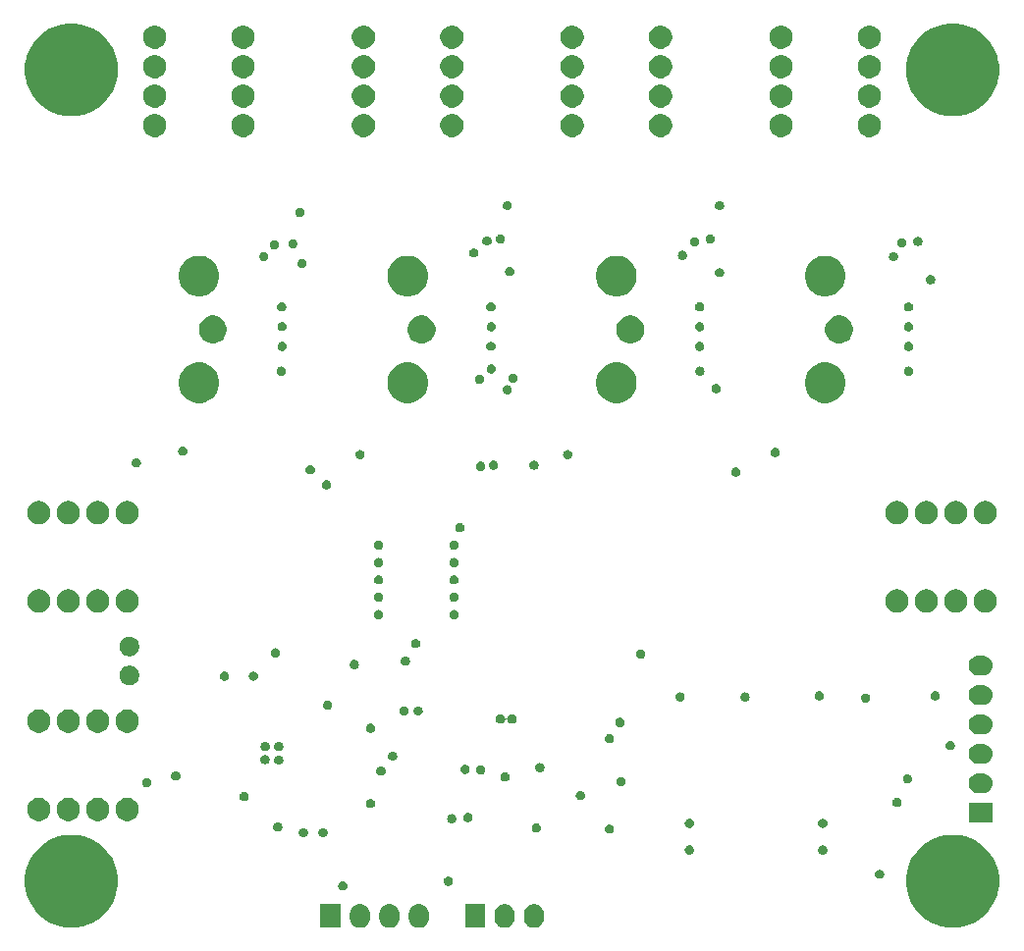
<source format=gbs>
G04 #@! TF.GenerationSoftware,KiCad,Pcbnew,5.0.2-bee76a0~70~ubuntu18.04.1*
G04 #@! TF.CreationDate,2019-03-10T09:38:59+01:00*
G04 #@! TF.ProjectId,stromwaechter,7374726f-6d77-4616-9563-687465722e6b,1.0*
G04 #@! TF.SameCoordinates,Original*
G04 #@! TF.FileFunction,Soldermask,Bot*
G04 #@! TF.FilePolarity,Negative*
%FSLAX46Y46*%
G04 Gerber Fmt 4.6, Leading zero omitted, Abs format (unit mm)*
G04 Created by KiCad (PCBNEW 5.0.2-bee76a0~70~ubuntu18.04.1) date So 10 Mär 2019 09:38:59 CET*
%MOMM*%
%LPD*%
G01*
G04 APERTURE LIST*
%ADD10C,0.100000*%
G04 APERTURE END LIST*
D10*
G36*
X139139294Y-134996496D02*
X139259726Y-135033029D01*
X139302087Y-135045879D01*
X139452112Y-135126068D01*
X139583612Y-135233988D01*
X139691532Y-135365488D01*
X139771721Y-135515512D01*
X139782138Y-135549851D01*
X139821104Y-135678305D01*
X139833600Y-135805180D01*
X139833600Y-136194819D01*
X139821104Y-136321694D01*
X139784571Y-136442128D01*
X139771721Y-136484488D01*
X139691532Y-136634512D01*
X139583612Y-136766012D01*
X139452112Y-136873932D01*
X139302088Y-136954121D01*
X139259727Y-136966971D01*
X139139295Y-137003504D01*
X139026432Y-137014620D01*
X138970001Y-137020178D01*
X138970000Y-137020178D01*
X138800706Y-137003504D01*
X138680274Y-136966971D01*
X138637913Y-136954121D01*
X138487889Y-136873932D01*
X138397946Y-136800117D01*
X138356388Y-136766012D01*
X138248469Y-136634512D01*
X138248467Y-136634509D01*
X138168279Y-136484488D01*
X138155429Y-136442127D01*
X138118896Y-136321695D01*
X138106400Y-136194820D01*
X138106400Y-135805181D01*
X138118896Y-135678306D01*
X138168278Y-135515517D01*
X138168279Y-135515513D01*
X138248468Y-135365488D01*
X138356388Y-135233988D01*
X138487888Y-135126068D01*
X138637912Y-135045879D01*
X138680273Y-135033029D01*
X138800705Y-134996496D01*
X138927580Y-134984000D01*
X138969999Y-134979822D01*
X138970000Y-134979822D01*
X139139294Y-134996496D01*
X139139294Y-134996496D01*
G37*
G36*
X136599294Y-134996496D02*
X136719726Y-135033029D01*
X136762087Y-135045879D01*
X136912112Y-135126068D01*
X137043612Y-135233988D01*
X137151532Y-135365488D01*
X137231721Y-135515512D01*
X137242138Y-135549851D01*
X137281104Y-135678305D01*
X137293600Y-135805180D01*
X137293600Y-136194819D01*
X137281104Y-136321694D01*
X137244571Y-136442128D01*
X137231721Y-136484488D01*
X137151532Y-136634512D01*
X137043612Y-136766012D01*
X136912112Y-136873932D01*
X136762088Y-136954121D01*
X136719727Y-136966971D01*
X136599295Y-137003504D01*
X136486432Y-137014620D01*
X136430001Y-137020178D01*
X136430000Y-137020178D01*
X136260706Y-137003504D01*
X136140274Y-136966971D01*
X136097913Y-136954121D01*
X135947889Y-136873932D01*
X135857946Y-136800117D01*
X135816388Y-136766012D01*
X135708469Y-136634512D01*
X135708467Y-136634509D01*
X135628279Y-136484488D01*
X135615429Y-136442127D01*
X135578896Y-136321695D01*
X135566400Y-136194820D01*
X135566400Y-135805181D01*
X135578896Y-135678306D01*
X135628278Y-135515517D01*
X135628279Y-135515513D01*
X135708468Y-135365488D01*
X135816388Y-135233988D01*
X135947888Y-135126068D01*
X136097912Y-135045879D01*
X136140273Y-135033029D01*
X136260705Y-134996496D01*
X136387580Y-134984000D01*
X136429999Y-134979822D01*
X136430000Y-134979822D01*
X136599294Y-134996496D01*
X136599294Y-134996496D01*
G37*
G36*
X146529294Y-134996496D02*
X146649726Y-135033029D01*
X146692087Y-135045879D01*
X146842112Y-135126068D01*
X146973612Y-135233988D01*
X147081532Y-135365488D01*
X147161721Y-135515512D01*
X147172138Y-135549851D01*
X147211104Y-135678305D01*
X147223600Y-135805180D01*
X147223600Y-136194819D01*
X147211104Y-136321694D01*
X147174571Y-136442128D01*
X147161721Y-136484488D01*
X147081532Y-136634512D01*
X146973612Y-136766012D01*
X146842112Y-136873932D01*
X146692088Y-136954121D01*
X146649727Y-136966971D01*
X146529295Y-137003504D01*
X146416432Y-137014620D01*
X146360001Y-137020178D01*
X146360000Y-137020178D01*
X146190706Y-137003504D01*
X146070274Y-136966971D01*
X146027913Y-136954121D01*
X145877889Y-136873932D01*
X145787946Y-136800117D01*
X145746388Y-136766012D01*
X145638469Y-136634512D01*
X145638467Y-136634509D01*
X145558279Y-136484488D01*
X145545429Y-136442127D01*
X145508896Y-136321695D01*
X145496400Y-136194820D01*
X145496400Y-135805181D01*
X145508896Y-135678306D01*
X145558278Y-135515517D01*
X145558279Y-135515513D01*
X145638468Y-135365488D01*
X145746388Y-135233988D01*
X145877888Y-135126068D01*
X146027912Y-135045879D01*
X146070273Y-135033029D01*
X146190705Y-134996496D01*
X146317580Y-134984000D01*
X146359999Y-134979822D01*
X146360000Y-134979822D01*
X146529294Y-134996496D01*
X146529294Y-134996496D01*
G37*
G36*
X134059294Y-134996496D02*
X134179726Y-135033029D01*
X134222087Y-135045879D01*
X134372112Y-135126068D01*
X134503612Y-135233988D01*
X134611532Y-135365488D01*
X134691721Y-135515512D01*
X134702138Y-135549851D01*
X134741104Y-135678305D01*
X134753600Y-135805180D01*
X134753600Y-136194819D01*
X134741104Y-136321694D01*
X134704571Y-136442128D01*
X134691721Y-136484488D01*
X134611532Y-136634512D01*
X134503612Y-136766012D01*
X134372112Y-136873932D01*
X134222088Y-136954121D01*
X134179727Y-136966971D01*
X134059295Y-137003504D01*
X133946432Y-137014620D01*
X133890001Y-137020178D01*
X133890000Y-137020178D01*
X133720706Y-137003504D01*
X133600274Y-136966971D01*
X133557913Y-136954121D01*
X133407889Y-136873932D01*
X133317946Y-136800117D01*
X133276388Y-136766012D01*
X133168469Y-136634512D01*
X133168467Y-136634509D01*
X133088279Y-136484488D01*
X133075429Y-136442127D01*
X133038896Y-136321695D01*
X133026400Y-136194820D01*
X133026400Y-135805181D01*
X133038896Y-135678306D01*
X133088278Y-135515517D01*
X133088279Y-135515513D01*
X133168468Y-135365488D01*
X133276388Y-135233988D01*
X133407888Y-135126068D01*
X133557912Y-135045879D01*
X133600273Y-135033029D01*
X133720705Y-134996496D01*
X133847580Y-134984000D01*
X133889999Y-134979822D01*
X133890000Y-134979822D01*
X134059294Y-134996496D01*
X134059294Y-134996496D01*
G37*
G36*
X149069294Y-134996496D02*
X149189726Y-135033029D01*
X149232087Y-135045879D01*
X149382112Y-135126068D01*
X149513612Y-135233988D01*
X149621532Y-135365488D01*
X149701721Y-135515512D01*
X149712138Y-135549851D01*
X149751104Y-135678305D01*
X149763600Y-135805180D01*
X149763600Y-136194819D01*
X149751104Y-136321694D01*
X149714571Y-136442128D01*
X149701721Y-136484488D01*
X149621532Y-136634512D01*
X149513612Y-136766012D01*
X149382112Y-136873932D01*
X149232088Y-136954121D01*
X149189727Y-136966971D01*
X149069295Y-137003504D01*
X148956432Y-137014620D01*
X148900001Y-137020178D01*
X148900000Y-137020178D01*
X148730706Y-137003504D01*
X148610274Y-136966971D01*
X148567913Y-136954121D01*
X148417889Y-136873932D01*
X148327946Y-136800117D01*
X148286388Y-136766012D01*
X148178469Y-136634512D01*
X148178467Y-136634509D01*
X148098279Y-136484488D01*
X148085429Y-136442127D01*
X148048896Y-136321695D01*
X148036400Y-136194820D01*
X148036400Y-135805181D01*
X148048896Y-135678306D01*
X148098278Y-135515517D01*
X148098279Y-135515513D01*
X148178468Y-135365488D01*
X148286388Y-135233988D01*
X148417888Y-135126068D01*
X148567912Y-135045879D01*
X148610273Y-135033029D01*
X148730705Y-134996496D01*
X148857580Y-134984000D01*
X148899999Y-134979822D01*
X148900000Y-134979822D01*
X149069294Y-134996496D01*
X149069294Y-134996496D01*
G37*
G36*
X144683600Y-137016000D02*
X142956400Y-137016000D01*
X142956400Y-134984000D01*
X144683600Y-134984000D01*
X144683600Y-137016000D01*
X144683600Y-137016000D01*
G37*
G36*
X132213600Y-137016000D02*
X130486400Y-137016000D01*
X130486400Y-134984000D01*
X132213600Y-134984000D01*
X132213600Y-137016000D01*
X132213600Y-137016000D01*
G37*
G36*
X185670394Y-129054985D02*
X186166757Y-129153718D01*
X186894710Y-129455246D01*
X187545438Y-129890048D01*
X187549854Y-129892999D01*
X188107001Y-130450146D01*
X188107003Y-130450149D01*
X188544754Y-131105290D01*
X188544754Y-131105291D01*
X188846282Y-131833244D01*
X189000000Y-132606033D01*
X189000000Y-133393967D01*
X188961112Y-133589468D01*
X188846282Y-134166757D01*
X188544754Y-134894710D01*
X188230190Y-135365488D01*
X188107001Y-135549854D01*
X187549854Y-136107001D01*
X187549851Y-136107003D01*
X186894710Y-136544754D01*
X186166757Y-136846282D01*
X186027756Y-136873931D01*
X185393967Y-137000000D01*
X184606033Y-137000000D01*
X183972244Y-136873931D01*
X183833243Y-136846282D01*
X183105290Y-136544754D01*
X182450149Y-136107003D01*
X182450146Y-136107001D01*
X181892999Y-135549854D01*
X181769810Y-135365488D01*
X181455246Y-134894710D01*
X181153718Y-134166757D01*
X181038888Y-133589468D01*
X181000000Y-133393967D01*
X181000000Y-132606033D01*
X181153718Y-131833244D01*
X181455246Y-131105291D01*
X181455246Y-131105290D01*
X181892997Y-130450149D01*
X181892999Y-130450146D01*
X182450146Y-129892999D01*
X182454562Y-129890048D01*
X183105290Y-129455246D01*
X183833243Y-129153718D01*
X184329606Y-129054985D01*
X184606033Y-129000000D01*
X185393967Y-129000000D01*
X185670394Y-129054985D01*
X185670394Y-129054985D01*
G37*
G36*
X109670394Y-129054985D02*
X110166757Y-129153718D01*
X110894710Y-129455246D01*
X111545438Y-129890048D01*
X111549854Y-129892999D01*
X112107001Y-130450146D01*
X112107003Y-130450149D01*
X112544754Y-131105290D01*
X112544754Y-131105291D01*
X112846282Y-131833244D01*
X113000000Y-132606033D01*
X113000000Y-133393967D01*
X112961112Y-133589468D01*
X112846282Y-134166757D01*
X112544754Y-134894710D01*
X112230190Y-135365488D01*
X112107001Y-135549854D01*
X111549854Y-136107001D01*
X111549851Y-136107003D01*
X110894710Y-136544754D01*
X110166757Y-136846282D01*
X110027756Y-136873931D01*
X109393967Y-137000000D01*
X108606033Y-137000000D01*
X107972244Y-136873931D01*
X107833243Y-136846282D01*
X107105290Y-136544754D01*
X106450149Y-136107003D01*
X106450146Y-136107001D01*
X105892999Y-135549854D01*
X105769810Y-135365488D01*
X105455246Y-134894710D01*
X105153718Y-134166757D01*
X105038888Y-133589468D01*
X105000000Y-133393967D01*
X105000000Y-132606033D01*
X105153718Y-131833244D01*
X105455246Y-131105291D01*
X105455246Y-131105290D01*
X105892997Y-130450149D01*
X105892999Y-130450146D01*
X106450146Y-129892999D01*
X106454562Y-129890048D01*
X107105290Y-129455246D01*
X107833243Y-129153718D01*
X108329606Y-129054985D01*
X108606033Y-129000000D01*
X109393967Y-129000000D01*
X109670394Y-129054985D01*
X109670394Y-129054985D01*
G37*
G36*
X132516676Y-133015372D02*
X132589468Y-133045523D01*
X132654989Y-133089303D01*
X132710697Y-133145011D01*
X132710699Y-133145014D01*
X132710700Y-133145015D01*
X132754475Y-133210529D01*
X132754477Y-133210532D01*
X132772891Y-133254989D01*
X132784628Y-133283324D01*
X132790074Y-133310700D01*
X132800000Y-133360604D01*
X132800000Y-133439396D01*
X132784628Y-133516676D01*
X132754477Y-133589468D01*
X132710697Y-133654989D01*
X132654989Y-133710697D01*
X132589468Y-133754477D01*
X132516676Y-133784628D01*
X132439397Y-133800000D01*
X132360603Y-133800000D01*
X132283324Y-133784628D01*
X132210532Y-133754477D01*
X132145011Y-133710697D01*
X132089303Y-133654989D01*
X132045523Y-133589468D01*
X132015372Y-133516676D01*
X132000000Y-133439396D01*
X132000000Y-133360604D01*
X132009927Y-133310700D01*
X132015372Y-133283324D01*
X132027109Y-133254989D01*
X132045523Y-133210532D01*
X132045525Y-133210529D01*
X132089300Y-133145015D01*
X132089301Y-133145014D01*
X132089303Y-133145011D01*
X132145011Y-133089303D01*
X132210532Y-133045523D01*
X132283324Y-133015372D01*
X132360603Y-133000000D01*
X132439397Y-133000000D01*
X132516676Y-133015372D01*
X132516676Y-133015372D01*
G37*
G36*
X141569726Y-132606033D02*
X141616676Y-132615372D01*
X141689468Y-132645523D01*
X141754989Y-132689303D01*
X141810697Y-132745011D01*
X141810699Y-132745014D01*
X141810700Y-132745015D01*
X141847440Y-132800000D01*
X141854477Y-132810532D01*
X141884628Y-132883324D01*
X141900000Y-132960603D01*
X141900000Y-133039397D01*
X141890073Y-133089303D01*
X141884628Y-133116676D01*
X141854477Y-133189468D01*
X141854475Y-133189471D01*
X141840403Y-133210532D01*
X141810697Y-133254989D01*
X141754989Y-133310697D01*
X141689468Y-133354477D01*
X141616676Y-133384628D01*
X141539397Y-133400000D01*
X141460603Y-133400000D01*
X141383324Y-133384628D01*
X141310532Y-133354477D01*
X141245011Y-133310697D01*
X141189303Y-133254989D01*
X141159598Y-133210532D01*
X141145525Y-133189471D01*
X141145523Y-133189468D01*
X141115372Y-133116676D01*
X141109927Y-133089303D01*
X141100000Y-133039397D01*
X141100000Y-132960603D01*
X141115372Y-132883324D01*
X141145523Y-132810532D01*
X141152560Y-132800000D01*
X141189300Y-132745015D01*
X141189301Y-132745014D01*
X141189303Y-132745011D01*
X141245011Y-132689303D01*
X141310532Y-132645523D01*
X141383324Y-132615372D01*
X141430274Y-132606033D01*
X141460603Y-132600000D01*
X141539397Y-132600000D01*
X141569726Y-132606033D01*
X141569726Y-132606033D01*
G37*
G36*
X178816676Y-132015372D02*
X178889468Y-132045523D01*
X178954989Y-132089303D01*
X179010697Y-132145011D01*
X179054477Y-132210532D01*
X179084628Y-132283324D01*
X179100000Y-132360604D01*
X179100000Y-132439396D01*
X179084628Y-132516676D01*
X179054477Y-132589468D01*
X179054475Y-132589471D01*
X179037169Y-132615372D01*
X179010697Y-132654989D01*
X178954989Y-132710697D01*
X178889468Y-132754477D01*
X178816676Y-132784628D01*
X178739397Y-132800000D01*
X178660603Y-132800000D01*
X178583324Y-132784628D01*
X178510532Y-132754477D01*
X178445011Y-132710697D01*
X178389303Y-132654989D01*
X178362832Y-132615372D01*
X178345525Y-132589471D01*
X178345523Y-132589468D01*
X178315372Y-132516676D01*
X178300000Y-132439396D01*
X178300000Y-132360604D01*
X178315372Y-132283324D01*
X178345523Y-132210532D01*
X178389303Y-132145011D01*
X178445011Y-132089303D01*
X178510532Y-132045523D01*
X178583324Y-132015372D01*
X178660603Y-132000000D01*
X178739397Y-132000000D01*
X178816676Y-132015372D01*
X178816676Y-132015372D01*
G37*
G36*
X173916676Y-129915372D02*
X173989468Y-129945523D01*
X174054989Y-129989303D01*
X174110697Y-130045011D01*
X174154477Y-130110532D01*
X174184628Y-130183324D01*
X174200000Y-130260604D01*
X174200000Y-130339396D01*
X174184628Y-130416676D01*
X174154477Y-130489468D01*
X174110697Y-130554989D01*
X174054989Y-130610697D01*
X173989468Y-130654477D01*
X173916676Y-130684628D01*
X173839397Y-130700000D01*
X173760603Y-130700000D01*
X173683324Y-130684628D01*
X173610532Y-130654477D01*
X173545011Y-130610697D01*
X173489303Y-130554989D01*
X173445523Y-130489468D01*
X173415372Y-130416676D01*
X173400000Y-130339396D01*
X173400000Y-130260604D01*
X173415372Y-130183324D01*
X173445523Y-130110532D01*
X173489303Y-130045011D01*
X173545011Y-129989303D01*
X173610532Y-129945523D01*
X173683324Y-129915372D01*
X173760603Y-129900000D01*
X173839397Y-129900000D01*
X173916676Y-129915372D01*
X173916676Y-129915372D01*
G37*
G36*
X162416676Y-129915372D02*
X162489468Y-129945523D01*
X162554989Y-129989303D01*
X162610697Y-130045011D01*
X162654477Y-130110532D01*
X162684628Y-130183324D01*
X162700000Y-130260604D01*
X162700000Y-130339396D01*
X162684628Y-130416676D01*
X162654477Y-130489468D01*
X162610697Y-130554989D01*
X162554989Y-130610697D01*
X162489468Y-130654477D01*
X162416676Y-130684628D01*
X162339397Y-130700000D01*
X162260603Y-130700000D01*
X162183324Y-130684628D01*
X162110532Y-130654477D01*
X162045011Y-130610697D01*
X161989303Y-130554989D01*
X161945523Y-130489468D01*
X161915372Y-130416676D01*
X161900000Y-130339396D01*
X161900000Y-130260604D01*
X161915372Y-130183324D01*
X161945523Y-130110532D01*
X161989303Y-130045011D01*
X162045011Y-129989303D01*
X162110532Y-129945523D01*
X162183324Y-129915372D01*
X162260603Y-129900000D01*
X162339397Y-129900000D01*
X162416676Y-129915372D01*
X162416676Y-129915372D01*
G37*
G36*
X130816676Y-128415372D02*
X130889468Y-128445523D01*
X130954989Y-128489303D01*
X131010697Y-128545011D01*
X131010699Y-128545014D01*
X131010700Y-128545015D01*
X131054475Y-128610529D01*
X131054477Y-128610532D01*
X131072891Y-128654989D01*
X131084628Y-128683324D01*
X131090074Y-128710700D01*
X131100000Y-128760604D01*
X131100000Y-128839396D01*
X131084628Y-128916676D01*
X131054477Y-128989468D01*
X131010697Y-129054989D01*
X130954989Y-129110697D01*
X130889468Y-129154477D01*
X130816676Y-129184628D01*
X130739397Y-129200000D01*
X130660603Y-129200000D01*
X130583324Y-129184628D01*
X130510532Y-129154477D01*
X130445011Y-129110697D01*
X130389303Y-129054989D01*
X130345523Y-128989468D01*
X130315372Y-128916676D01*
X130300000Y-128839396D01*
X130300000Y-128760604D01*
X130309927Y-128710700D01*
X130315372Y-128683324D01*
X130327109Y-128654989D01*
X130345523Y-128610532D01*
X130345525Y-128610529D01*
X130389300Y-128545015D01*
X130389301Y-128545014D01*
X130389303Y-128545011D01*
X130445011Y-128489303D01*
X130510532Y-128445523D01*
X130583324Y-128415372D01*
X130660603Y-128400000D01*
X130739397Y-128400000D01*
X130816676Y-128415372D01*
X130816676Y-128415372D01*
G37*
G36*
X129116676Y-128415372D02*
X129189468Y-128445523D01*
X129254989Y-128489303D01*
X129310697Y-128545011D01*
X129310699Y-128545014D01*
X129310700Y-128545015D01*
X129354475Y-128610529D01*
X129354477Y-128610532D01*
X129372891Y-128654989D01*
X129384628Y-128683324D01*
X129390074Y-128710700D01*
X129400000Y-128760604D01*
X129400000Y-128839396D01*
X129384628Y-128916676D01*
X129354477Y-128989468D01*
X129310697Y-129054989D01*
X129254989Y-129110697D01*
X129189468Y-129154477D01*
X129116676Y-129184628D01*
X129039397Y-129200000D01*
X128960603Y-129200000D01*
X128883324Y-129184628D01*
X128810532Y-129154477D01*
X128745011Y-129110697D01*
X128689303Y-129054989D01*
X128645523Y-128989468D01*
X128615372Y-128916676D01*
X128600000Y-128839396D01*
X128600000Y-128760604D01*
X128609927Y-128710700D01*
X128615372Y-128683324D01*
X128627109Y-128654989D01*
X128645523Y-128610532D01*
X128645525Y-128610529D01*
X128689300Y-128545015D01*
X128689301Y-128545014D01*
X128689303Y-128545011D01*
X128745011Y-128489303D01*
X128810532Y-128445523D01*
X128883324Y-128415372D01*
X128960603Y-128400000D01*
X129039397Y-128400000D01*
X129116676Y-128415372D01*
X129116676Y-128415372D01*
G37*
G36*
X155492329Y-128110529D02*
X155516676Y-128115372D01*
X155589468Y-128145523D01*
X155654989Y-128189303D01*
X155710697Y-128245011D01*
X155710699Y-128245014D01*
X155710700Y-128245015D01*
X155721116Y-128260604D01*
X155754477Y-128310532D01*
X155772679Y-128354477D01*
X155784628Y-128383324D01*
X155800000Y-128460603D01*
X155800000Y-128539397D01*
X155790040Y-128589468D01*
X155784628Y-128616676D01*
X155754477Y-128689468D01*
X155754475Y-128689471D01*
X155711041Y-128754475D01*
X155710697Y-128754989D01*
X155654989Y-128810697D01*
X155589468Y-128854477D01*
X155516676Y-128884628D01*
X155439397Y-128900000D01*
X155360603Y-128900000D01*
X155283324Y-128884628D01*
X155210532Y-128854477D01*
X155145011Y-128810697D01*
X155089303Y-128754989D01*
X155088960Y-128754475D01*
X155045525Y-128689471D01*
X155045523Y-128689468D01*
X155015372Y-128616676D01*
X155009960Y-128589468D01*
X155000000Y-128539397D01*
X155000000Y-128460603D01*
X155015372Y-128383324D01*
X155027321Y-128354477D01*
X155045523Y-128310532D01*
X155078884Y-128260604D01*
X155089300Y-128245015D01*
X155089301Y-128245014D01*
X155089303Y-128245011D01*
X155145011Y-128189303D01*
X155210532Y-128145523D01*
X155283324Y-128115372D01*
X155307671Y-128110529D01*
X155360603Y-128100000D01*
X155439397Y-128100000D01*
X155492329Y-128110529D01*
X155492329Y-128110529D01*
G37*
G36*
X149216676Y-128015372D02*
X149289468Y-128045523D01*
X149354989Y-128089303D01*
X149410697Y-128145011D01*
X149410699Y-128145014D01*
X149410700Y-128145015D01*
X149454475Y-128210529D01*
X149454477Y-128210532D01*
X149472891Y-128254989D01*
X149484628Y-128283324D01*
X149500000Y-128360603D01*
X149500000Y-128439397D01*
X149490073Y-128489303D01*
X149484628Y-128516676D01*
X149454477Y-128589468D01*
X149454475Y-128589471D01*
X149411041Y-128654475D01*
X149410697Y-128654989D01*
X149354989Y-128710697D01*
X149289468Y-128754477D01*
X149216676Y-128784628D01*
X149139397Y-128800000D01*
X149060603Y-128800000D01*
X148983324Y-128784628D01*
X148910532Y-128754477D01*
X148845011Y-128710697D01*
X148789303Y-128654989D01*
X148788960Y-128654475D01*
X148745525Y-128589471D01*
X148745523Y-128589468D01*
X148715372Y-128516676D01*
X148709927Y-128489303D01*
X148700000Y-128439397D01*
X148700000Y-128360603D01*
X148715372Y-128283324D01*
X148727109Y-128254989D01*
X148745523Y-128210532D01*
X148745525Y-128210529D01*
X148789300Y-128145015D01*
X148789301Y-128145014D01*
X148789303Y-128145011D01*
X148845011Y-128089303D01*
X148910532Y-128045523D01*
X148983324Y-128015372D01*
X149060603Y-128000000D01*
X149139397Y-128000000D01*
X149216676Y-128015372D01*
X149216676Y-128015372D01*
G37*
G36*
X126916676Y-127915372D02*
X126989468Y-127945523D01*
X126989471Y-127945525D01*
X127047993Y-127984628D01*
X127054989Y-127989303D01*
X127110697Y-128045011D01*
X127110699Y-128045014D01*
X127110700Y-128045015D01*
X127140290Y-128089300D01*
X127154477Y-128110532D01*
X127168971Y-128145525D01*
X127184628Y-128183324D01*
X127200000Y-128260603D01*
X127200000Y-128339397D01*
X127191262Y-128383324D01*
X127184628Y-128416676D01*
X127154477Y-128489468D01*
X127154475Y-128489471D01*
X127117362Y-128545015D01*
X127110697Y-128554989D01*
X127054989Y-128610697D01*
X126989468Y-128654477D01*
X126919824Y-128683324D01*
X126916676Y-128684628D01*
X126839397Y-128700000D01*
X126760603Y-128700000D01*
X126683324Y-128684628D01*
X126680176Y-128683324D01*
X126610532Y-128654477D01*
X126545011Y-128610697D01*
X126489303Y-128554989D01*
X126482639Y-128545015D01*
X126445525Y-128489471D01*
X126445523Y-128489468D01*
X126415372Y-128416676D01*
X126408738Y-128383324D01*
X126400000Y-128339397D01*
X126400000Y-128260603D01*
X126415372Y-128183324D01*
X126431029Y-128145525D01*
X126445523Y-128110532D01*
X126459710Y-128089300D01*
X126489300Y-128045015D01*
X126489301Y-128045014D01*
X126489303Y-128045011D01*
X126545011Y-127989303D01*
X126552008Y-127984628D01*
X126610529Y-127945525D01*
X126610532Y-127945523D01*
X126683324Y-127915372D01*
X126760603Y-127900000D01*
X126839397Y-127900000D01*
X126916676Y-127915372D01*
X126916676Y-127915372D01*
G37*
G36*
X162416676Y-127615372D02*
X162489468Y-127645523D01*
X162554989Y-127689303D01*
X162610697Y-127745011D01*
X162610699Y-127745014D01*
X162610700Y-127745015D01*
X162654122Y-127810000D01*
X162654477Y-127810532D01*
X162672891Y-127854989D01*
X162684628Y-127883324D01*
X162700000Y-127960603D01*
X162700000Y-128039397D01*
X162690073Y-128089303D01*
X162684628Y-128116676D01*
X162654477Y-128189468D01*
X162654475Y-128189471D01*
X162617362Y-128245015D01*
X162610697Y-128254989D01*
X162554989Y-128310697D01*
X162489468Y-128354477D01*
X162419824Y-128383324D01*
X162416676Y-128384628D01*
X162339397Y-128400000D01*
X162260603Y-128400000D01*
X162183324Y-128384628D01*
X162180176Y-128383324D01*
X162110532Y-128354477D01*
X162045011Y-128310697D01*
X161989303Y-128254989D01*
X161982639Y-128245015D01*
X161945525Y-128189471D01*
X161945523Y-128189468D01*
X161915372Y-128116676D01*
X161909927Y-128089303D01*
X161900000Y-128039397D01*
X161900000Y-127960603D01*
X161915372Y-127883324D01*
X161927109Y-127854989D01*
X161945523Y-127810532D01*
X161945878Y-127810000D01*
X161989300Y-127745015D01*
X161989301Y-127745014D01*
X161989303Y-127745011D01*
X162045011Y-127689303D01*
X162110532Y-127645523D01*
X162183324Y-127615372D01*
X162260603Y-127600000D01*
X162339397Y-127600000D01*
X162416676Y-127615372D01*
X162416676Y-127615372D01*
G37*
G36*
X173916676Y-127615372D02*
X173989468Y-127645523D01*
X174054989Y-127689303D01*
X174110697Y-127745011D01*
X174110699Y-127745014D01*
X174110700Y-127745015D01*
X174154122Y-127810000D01*
X174154477Y-127810532D01*
X174172891Y-127854989D01*
X174184628Y-127883324D01*
X174200000Y-127960603D01*
X174200000Y-128039397D01*
X174190073Y-128089303D01*
X174184628Y-128116676D01*
X174154477Y-128189468D01*
X174154475Y-128189471D01*
X174117362Y-128245015D01*
X174110697Y-128254989D01*
X174054989Y-128310697D01*
X173989468Y-128354477D01*
X173919824Y-128383324D01*
X173916676Y-128384628D01*
X173839397Y-128400000D01*
X173760603Y-128400000D01*
X173683324Y-128384628D01*
X173680176Y-128383324D01*
X173610532Y-128354477D01*
X173545011Y-128310697D01*
X173489303Y-128254989D01*
X173482639Y-128245015D01*
X173445525Y-128189471D01*
X173445523Y-128189468D01*
X173415372Y-128116676D01*
X173409927Y-128089303D01*
X173400000Y-128039397D01*
X173400000Y-127960603D01*
X173415372Y-127883324D01*
X173427109Y-127854989D01*
X173445523Y-127810532D01*
X173445878Y-127810000D01*
X173489300Y-127745015D01*
X173489301Y-127745014D01*
X173489303Y-127745011D01*
X173545011Y-127689303D01*
X173610532Y-127645523D01*
X173683324Y-127615372D01*
X173760603Y-127600000D01*
X173839397Y-127600000D01*
X173916676Y-127615372D01*
X173916676Y-127615372D01*
G37*
G36*
X141916676Y-127215372D02*
X141989468Y-127245523D01*
X141989471Y-127245525D01*
X142046567Y-127283675D01*
X142054989Y-127289303D01*
X142110697Y-127345011D01*
X142154477Y-127410532D01*
X142169774Y-127447463D01*
X142184628Y-127483324D01*
X142200000Y-127560603D01*
X142200000Y-127639397D01*
X142190073Y-127689303D01*
X142184628Y-127716676D01*
X142154477Y-127789468D01*
X142154475Y-127789471D01*
X142111041Y-127854475D01*
X142110697Y-127854989D01*
X142054989Y-127910697D01*
X142054986Y-127910699D01*
X142054985Y-127910700D01*
X142002869Y-127945523D01*
X141989468Y-127954477D01*
X141916676Y-127984628D01*
X141839397Y-128000000D01*
X141760603Y-128000000D01*
X141683324Y-127984628D01*
X141610532Y-127954477D01*
X141597131Y-127945523D01*
X141545015Y-127910700D01*
X141545014Y-127910699D01*
X141545011Y-127910697D01*
X141489303Y-127854989D01*
X141488960Y-127854475D01*
X141445525Y-127789471D01*
X141445523Y-127789468D01*
X141415372Y-127716676D01*
X141409927Y-127689303D01*
X141400000Y-127639397D01*
X141400000Y-127560603D01*
X141415372Y-127483324D01*
X141430226Y-127447463D01*
X141445523Y-127410532D01*
X141489303Y-127345011D01*
X141545011Y-127289303D01*
X141553434Y-127283675D01*
X141610529Y-127245525D01*
X141610532Y-127245523D01*
X141683324Y-127215372D01*
X141760603Y-127200000D01*
X141839397Y-127200000D01*
X141916676Y-127215372D01*
X141916676Y-127215372D01*
G37*
G36*
X188416000Y-127963600D02*
X186384000Y-127963600D01*
X186384000Y-126236400D01*
X188416000Y-126236400D01*
X188416000Y-127963600D01*
X188416000Y-127963600D01*
G37*
G36*
X143316676Y-127115372D02*
X143389468Y-127145523D01*
X143454989Y-127189303D01*
X143510697Y-127245011D01*
X143510699Y-127245014D01*
X143510700Y-127245015D01*
X143536532Y-127283675D01*
X143554477Y-127310532D01*
X143568758Y-127345011D01*
X143584628Y-127383324D01*
X143600000Y-127460603D01*
X143600000Y-127539397D01*
X143587945Y-127600000D01*
X143584628Y-127616676D01*
X143554477Y-127689468D01*
X143554475Y-127689471D01*
X143517362Y-127745015D01*
X143510697Y-127754989D01*
X143454989Y-127810697D01*
X143389468Y-127854477D01*
X143319824Y-127883324D01*
X143316676Y-127884628D01*
X143239397Y-127900000D01*
X143160603Y-127900000D01*
X143083324Y-127884628D01*
X143080176Y-127883324D01*
X143010532Y-127854477D01*
X142945011Y-127810697D01*
X142889303Y-127754989D01*
X142882639Y-127745015D01*
X142845525Y-127689471D01*
X142845523Y-127689468D01*
X142815372Y-127616676D01*
X142812055Y-127600000D01*
X142800000Y-127539397D01*
X142800000Y-127460603D01*
X142815372Y-127383324D01*
X142831242Y-127345011D01*
X142845523Y-127310532D01*
X142863468Y-127283675D01*
X142889300Y-127245015D01*
X142889301Y-127245014D01*
X142889303Y-127245011D01*
X142945011Y-127189303D01*
X143010532Y-127145523D01*
X143083324Y-127115372D01*
X143160603Y-127100000D01*
X143239397Y-127100000D01*
X143316676Y-127115372D01*
X143316676Y-127115372D01*
G37*
G36*
X108905770Y-125825372D02*
X109021689Y-125848429D01*
X109203678Y-125923811D01*
X109367463Y-126033249D01*
X109506751Y-126172537D01*
X109616189Y-126336322D01*
X109691571Y-126518311D01*
X109730000Y-126711509D01*
X109730000Y-126908491D01*
X109691571Y-127101689D01*
X109616189Y-127283678D01*
X109506751Y-127447463D01*
X109367463Y-127586751D01*
X109203678Y-127696189D01*
X109021689Y-127771571D01*
X108905770Y-127794628D01*
X108828493Y-127810000D01*
X108631507Y-127810000D01*
X108554230Y-127794628D01*
X108438311Y-127771571D01*
X108256322Y-127696189D01*
X108092537Y-127586751D01*
X107953249Y-127447463D01*
X107843811Y-127283678D01*
X107768429Y-127101689D01*
X107730000Y-126908491D01*
X107730000Y-126711509D01*
X107768429Y-126518311D01*
X107843811Y-126336322D01*
X107953249Y-126172537D01*
X108092537Y-126033249D01*
X108256322Y-125923811D01*
X108438311Y-125848429D01*
X108554230Y-125825372D01*
X108631507Y-125810000D01*
X108828493Y-125810000D01*
X108905770Y-125825372D01*
X108905770Y-125825372D01*
G37*
G36*
X113985770Y-125825372D02*
X114101689Y-125848429D01*
X114283678Y-125923811D01*
X114447463Y-126033249D01*
X114586751Y-126172537D01*
X114696189Y-126336322D01*
X114771571Y-126518311D01*
X114810000Y-126711509D01*
X114810000Y-126908491D01*
X114771571Y-127101689D01*
X114696189Y-127283678D01*
X114586751Y-127447463D01*
X114447463Y-127586751D01*
X114283678Y-127696189D01*
X114101689Y-127771571D01*
X113985770Y-127794628D01*
X113908493Y-127810000D01*
X113711507Y-127810000D01*
X113634230Y-127794628D01*
X113518311Y-127771571D01*
X113336322Y-127696189D01*
X113172537Y-127586751D01*
X113033249Y-127447463D01*
X112923811Y-127283678D01*
X112848429Y-127101689D01*
X112810000Y-126908491D01*
X112810000Y-126711509D01*
X112848429Y-126518311D01*
X112923811Y-126336322D01*
X113033249Y-126172537D01*
X113172537Y-126033249D01*
X113336322Y-125923811D01*
X113518311Y-125848429D01*
X113634230Y-125825372D01*
X113711507Y-125810000D01*
X113908493Y-125810000D01*
X113985770Y-125825372D01*
X113985770Y-125825372D01*
G37*
G36*
X111445770Y-125825372D02*
X111561689Y-125848429D01*
X111743678Y-125923811D01*
X111907463Y-126033249D01*
X112046751Y-126172537D01*
X112156189Y-126336322D01*
X112231571Y-126518311D01*
X112270000Y-126711509D01*
X112270000Y-126908491D01*
X112231571Y-127101689D01*
X112156189Y-127283678D01*
X112046751Y-127447463D01*
X111907463Y-127586751D01*
X111743678Y-127696189D01*
X111561689Y-127771571D01*
X111445770Y-127794628D01*
X111368493Y-127810000D01*
X111171507Y-127810000D01*
X111094230Y-127794628D01*
X110978311Y-127771571D01*
X110796322Y-127696189D01*
X110632537Y-127586751D01*
X110493249Y-127447463D01*
X110383811Y-127283678D01*
X110308429Y-127101689D01*
X110270000Y-126908491D01*
X110270000Y-126711509D01*
X110308429Y-126518311D01*
X110383811Y-126336322D01*
X110493249Y-126172537D01*
X110632537Y-126033249D01*
X110796322Y-125923811D01*
X110978311Y-125848429D01*
X111094230Y-125825372D01*
X111171507Y-125810000D01*
X111368493Y-125810000D01*
X111445770Y-125825372D01*
X111445770Y-125825372D01*
G37*
G36*
X106365770Y-125825372D02*
X106481689Y-125848429D01*
X106663678Y-125923811D01*
X106827463Y-126033249D01*
X106966751Y-126172537D01*
X107076189Y-126336322D01*
X107151571Y-126518311D01*
X107190000Y-126711509D01*
X107190000Y-126908491D01*
X107151571Y-127101689D01*
X107076189Y-127283678D01*
X106966751Y-127447463D01*
X106827463Y-127586751D01*
X106663678Y-127696189D01*
X106481689Y-127771571D01*
X106365770Y-127794628D01*
X106288493Y-127810000D01*
X106091507Y-127810000D01*
X106014230Y-127794628D01*
X105898311Y-127771571D01*
X105716322Y-127696189D01*
X105552537Y-127586751D01*
X105413249Y-127447463D01*
X105303811Y-127283678D01*
X105228429Y-127101689D01*
X105190000Y-126908491D01*
X105190000Y-126711509D01*
X105228429Y-126518311D01*
X105303811Y-126336322D01*
X105413249Y-126172537D01*
X105552537Y-126033249D01*
X105716322Y-125923811D01*
X105898311Y-125848429D01*
X106014230Y-125825372D01*
X106091507Y-125810000D01*
X106288493Y-125810000D01*
X106365770Y-125825372D01*
X106365770Y-125825372D01*
G37*
G36*
X134916676Y-125915372D02*
X134989468Y-125945523D01*
X134989471Y-125945525D01*
X135047993Y-125984628D01*
X135054989Y-125989303D01*
X135110697Y-126045011D01*
X135110699Y-126045014D01*
X135110700Y-126045015D01*
X135147440Y-126100000D01*
X135154477Y-126110532D01*
X135175217Y-126160603D01*
X135184628Y-126183324D01*
X135195782Y-126239396D01*
X135200000Y-126260604D01*
X135200000Y-126339396D01*
X135184628Y-126416676D01*
X135154477Y-126489468D01*
X135154475Y-126489471D01*
X135111041Y-126554475D01*
X135110697Y-126554989D01*
X135054989Y-126610697D01*
X134989468Y-126654477D01*
X134916676Y-126684628D01*
X134839397Y-126700000D01*
X134760603Y-126700000D01*
X134683324Y-126684628D01*
X134610532Y-126654477D01*
X134545011Y-126610697D01*
X134489303Y-126554989D01*
X134488960Y-126554475D01*
X134445525Y-126489471D01*
X134445523Y-126489468D01*
X134415372Y-126416676D01*
X134400000Y-126339396D01*
X134400000Y-126260604D01*
X134404219Y-126239396D01*
X134415372Y-126183324D01*
X134424783Y-126160603D01*
X134445523Y-126110532D01*
X134452560Y-126100000D01*
X134489300Y-126045015D01*
X134489301Y-126045014D01*
X134489303Y-126045011D01*
X134545011Y-125989303D01*
X134552008Y-125984628D01*
X134610529Y-125945525D01*
X134610532Y-125945523D01*
X134683324Y-125915372D01*
X134760603Y-125900000D01*
X134839397Y-125900000D01*
X134916676Y-125915372D01*
X134916676Y-125915372D01*
G37*
G36*
X180316676Y-125815372D02*
X180389468Y-125845523D01*
X180454989Y-125889303D01*
X180510697Y-125945011D01*
X180510699Y-125945014D01*
X180510700Y-125945015D01*
X180540290Y-125989300D01*
X180554477Y-126010532D01*
X180572679Y-126054477D01*
X180584628Y-126083324D01*
X180600000Y-126160603D01*
X180600000Y-126239397D01*
X180584628Y-126316676D01*
X180554477Y-126389468D01*
X180510697Y-126454989D01*
X180454989Y-126510697D01*
X180454986Y-126510699D01*
X180454985Y-126510700D01*
X180389471Y-126554475D01*
X180389468Y-126554477D01*
X180316676Y-126584628D01*
X180239397Y-126600000D01*
X180160603Y-126600000D01*
X180083324Y-126584628D01*
X180010532Y-126554477D01*
X180010529Y-126554475D01*
X179945015Y-126510700D01*
X179945014Y-126510699D01*
X179945011Y-126510697D01*
X179889303Y-126454989D01*
X179845523Y-126389468D01*
X179815372Y-126316676D01*
X179800000Y-126239397D01*
X179800000Y-126160603D01*
X179815372Y-126083324D01*
X179827321Y-126054477D01*
X179845523Y-126010532D01*
X179859710Y-125989300D01*
X179889300Y-125945015D01*
X179889301Y-125945014D01*
X179889303Y-125945011D01*
X179945011Y-125889303D01*
X180010532Y-125845523D01*
X180083324Y-125815372D01*
X180160603Y-125800000D01*
X180239397Y-125800000D01*
X180316676Y-125815372D01*
X180316676Y-125815372D01*
G37*
G36*
X124016676Y-125315372D02*
X124089468Y-125345523D01*
X124089471Y-125345525D01*
X124113712Y-125361722D01*
X124154989Y-125389303D01*
X124210697Y-125445011D01*
X124254477Y-125510532D01*
X124275217Y-125560603D01*
X124284628Y-125583324D01*
X124295782Y-125639396D01*
X124300000Y-125660604D01*
X124300000Y-125739396D01*
X124284628Y-125816676D01*
X124254477Y-125889468D01*
X124254475Y-125889471D01*
X124211041Y-125954475D01*
X124210697Y-125954989D01*
X124154989Y-126010697D01*
X124089468Y-126054477D01*
X124019824Y-126083324D01*
X124016676Y-126084628D01*
X123939397Y-126100000D01*
X123860603Y-126100000D01*
X123783324Y-126084628D01*
X123780176Y-126083324D01*
X123710532Y-126054477D01*
X123645011Y-126010697D01*
X123589303Y-125954989D01*
X123588960Y-125954475D01*
X123545525Y-125889471D01*
X123545523Y-125889468D01*
X123515372Y-125816676D01*
X123500000Y-125739396D01*
X123500000Y-125660604D01*
X123504219Y-125639396D01*
X123515372Y-125583324D01*
X123524783Y-125560603D01*
X123545523Y-125510532D01*
X123589303Y-125445011D01*
X123645011Y-125389303D01*
X123686289Y-125361722D01*
X123710529Y-125345525D01*
X123710532Y-125345523D01*
X123783324Y-125315372D01*
X123860603Y-125300000D01*
X123939397Y-125300000D01*
X124016676Y-125315372D01*
X124016676Y-125315372D01*
G37*
G36*
X153016676Y-125215372D02*
X153089468Y-125245523D01*
X153089471Y-125245525D01*
X153143358Y-125281531D01*
X153154989Y-125289303D01*
X153210697Y-125345011D01*
X153210699Y-125345014D01*
X153210700Y-125345015D01*
X153221863Y-125361722D01*
X153254477Y-125410532D01*
X153268758Y-125445011D01*
X153284628Y-125483324D01*
X153300000Y-125560603D01*
X153300000Y-125639397D01*
X153284628Y-125716676D01*
X153254477Y-125789468D01*
X153254475Y-125789471D01*
X153215081Y-125848429D01*
X153210697Y-125854989D01*
X153154989Y-125910697D01*
X153154986Y-125910699D01*
X153154985Y-125910700D01*
X153135363Y-125923811D01*
X153089468Y-125954477D01*
X153016676Y-125984628D01*
X152939397Y-126000000D01*
X152860603Y-126000000D01*
X152783324Y-125984628D01*
X152710532Y-125954477D01*
X152664637Y-125923811D01*
X152645015Y-125910700D01*
X152645014Y-125910699D01*
X152645011Y-125910697D01*
X152589303Y-125854989D01*
X152584920Y-125848429D01*
X152545525Y-125789471D01*
X152545523Y-125789468D01*
X152515372Y-125716676D01*
X152500000Y-125639397D01*
X152500000Y-125560603D01*
X152515372Y-125483324D01*
X152531242Y-125445011D01*
X152545523Y-125410532D01*
X152578137Y-125361722D01*
X152589300Y-125345015D01*
X152589301Y-125345014D01*
X152589303Y-125345011D01*
X152645011Y-125289303D01*
X152656643Y-125281531D01*
X152710529Y-125245525D01*
X152710532Y-125245523D01*
X152783324Y-125215372D01*
X152860603Y-125200000D01*
X152939397Y-125200000D01*
X153016676Y-125215372D01*
X153016676Y-125215372D01*
G37*
G36*
X187626062Y-123699477D02*
X187721695Y-123708896D01*
X187840713Y-123745000D01*
X187884488Y-123758279D01*
X188034512Y-123838468D01*
X188166012Y-123946388D01*
X188273932Y-124077888D01*
X188354121Y-124227912D01*
X188354122Y-124227916D01*
X188403504Y-124390705D01*
X188420178Y-124560000D01*
X188403504Y-124729295D01*
X188378811Y-124810697D01*
X188354121Y-124892088D01*
X188273932Y-125042112D01*
X188166012Y-125173612D01*
X188034512Y-125281532D01*
X187884488Y-125361721D01*
X187842127Y-125374571D01*
X187721695Y-125411104D01*
X187637112Y-125419435D01*
X187594821Y-125423600D01*
X187205179Y-125423600D01*
X187162888Y-125419435D01*
X187078305Y-125411104D01*
X186957873Y-125374571D01*
X186915512Y-125361721D01*
X186765488Y-125281532D01*
X186633988Y-125173612D01*
X186526068Y-125042112D01*
X186445879Y-124892088D01*
X186421189Y-124810697D01*
X186396496Y-124729295D01*
X186379822Y-124560000D01*
X186396496Y-124390705D01*
X186445878Y-124227916D01*
X186445879Y-124227912D01*
X186526068Y-124077888D01*
X186633988Y-123946388D01*
X186765488Y-123838468D01*
X186915512Y-123758279D01*
X186959287Y-123745000D01*
X187078305Y-123708896D01*
X187173938Y-123699477D01*
X187205179Y-123696400D01*
X187594821Y-123696400D01*
X187626062Y-123699477D01*
X187626062Y-123699477D01*
G37*
G36*
X115592701Y-124110603D02*
X115616676Y-124115372D01*
X115689468Y-124145523D01*
X115754989Y-124189303D01*
X115810697Y-124245011D01*
X115810699Y-124245014D01*
X115810700Y-124245015D01*
X115847440Y-124300000D01*
X115854477Y-124310532D01*
X115872679Y-124354477D01*
X115884628Y-124383324D01*
X115895782Y-124439396D01*
X115900000Y-124460604D01*
X115900000Y-124539396D01*
X115884628Y-124616676D01*
X115854477Y-124689468D01*
X115854475Y-124689471D01*
X115811041Y-124754475D01*
X115810697Y-124754989D01*
X115754989Y-124810697D01*
X115689468Y-124854477D01*
X115616676Y-124884628D01*
X115539397Y-124900000D01*
X115460603Y-124900000D01*
X115383324Y-124884628D01*
X115310532Y-124854477D01*
X115245011Y-124810697D01*
X115189303Y-124754989D01*
X115188960Y-124754475D01*
X115145525Y-124689471D01*
X115145523Y-124689468D01*
X115115372Y-124616676D01*
X115100000Y-124539396D01*
X115100000Y-124460604D01*
X115104219Y-124439396D01*
X115115372Y-124383324D01*
X115127321Y-124354477D01*
X115145523Y-124310532D01*
X115152560Y-124300000D01*
X115189300Y-124245015D01*
X115189301Y-124245014D01*
X115189303Y-124245011D01*
X115245011Y-124189303D01*
X115310532Y-124145523D01*
X115383324Y-124115372D01*
X115407299Y-124110603D01*
X115460603Y-124100000D01*
X115539397Y-124100000D01*
X115592701Y-124110603D01*
X115592701Y-124110603D01*
G37*
G36*
X156516676Y-124015372D02*
X156589468Y-124045523D01*
X156589471Y-124045525D01*
X156637906Y-124077888D01*
X156654989Y-124089303D01*
X156710697Y-124145011D01*
X156710699Y-124145014D01*
X156710700Y-124145015D01*
X156754475Y-124210529D01*
X156754477Y-124210532D01*
X156772891Y-124254989D01*
X156784628Y-124283324D01*
X156800000Y-124360603D01*
X156800000Y-124439397D01*
X156787055Y-124504475D01*
X156784628Y-124516676D01*
X156754477Y-124589468D01*
X156710697Y-124654989D01*
X156654989Y-124710697D01*
X156654986Y-124710699D01*
X156654985Y-124710700D01*
X156589471Y-124754475D01*
X156589468Y-124754477D01*
X156516676Y-124784628D01*
X156439397Y-124800000D01*
X156360603Y-124800000D01*
X156283324Y-124784628D01*
X156210532Y-124754477D01*
X156210529Y-124754475D01*
X156145015Y-124710700D01*
X156145014Y-124710699D01*
X156145011Y-124710697D01*
X156089303Y-124654989D01*
X156045523Y-124589468D01*
X156015372Y-124516676D01*
X156012945Y-124504475D01*
X156000000Y-124439397D01*
X156000000Y-124360603D01*
X156015372Y-124283324D01*
X156027109Y-124254989D01*
X156045523Y-124210532D01*
X156045525Y-124210529D01*
X156089300Y-124145015D01*
X156089301Y-124145014D01*
X156089303Y-124145011D01*
X156145011Y-124089303D01*
X156162095Y-124077888D01*
X156210529Y-124045525D01*
X156210532Y-124045523D01*
X156283324Y-124015372D01*
X156360603Y-124000000D01*
X156439397Y-124000000D01*
X156516676Y-124015372D01*
X156516676Y-124015372D01*
G37*
G36*
X181216676Y-123765372D02*
X181289468Y-123795523D01*
X181289471Y-123795525D01*
X181353740Y-123838468D01*
X181354989Y-123839303D01*
X181410697Y-123895011D01*
X181454477Y-123960532D01*
X181470825Y-124000000D01*
X181484628Y-124033324D01*
X181500000Y-124110603D01*
X181500000Y-124189397D01*
X181486953Y-124254989D01*
X181484628Y-124266676D01*
X181454477Y-124339468D01*
X181454475Y-124339471D01*
X181420242Y-124390705D01*
X181410697Y-124404989D01*
X181354989Y-124460697D01*
X181289468Y-124504477D01*
X181216676Y-124534628D01*
X181139397Y-124550000D01*
X181060603Y-124550000D01*
X180983324Y-124534628D01*
X180910532Y-124504477D01*
X180845011Y-124460697D01*
X180789303Y-124404989D01*
X180779759Y-124390705D01*
X180745525Y-124339471D01*
X180745523Y-124339468D01*
X180715372Y-124266676D01*
X180713047Y-124254989D01*
X180700000Y-124189397D01*
X180700000Y-124110603D01*
X180715372Y-124033324D01*
X180729175Y-124000000D01*
X180745523Y-123960532D01*
X180789303Y-123895011D01*
X180845011Y-123839303D01*
X180846261Y-123838468D01*
X180910529Y-123795525D01*
X180910532Y-123795523D01*
X180983324Y-123765372D01*
X181060603Y-123750000D01*
X181139397Y-123750000D01*
X181216676Y-123765372D01*
X181216676Y-123765372D01*
G37*
G36*
X146516676Y-123615372D02*
X146589468Y-123645523D01*
X146654989Y-123689303D01*
X146710697Y-123745011D01*
X146710699Y-123745014D01*
X146710700Y-123745015D01*
X146737883Y-123785697D01*
X146754477Y-123810532D01*
X146766394Y-123839303D01*
X146784628Y-123883324D01*
X146800000Y-123960603D01*
X146800000Y-124039397D01*
X146790073Y-124089303D01*
X146784628Y-124116676D01*
X146754477Y-124189468D01*
X146754475Y-124189471D01*
X146711041Y-124254475D01*
X146710697Y-124254989D01*
X146654989Y-124310697D01*
X146654986Y-124310699D01*
X146654985Y-124310700D01*
X146611926Y-124339471D01*
X146589468Y-124354477D01*
X146519824Y-124383324D01*
X146516676Y-124384628D01*
X146439397Y-124400000D01*
X146360603Y-124400000D01*
X146283324Y-124384628D01*
X146280176Y-124383324D01*
X146210532Y-124354477D01*
X146188074Y-124339471D01*
X146145015Y-124310700D01*
X146145014Y-124310699D01*
X146145011Y-124310697D01*
X146089303Y-124254989D01*
X146088960Y-124254475D01*
X146045525Y-124189471D01*
X146045523Y-124189468D01*
X146015372Y-124116676D01*
X146009927Y-124089303D01*
X146000000Y-124039397D01*
X146000000Y-123960603D01*
X146015372Y-123883324D01*
X146033606Y-123839303D01*
X146045523Y-123810532D01*
X146062117Y-123785697D01*
X146089300Y-123745015D01*
X146089301Y-123745014D01*
X146089303Y-123745011D01*
X146145011Y-123689303D01*
X146210532Y-123645523D01*
X146283324Y-123615372D01*
X146360603Y-123600000D01*
X146439397Y-123600000D01*
X146516676Y-123615372D01*
X146516676Y-123615372D01*
G37*
G36*
X118111769Y-123514396D02*
X118116676Y-123515372D01*
X118189468Y-123545523D01*
X118189471Y-123545525D01*
X118247993Y-123584628D01*
X118254989Y-123589303D01*
X118310697Y-123645011D01*
X118310699Y-123645014D01*
X118310700Y-123645015D01*
X118317364Y-123654989D01*
X118354477Y-123710532D01*
X118374254Y-123758279D01*
X118384628Y-123783324D01*
X118400000Y-123860603D01*
X118400000Y-123939397D01*
X118387945Y-124000000D01*
X118384628Y-124016676D01*
X118354477Y-124089468D01*
X118354475Y-124089471D01*
X118317362Y-124145015D01*
X118310697Y-124154989D01*
X118254989Y-124210697D01*
X118189468Y-124254477D01*
X118119824Y-124283324D01*
X118116676Y-124284628D01*
X118039397Y-124300000D01*
X117960603Y-124300000D01*
X117883324Y-124284628D01*
X117880176Y-124283324D01*
X117810532Y-124254477D01*
X117745011Y-124210697D01*
X117689303Y-124154989D01*
X117682639Y-124145015D01*
X117645525Y-124089471D01*
X117645523Y-124089468D01*
X117615372Y-124016676D01*
X117612055Y-124000000D01*
X117600000Y-123939397D01*
X117600000Y-123860603D01*
X117615372Y-123783324D01*
X117625746Y-123758279D01*
X117645523Y-123710532D01*
X117682636Y-123654989D01*
X117689300Y-123645015D01*
X117689301Y-123645014D01*
X117689303Y-123645011D01*
X117745011Y-123589303D01*
X117752008Y-123584628D01*
X117810529Y-123545525D01*
X117810532Y-123545523D01*
X117883324Y-123515372D01*
X117888231Y-123514396D01*
X117960603Y-123500000D01*
X118039397Y-123500000D01*
X118111769Y-123514396D01*
X118111769Y-123514396D01*
G37*
G36*
X135811287Y-123089300D02*
X135816676Y-123090372D01*
X135889468Y-123120523D01*
X135889471Y-123120525D01*
X135949454Y-123160604D01*
X135954989Y-123164303D01*
X136010697Y-123220011D01*
X136010699Y-123220014D01*
X136010700Y-123220015D01*
X136053002Y-123283324D01*
X136054477Y-123285532D01*
X136067377Y-123316676D01*
X136084628Y-123358324D01*
X136100000Y-123435603D01*
X136100000Y-123514397D01*
X136093808Y-123545525D01*
X136084628Y-123591676D01*
X136054477Y-123664468D01*
X136054475Y-123664471D01*
X136010939Y-123729628D01*
X136010697Y-123729989D01*
X135954989Y-123785697D01*
X135954986Y-123785699D01*
X135954985Y-123785700D01*
X135917826Y-123810529D01*
X135889468Y-123829477D01*
X135816676Y-123859628D01*
X135739397Y-123875000D01*
X135660603Y-123875000D01*
X135583324Y-123859628D01*
X135510532Y-123829477D01*
X135482174Y-123810529D01*
X135445015Y-123785700D01*
X135445014Y-123785699D01*
X135445011Y-123785697D01*
X135389303Y-123729989D01*
X135389062Y-123729628D01*
X135345525Y-123664471D01*
X135345523Y-123664468D01*
X135315372Y-123591676D01*
X135306192Y-123545525D01*
X135300000Y-123514397D01*
X135300000Y-123435603D01*
X135315372Y-123358324D01*
X135332623Y-123316676D01*
X135345523Y-123285532D01*
X135346998Y-123283324D01*
X135389300Y-123220015D01*
X135389301Y-123220014D01*
X135389303Y-123220011D01*
X135445011Y-123164303D01*
X135450547Y-123160604D01*
X135510529Y-123120525D01*
X135510532Y-123120523D01*
X135583324Y-123090372D01*
X135588713Y-123089300D01*
X135660603Y-123075000D01*
X135739397Y-123075000D01*
X135811287Y-123089300D01*
X135811287Y-123089300D01*
G37*
G36*
X144392329Y-123010529D02*
X144416676Y-123015372D01*
X144489468Y-123045523D01*
X144489471Y-123045525D01*
X144533584Y-123075000D01*
X144554989Y-123089303D01*
X144610697Y-123145011D01*
X144610699Y-123145014D01*
X144610700Y-123145015D01*
X144621116Y-123160604D01*
X144654477Y-123210532D01*
X144666433Y-123239397D01*
X144684628Y-123283324D01*
X144700000Y-123360603D01*
X144700000Y-123439397D01*
X144695568Y-123461676D01*
X144684628Y-123516676D01*
X144654477Y-123589468D01*
X144654475Y-123589471D01*
X144617362Y-123645015D01*
X144610697Y-123654989D01*
X144554989Y-123710697D01*
X144489468Y-123754477D01*
X144419824Y-123783324D01*
X144416676Y-123784628D01*
X144339397Y-123800000D01*
X144260603Y-123800000D01*
X144183324Y-123784628D01*
X144180176Y-123783324D01*
X144110532Y-123754477D01*
X144045011Y-123710697D01*
X143989303Y-123654989D01*
X143982639Y-123645015D01*
X143945525Y-123589471D01*
X143945523Y-123589468D01*
X143915372Y-123516676D01*
X143904432Y-123461676D01*
X143900000Y-123439397D01*
X143900000Y-123360603D01*
X143915372Y-123283324D01*
X143933567Y-123239397D01*
X143945523Y-123210532D01*
X143978884Y-123160604D01*
X143989300Y-123145015D01*
X143989301Y-123145014D01*
X143989303Y-123145011D01*
X144045011Y-123089303D01*
X144066417Y-123075000D01*
X144110529Y-123045525D01*
X144110532Y-123045523D01*
X144183324Y-123015372D01*
X144207671Y-123010529D01*
X144260603Y-123000000D01*
X144339397Y-123000000D01*
X144392329Y-123010529D01*
X144392329Y-123010529D01*
G37*
G36*
X143071676Y-122960372D02*
X143144468Y-122990523D01*
X143144471Y-122990525D01*
X143174414Y-123010532D01*
X143209989Y-123034303D01*
X143265697Y-123090011D01*
X143265699Y-123090014D01*
X143265700Y-123090015D01*
X143286085Y-123120523D01*
X143309477Y-123155532D01*
X143332257Y-123210529D01*
X143339628Y-123228324D01*
X143351008Y-123285532D01*
X143355000Y-123305604D01*
X143355000Y-123384396D01*
X143339628Y-123461676D01*
X143309477Y-123534468D01*
X143265697Y-123599989D01*
X143209989Y-123655697D01*
X143209986Y-123655699D01*
X143209985Y-123655700D01*
X143196858Y-123664471D01*
X143144468Y-123699477D01*
X143071676Y-123729628D01*
X142994397Y-123745000D01*
X142915603Y-123745000D01*
X142838324Y-123729628D01*
X142765532Y-123699477D01*
X142713142Y-123664471D01*
X142700015Y-123655700D01*
X142700014Y-123655699D01*
X142700011Y-123655697D01*
X142644303Y-123599989D01*
X142600523Y-123534468D01*
X142570372Y-123461676D01*
X142555000Y-123384396D01*
X142555000Y-123305604D01*
X142558993Y-123285532D01*
X142570372Y-123228324D01*
X142577743Y-123210529D01*
X142600523Y-123155532D01*
X142623915Y-123120523D01*
X142644300Y-123090015D01*
X142644301Y-123090014D01*
X142644303Y-123090011D01*
X142700011Y-123034303D01*
X142735587Y-123010532D01*
X142765529Y-122990525D01*
X142765532Y-122990523D01*
X142838324Y-122960372D01*
X142915603Y-122945000D01*
X142994397Y-122945000D01*
X143071676Y-122960372D01*
X143071676Y-122960372D01*
G37*
G36*
X149516676Y-122815372D02*
X149589468Y-122845523D01*
X149589471Y-122845525D01*
X149647993Y-122884628D01*
X149654989Y-122889303D01*
X149710697Y-122945011D01*
X149754477Y-123010532D01*
X149768971Y-123045525D01*
X149784628Y-123083324D01*
X149796899Y-123145011D01*
X149800000Y-123160604D01*
X149800000Y-123239396D01*
X149784628Y-123316676D01*
X149754477Y-123389468D01*
X149754475Y-123389471D01*
X149721116Y-123439397D01*
X149710697Y-123454989D01*
X149654989Y-123510697D01*
X149654986Y-123510699D01*
X149654985Y-123510700D01*
X149619409Y-123534471D01*
X149589468Y-123554477D01*
X149516676Y-123584628D01*
X149439397Y-123600000D01*
X149360603Y-123600000D01*
X149283324Y-123584628D01*
X149210532Y-123554477D01*
X149180591Y-123534471D01*
X149145015Y-123510700D01*
X149145014Y-123510699D01*
X149145011Y-123510697D01*
X149089303Y-123454989D01*
X149078885Y-123439397D01*
X149045525Y-123389471D01*
X149045523Y-123389468D01*
X149015372Y-123316676D01*
X149000000Y-123239396D01*
X149000000Y-123160604D01*
X149003102Y-123145011D01*
X149015372Y-123083324D01*
X149031029Y-123045525D01*
X149045523Y-123010532D01*
X149089303Y-122945011D01*
X149145011Y-122889303D01*
X149152008Y-122884628D01*
X149210529Y-122845525D01*
X149210532Y-122845523D01*
X149283324Y-122815372D01*
X149360603Y-122800000D01*
X149439397Y-122800000D01*
X149516676Y-122815372D01*
X149516676Y-122815372D01*
G37*
G36*
X127004176Y-122152872D02*
X127076968Y-122183023D01*
X127142489Y-122226803D01*
X127198197Y-122282511D01*
X127198199Y-122282514D01*
X127198200Y-122282515D01*
X127241975Y-122348029D01*
X127241977Y-122348032D01*
X127256595Y-122383324D01*
X127272128Y-122420824D01*
X127287500Y-122498103D01*
X127287500Y-122576897D01*
X127272128Y-122654176D01*
X127241977Y-122726968D01*
X127198197Y-122792489D01*
X127142489Y-122848197D01*
X127142486Y-122848199D01*
X127142485Y-122848200D01*
X127080974Y-122889300D01*
X127076968Y-122891977D01*
X127004176Y-122922128D01*
X126926897Y-122937500D01*
X126848103Y-122937500D01*
X126770824Y-122922128D01*
X126698032Y-122891977D01*
X126694026Y-122889300D01*
X126632515Y-122848200D01*
X126632514Y-122848199D01*
X126632511Y-122848197D01*
X126576803Y-122792489D01*
X126533023Y-122726968D01*
X126502872Y-122654176D01*
X126487500Y-122576897D01*
X126487500Y-122498103D01*
X126502872Y-122420824D01*
X126518405Y-122383324D01*
X126533023Y-122348032D01*
X126533025Y-122348029D01*
X126576800Y-122282515D01*
X126576801Y-122282514D01*
X126576803Y-122282511D01*
X126632511Y-122226803D01*
X126698032Y-122183023D01*
X126770824Y-122152872D01*
X126848103Y-122137500D01*
X126926897Y-122137500D01*
X127004176Y-122152872D01*
X127004176Y-122152872D01*
G37*
G36*
X125816676Y-122115372D02*
X125889468Y-122145523D01*
X125889471Y-122145525D01*
X125954978Y-122189295D01*
X125954989Y-122189303D01*
X126010697Y-122245011D01*
X126054477Y-122310532D01*
X126084628Y-122383324D01*
X126100000Y-122460604D01*
X126100000Y-122539396D01*
X126084628Y-122616676D01*
X126054477Y-122689468D01*
X126054475Y-122689471D01*
X126019690Y-122741531D01*
X126010697Y-122754989D01*
X125954989Y-122810697D01*
X125954986Y-122810699D01*
X125954985Y-122810700D01*
X125938491Y-122821721D01*
X125889468Y-122854477D01*
X125819158Y-122883600D01*
X125816676Y-122884628D01*
X125739397Y-122900000D01*
X125660603Y-122900000D01*
X125583324Y-122884628D01*
X125580842Y-122883600D01*
X125510532Y-122854477D01*
X125461509Y-122821721D01*
X125445015Y-122810700D01*
X125445014Y-122810699D01*
X125445011Y-122810697D01*
X125389303Y-122754989D01*
X125380311Y-122741531D01*
X125345525Y-122689471D01*
X125345523Y-122689468D01*
X125315372Y-122616676D01*
X125300000Y-122539396D01*
X125300000Y-122460604D01*
X125315372Y-122383324D01*
X125345523Y-122310532D01*
X125389303Y-122245011D01*
X125445011Y-122189303D01*
X125445023Y-122189295D01*
X125510529Y-122145525D01*
X125510532Y-122145523D01*
X125583324Y-122115372D01*
X125660603Y-122100000D01*
X125739397Y-122100000D01*
X125816676Y-122115372D01*
X125816676Y-122115372D01*
G37*
G36*
X187637112Y-121160565D02*
X187721695Y-121168896D01*
X187842127Y-121205429D01*
X187884488Y-121218279D01*
X188034512Y-121298468D01*
X188166012Y-121406388D01*
X188273932Y-121537888D01*
X188354121Y-121687912D01*
X188354122Y-121687916D01*
X188403504Y-121850705D01*
X188420178Y-122020000D01*
X188403504Y-122189295D01*
X188386601Y-122245015D01*
X188354121Y-122352088D01*
X188273932Y-122502112D01*
X188166012Y-122633612D01*
X188034512Y-122741532D01*
X187884488Y-122821721D01*
X187842127Y-122834571D01*
X187721695Y-122871104D01*
X187637112Y-122879435D01*
X187594821Y-122883600D01*
X187205179Y-122883600D01*
X187162888Y-122879435D01*
X187078305Y-122871104D01*
X186957873Y-122834571D01*
X186915512Y-122821721D01*
X186765488Y-122741532D01*
X186633988Y-122633612D01*
X186526068Y-122502112D01*
X186445879Y-122352088D01*
X186413399Y-122245015D01*
X186396496Y-122189295D01*
X186379822Y-122020000D01*
X186396496Y-121850705D01*
X186445878Y-121687916D01*
X186445879Y-121687912D01*
X186526068Y-121537888D01*
X186633988Y-121406388D01*
X186765488Y-121298468D01*
X186915512Y-121218279D01*
X186957873Y-121205429D01*
X187078305Y-121168896D01*
X187162888Y-121160565D01*
X187205179Y-121156400D01*
X187594821Y-121156400D01*
X187637112Y-121160565D01*
X187637112Y-121160565D01*
G37*
G36*
X136816676Y-121815372D02*
X136889468Y-121845523D01*
X136954989Y-121889303D01*
X137010697Y-121945011D01*
X137054477Y-122010532D01*
X137084628Y-122083324D01*
X137100000Y-122160604D01*
X137100000Y-122239396D01*
X137084628Y-122316676D01*
X137054477Y-122389468D01*
X137054475Y-122389471D01*
X137033526Y-122420824D01*
X137010697Y-122454989D01*
X136954989Y-122510697D01*
X136889468Y-122554477D01*
X136816676Y-122584628D01*
X136739397Y-122600000D01*
X136660603Y-122600000D01*
X136583324Y-122584628D01*
X136510532Y-122554477D01*
X136445011Y-122510697D01*
X136389303Y-122454989D01*
X136366475Y-122420824D01*
X136345525Y-122389471D01*
X136345523Y-122389468D01*
X136315372Y-122316676D01*
X136300000Y-122239396D01*
X136300000Y-122160604D01*
X136315372Y-122083324D01*
X136345523Y-122010532D01*
X136389303Y-121945011D01*
X136445011Y-121889303D01*
X136510532Y-121845523D01*
X136583324Y-121815372D01*
X136660603Y-121800000D01*
X136739397Y-121800000D01*
X136816676Y-121815372D01*
X136816676Y-121815372D01*
G37*
G36*
X127004176Y-120977872D02*
X127076968Y-121008023D01*
X127076971Y-121008025D01*
X127132331Y-121045015D01*
X127142489Y-121051803D01*
X127198197Y-121107511D01*
X127241977Y-121173032D01*
X127272128Y-121245824D01*
X127287500Y-121323103D01*
X127287500Y-121401897D01*
X127284560Y-121416676D01*
X127272128Y-121479176D01*
X127241977Y-121551968D01*
X127241975Y-121551971D01*
X127202734Y-121610700D01*
X127198197Y-121617489D01*
X127142489Y-121673197D01*
X127142486Y-121673199D01*
X127142485Y-121673200D01*
X127120467Y-121687912D01*
X127076968Y-121716977D01*
X127004176Y-121747128D01*
X126926897Y-121762500D01*
X126848103Y-121762500D01*
X126770824Y-121747128D01*
X126698032Y-121716977D01*
X126654533Y-121687912D01*
X126632515Y-121673200D01*
X126632514Y-121673199D01*
X126632511Y-121673197D01*
X126576803Y-121617489D01*
X126572267Y-121610700D01*
X126533025Y-121551971D01*
X126533023Y-121551968D01*
X126502872Y-121479176D01*
X126490440Y-121416676D01*
X126487500Y-121401897D01*
X126487500Y-121323103D01*
X126502872Y-121245824D01*
X126533023Y-121173032D01*
X126576803Y-121107511D01*
X126632511Y-121051803D01*
X126642670Y-121045015D01*
X126698029Y-121008025D01*
X126698032Y-121008023D01*
X126770824Y-120977872D01*
X126848103Y-120962500D01*
X126926897Y-120962500D01*
X127004176Y-120977872D01*
X127004176Y-120977872D01*
G37*
G36*
X125829176Y-120977872D02*
X125901968Y-121008023D01*
X125901971Y-121008025D01*
X125957331Y-121045015D01*
X125967489Y-121051803D01*
X126023197Y-121107511D01*
X126066977Y-121173032D01*
X126097128Y-121245824D01*
X126112500Y-121323103D01*
X126112500Y-121401897D01*
X126109560Y-121416676D01*
X126097128Y-121479176D01*
X126066977Y-121551968D01*
X126066975Y-121551971D01*
X126027734Y-121610700D01*
X126023197Y-121617489D01*
X125967489Y-121673197D01*
X125967486Y-121673199D01*
X125967485Y-121673200D01*
X125945467Y-121687912D01*
X125901968Y-121716977D01*
X125829176Y-121747128D01*
X125751897Y-121762500D01*
X125673103Y-121762500D01*
X125595824Y-121747128D01*
X125523032Y-121716977D01*
X125479533Y-121687912D01*
X125457515Y-121673200D01*
X125457514Y-121673199D01*
X125457511Y-121673197D01*
X125401803Y-121617489D01*
X125397267Y-121610700D01*
X125358025Y-121551971D01*
X125358023Y-121551968D01*
X125327872Y-121479176D01*
X125315440Y-121416676D01*
X125312500Y-121401897D01*
X125312500Y-121323103D01*
X125327872Y-121245824D01*
X125358023Y-121173032D01*
X125401803Y-121107511D01*
X125457511Y-121051803D01*
X125467670Y-121045015D01*
X125523029Y-121008025D01*
X125523032Y-121008023D01*
X125595824Y-120977872D01*
X125673103Y-120962500D01*
X125751897Y-120962500D01*
X125829176Y-120977872D01*
X125829176Y-120977872D01*
G37*
G36*
X184916676Y-120915372D02*
X184989468Y-120945523D01*
X184989471Y-120945525D01*
X185037882Y-120977872D01*
X185054989Y-120989303D01*
X185110697Y-121045011D01*
X185110699Y-121045014D01*
X185110700Y-121045015D01*
X185147440Y-121100000D01*
X185154477Y-121110532D01*
X185184628Y-121183324D01*
X185200000Y-121260604D01*
X185200000Y-121339396D01*
X185184628Y-121416676D01*
X185154477Y-121489468D01*
X185110697Y-121554989D01*
X185054989Y-121610697D01*
X185054986Y-121610699D01*
X185054985Y-121610700D01*
X184989471Y-121654475D01*
X184989468Y-121654477D01*
X184916676Y-121684628D01*
X184839397Y-121700000D01*
X184760603Y-121700000D01*
X184683324Y-121684628D01*
X184610532Y-121654477D01*
X184610529Y-121654475D01*
X184545015Y-121610700D01*
X184545014Y-121610699D01*
X184545011Y-121610697D01*
X184489303Y-121554989D01*
X184445523Y-121489468D01*
X184415372Y-121416676D01*
X184400000Y-121339396D01*
X184400000Y-121260604D01*
X184415372Y-121183324D01*
X184445523Y-121110532D01*
X184452560Y-121100000D01*
X184489300Y-121045015D01*
X184489301Y-121045014D01*
X184489303Y-121045011D01*
X184545011Y-120989303D01*
X184562119Y-120977872D01*
X184610529Y-120945525D01*
X184610532Y-120945523D01*
X184683324Y-120915372D01*
X184760603Y-120900000D01*
X184839397Y-120900000D01*
X184916676Y-120915372D01*
X184916676Y-120915372D01*
G37*
G36*
X155516676Y-120315372D02*
X155589468Y-120345523D01*
X155654989Y-120389303D01*
X155710697Y-120445011D01*
X155754477Y-120510532D01*
X155784628Y-120583324D01*
X155800000Y-120660604D01*
X155800000Y-120739396D01*
X155784628Y-120816676D01*
X155754477Y-120889468D01*
X155754475Y-120889471D01*
X155737169Y-120915372D01*
X155710697Y-120954989D01*
X155654989Y-121010697D01*
X155589468Y-121054477D01*
X155516676Y-121084628D01*
X155439397Y-121100000D01*
X155360603Y-121100000D01*
X155283324Y-121084628D01*
X155210532Y-121054477D01*
X155145011Y-121010697D01*
X155089303Y-120954989D01*
X155062832Y-120915372D01*
X155045525Y-120889471D01*
X155045523Y-120889468D01*
X155015372Y-120816676D01*
X155000000Y-120739396D01*
X155000000Y-120660604D01*
X155015372Y-120583324D01*
X155045523Y-120510532D01*
X155089303Y-120445011D01*
X155145011Y-120389303D01*
X155210532Y-120345523D01*
X155283324Y-120315372D01*
X155360603Y-120300000D01*
X155439397Y-120300000D01*
X155516676Y-120315372D01*
X155516676Y-120315372D01*
G37*
G36*
X187637112Y-118620565D02*
X187721695Y-118628896D01*
X187806023Y-118654477D01*
X187884488Y-118678279D01*
X188034512Y-118758468D01*
X188166012Y-118866388D01*
X188273932Y-118997888D01*
X188354121Y-119147912D01*
X188354122Y-119147916D01*
X188403504Y-119310705D01*
X188420178Y-119480000D01*
X188403504Y-119649295D01*
X188369739Y-119760603D01*
X188354121Y-119812088D01*
X188273932Y-119962112D01*
X188166012Y-120093612D01*
X188034512Y-120201532D01*
X187884488Y-120281721D01*
X187842127Y-120294571D01*
X187721695Y-120331104D01*
X187637112Y-120339435D01*
X187594821Y-120343600D01*
X187205179Y-120343600D01*
X187162888Y-120339435D01*
X187078305Y-120331104D01*
X186957873Y-120294571D01*
X186915512Y-120281721D01*
X186765488Y-120201532D01*
X186633988Y-120093612D01*
X186526068Y-119962112D01*
X186445879Y-119812088D01*
X186430261Y-119760603D01*
X186396496Y-119649295D01*
X186379822Y-119480000D01*
X186396496Y-119310705D01*
X186445878Y-119147916D01*
X186445879Y-119147912D01*
X186526068Y-118997888D01*
X186633988Y-118866388D01*
X186765488Y-118758468D01*
X186915512Y-118678279D01*
X186993977Y-118654477D01*
X187078305Y-118628896D01*
X187162888Y-118620565D01*
X187205179Y-118616400D01*
X187594821Y-118616400D01*
X187637112Y-118620565D01*
X187637112Y-118620565D01*
G37*
G36*
X134916676Y-119415372D02*
X134989468Y-119445523D01*
X134989471Y-119445525D01*
X135043590Y-119481686D01*
X135054989Y-119489303D01*
X135110697Y-119545011D01*
X135110699Y-119545014D01*
X135110700Y-119545015D01*
X135117364Y-119554989D01*
X135154477Y-119610532D01*
X135184628Y-119683324D01*
X135200000Y-119760604D01*
X135200000Y-119839396D01*
X135184628Y-119916676D01*
X135154477Y-119989468D01*
X135110697Y-120054989D01*
X135054989Y-120110697D01*
X134989468Y-120154477D01*
X134916676Y-120184628D01*
X134839397Y-120200000D01*
X134760603Y-120200000D01*
X134683324Y-120184628D01*
X134610532Y-120154477D01*
X134545011Y-120110697D01*
X134489303Y-120054989D01*
X134445523Y-119989468D01*
X134415372Y-119916676D01*
X134400000Y-119839396D01*
X134400000Y-119760604D01*
X134415372Y-119683324D01*
X134445523Y-119610532D01*
X134482636Y-119554989D01*
X134489300Y-119545015D01*
X134489301Y-119545014D01*
X134489303Y-119545011D01*
X134545011Y-119489303D01*
X134556411Y-119481686D01*
X134610529Y-119445525D01*
X134610532Y-119445523D01*
X134683324Y-119415372D01*
X134760603Y-119400000D01*
X134839397Y-119400000D01*
X134916676Y-119415372D01*
X134916676Y-119415372D01*
G37*
G36*
X113985770Y-118205372D02*
X114101689Y-118228429D01*
X114283678Y-118303811D01*
X114447463Y-118413249D01*
X114586751Y-118552537D01*
X114696189Y-118716322D01*
X114771571Y-118898311D01*
X114789670Y-118989303D01*
X114810000Y-119091507D01*
X114810000Y-119288493D01*
X114799874Y-119339397D01*
X114771571Y-119481689D01*
X114696189Y-119663678D01*
X114586751Y-119827463D01*
X114447463Y-119966751D01*
X114283678Y-120076189D01*
X114101689Y-120151571D01*
X113985770Y-120174628D01*
X113908493Y-120190000D01*
X113711507Y-120190000D01*
X113634230Y-120174628D01*
X113518311Y-120151571D01*
X113336322Y-120076189D01*
X113172537Y-119966751D01*
X113033249Y-119827463D01*
X112923811Y-119663678D01*
X112848429Y-119481689D01*
X112820126Y-119339397D01*
X112810000Y-119288493D01*
X112810000Y-119091507D01*
X112830330Y-118989303D01*
X112848429Y-118898311D01*
X112923811Y-118716322D01*
X113033249Y-118552537D01*
X113172537Y-118413249D01*
X113336322Y-118303811D01*
X113518311Y-118228429D01*
X113634230Y-118205372D01*
X113711507Y-118190000D01*
X113908493Y-118190000D01*
X113985770Y-118205372D01*
X113985770Y-118205372D01*
G37*
G36*
X106365770Y-118205372D02*
X106481689Y-118228429D01*
X106663678Y-118303811D01*
X106827463Y-118413249D01*
X106966751Y-118552537D01*
X107076189Y-118716322D01*
X107151571Y-118898311D01*
X107169670Y-118989303D01*
X107190000Y-119091507D01*
X107190000Y-119288493D01*
X107179874Y-119339397D01*
X107151571Y-119481689D01*
X107076189Y-119663678D01*
X106966751Y-119827463D01*
X106827463Y-119966751D01*
X106663678Y-120076189D01*
X106481689Y-120151571D01*
X106365770Y-120174628D01*
X106288493Y-120190000D01*
X106091507Y-120190000D01*
X106014230Y-120174628D01*
X105898311Y-120151571D01*
X105716322Y-120076189D01*
X105552537Y-119966751D01*
X105413249Y-119827463D01*
X105303811Y-119663678D01*
X105228429Y-119481689D01*
X105200126Y-119339397D01*
X105190000Y-119288493D01*
X105190000Y-119091507D01*
X105210330Y-118989303D01*
X105228429Y-118898311D01*
X105303811Y-118716322D01*
X105413249Y-118552537D01*
X105552537Y-118413249D01*
X105716322Y-118303811D01*
X105898311Y-118228429D01*
X106014230Y-118205372D01*
X106091507Y-118190000D01*
X106288493Y-118190000D01*
X106365770Y-118205372D01*
X106365770Y-118205372D01*
G37*
G36*
X111445770Y-118205372D02*
X111561689Y-118228429D01*
X111743678Y-118303811D01*
X111907463Y-118413249D01*
X112046751Y-118552537D01*
X112156189Y-118716322D01*
X112231571Y-118898311D01*
X112249670Y-118989303D01*
X112270000Y-119091507D01*
X112270000Y-119288493D01*
X112259874Y-119339397D01*
X112231571Y-119481689D01*
X112156189Y-119663678D01*
X112046751Y-119827463D01*
X111907463Y-119966751D01*
X111743678Y-120076189D01*
X111561689Y-120151571D01*
X111445770Y-120174628D01*
X111368493Y-120190000D01*
X111171507Y-120190000D01*
X111094230Y-120174628D01*
X110978311Y-120151571D01*
X110796322Y-120076189D01*
X110632537Y-119966751D01*
X110493249Y-119827463D01*
X110383811Y-119663678D01*
X110308429Y-119481689D01*
X110280126Y-119339397D01*
X110270000Y-119288493D01*
X110270000Y-119091507D01*
X110290330Y-118989303D01*
X110308429Y-118898311D01*
X110383811Y-118716322D01*
X110493249Y-118552537D01*
X110632537Y-118413249D01*
X110796322Y-118303811D01*
X110978311Y-118228429D01*
X111094230Y-118205372D01*
X111171507Y-118190000D01*
X111368493Y-118190000D01*
X111445770Y-118205372D01*
X111445770Y-118205372D01*
G37*
G36*
X108905770Y-118205372D02*
X109021689Y-118228429D01*
X109203678Y-118303811D01*
X109367463Y-118413249D01*
X109506751Y-118552537D01*
X109616189Y-118716322D01*
X109691571Y-118898311D01*
X109709670Y-118989303D01*
X109730000Y-119091507D01*
X109730000Y-119288493D01*
X109719874Y-119339397D01*
X109691571Y-119481689D01*
X109616189Y-119663678D01*
X109506751Y-119827463D01*
X109367463Y-119966751D01*
X109203678Y-120076189D01*
X109021689Y-120151571D01*
X108905770Y-120174628D01*
X108828493Y-120190000D01*
X108631507Y-120190000D01*
X108554230Y-120174628D01*
X108438311Y-120151571D01*
X108256322Y-120076189D01*
X108092537Y-119966751D01*
X107953249Y-119827463D01*
X107843811Y-119663678D01*
X107768429Y-119481689D01*
X107740126Y-119339397D01*
X107730000Y-119288493D01*
X107730000Y-119091507D01*
X107750330Y-118989303D01*
X107768429Y-118898311D01*
X107843811Y-118716322D01*
X107953249Y-118552537D01*
X108092537Y-118413249D01*
X108256322Y-118303811D01*
X108438311Y-118228429D01*
X108554230Y-118205372D01*
X108631507Y-118190000D01*
X108828493Y-118190000D01*
X108905770Y-118205372D01*
X108905770Y-118205372D01*
G37*
G36*
X156416676Y-118915372D02*
X156489468Y-118945523D01*
X156554989Y-118989303D01*
X156610697Y-119045011D01*
X156610699Y-119045014D01*
X156610700Y-119045015D01*
X156631667Y-119076394D01*
X156654477Y-119110532D01*
X156684628Y-119183324D01*
X156700000Y-119260604D01*
X156700000Y-119339396D01*
X156684628Y-119416676D01*
X156654477Y-119489468D01*
X156654475Y-119489471D01*
X156617362Y-119545015D01*
X156610697Y-119554989D01*
X156554989Y-119610697D01*
X156489468Y-119654477D01*
X156419824Y-119683324D01*
X156416676Y-119684628D01*
X156339397Y-119700000D01*
X156260603Y-119700000D01*
X156183324Y-119684628D01*
X156180176Y-119683324D01*
X156110532Y-119654477D01*
X156045011Y-119610697D01*
X155989303Y-119554989D01*
X155982639Y-119545015D01*
X155945525Y-119489471D01*
X155945523Y-119489468D01*
X155915372Y-119416676D01*
X155900000Y-119339396D01*
X155900000Y-119260604D01*
X155915372Y-119183324D01*
X155945523Y-119110532D01*
X155968333Y-119076394D01*
X155989300Y-119045015D01*
X155989301Y-119045014D01*
X155989303Y-119045011D01*
X156045011Y-118989303D01*
X156110532Y-118945523D01*
X156183324Y-118915372D01*
X156260603Y-118900000D01*
X156339397Y-118900000D01*
X156416676Y-118915372D01*
X156416676Y-118915372D01*
G37*
G36*
X146116676Y-118615372D02*
X146189468Y-118645523D01*
X146189471Y-118645525D01*
X146247993Y-118684628D01*
X146254989Y-118689303D01*
X146310697Y-118745011D01*
X146310699Y-118745014D01*
X146310700Y-118745015D01*
X146354475Y-118810529D01*
X146354477Y-118810532D01*
X146384515Y-118883052D01*
X146396066Y-118904663D01*
X146411611Y-118923605D01*
X146430553Y-118939150D01*
X146452164Y-118950702D01*
X146475613Y-118957815D01*
X146499999Y-118960217D01*
X146524385Y-118957815D01*
X146547835Y-118950702D01*
X146569446Y-118939151D01*
X146588388Y-118923606D01*
X146603933Y-118904664D01*
X146615485Y-118883052D01*
X146645523Y-118810532D01*
X146645525Y-118810529D01*
X146689300Y-118745015D01*
X146689301Y-118745014D01*
X146689303Y-118745011D01*
X146745011Y-118689303D01*
X146752008Y-118684628D01*
X146810529Y-118645525D01*
X146810532Y-118645523D01*
X146883324Y-118615372D01*
X146960603Y-118600000D01*
X147039397Y-118600000D01*
X147116676Y-118615372D01*
X147189468Y-118645523D01*
X147189471Y-118645525D01*
X147247993Y-118684628D01*
X147254989Y-118689303D01*
X147310697Y-118745011D01*
X147310699Y-118745014D01*
X147310700Y-118745015D01*
X147354475Y-118810529D01*
X147354477Y-118810532D01*
X147377613Y-118866388D01*
X147384628Y-118883324D01*
X147400000Y-118960603D01*
X147400000Y-119039397D01*
X147389634Y-119091509D01*
X147384628Y-119116676D01*
X147354477Y-119189468D01*
X147310697Y-119254989D01*
X147254989Y-119310697D01*
X147254986Y-119310699D01*
X147254985Y-119310700D01*
X147212038Y-119339396D01*
X147189468Y-119354477D01*
X147116676Y-119384628D01*
X147039397Y-119400000D01*
X146960603Y-119400000D01*
X146883324Y-119384628D01*
X146810532Y-119354477D01*
X146787962Y-119339396D01*
X146745015Y-119310700D01*
X146745014Y-119310699D01*
X146745011Y-119310697D01*
X146689303Y-119254989D01*
X146645523Y-119189468D01*
X146615485Y-119116948D01*
X146603934Y-119095337D01*
X146588389Y-119076395D01*
X146569447Y-119060850D01*
X146547836Y-119049298D01*
X146524387Y-119042185D01*
X146500001Y-119039783D01*
X146475615Y-119042185D01*
X146452165Y-119049298D01*
X146430554Y-119060849D01*
X146411612Y-119076394D01*
X146396067Y-119095336D01*
X146384515Y-119116948D01*
X146354477Y-119189468D01*
X146310697Y-119254989D01*
X146254989Y-119310697D01*
X146254986Y-119310699D01*
X146254985Y-119310700D01*
X146212038Y-119339396D01*
X146189468Y-119354477D01*
X146116676Y-119384628D01*
X146039397Y-119400000D01*
X145960603Y-119400000D01*
X145883324Y-119384628D01*
X145810532Y-119354477D01*
X145787962Y-119339396D01*
X145745015Y-119310700D01*
X145745014Y-119310699D01*
X145745011Y-119310697D01*
X145689303Y-119254989D01*
X145645523Y-119189468D01*
X145615372Y-119116676D01*
X145610366Y-119091509D01*
X145600000Y-119039397D01*
X145600000Y-118960603D01*
X145615372Y-118883324D01*
X145622387Y-118866388D01*
X145645523Y-118810532D01*
X145645525Y-118810529D01*
X145689300Y-118745015D01*
X145689301Y-118745014D01*
X145689303Y-118745011D01*
X145745011Y-118689303D01*
X145752008Y-118684628D01*
X145810529Y-118645525D01*
X145810532Y-118645523D01*
X145883324Y-118615372D01*
X145960603Y-118600000D01*
X146039397Y-118600000D01*
X146116676Y-118615372D01*
X146116676Y-118615372D01*
G37*
G36*
X139016676Y-117915372D02*
X139089468Y-117945523D01*
X139154989Y-117989303D01*
X139210697Y-118045011D01*
X139210699Y-118045014D01*
X139210700Y-118045015D01*
X139217364Y-118054989D01*
X139254477Y-118110532D01*
X139284628Y-118183324D01*
X139300000Y-118260604D01*
X139300000Y-118339396D01*
X139284628Y-118416676D01*
X139254477Y-118489468D01*
X139254475Y-118489471D01*
X139212336Y-118552537D01*
X139210697Y-118554989D01*
X139154989Y-118610697D01*
X139154986Y-118610699D01*
X139154985Y-118610700D01*
X139102869Y-118645523D01*
X139089468Y-118654477D01*
X139032006Y-118678278D01*
X139016676Y-118684628D01*
X138939397Y-118700000D01*
X138860603Y-118700000D01*
X138783324Y-118684628D01*
X138767994Y-118678278D01*
X138710532Y-118654477D01*
X138697131Y-118645523D01*
X138645015Y-118610700D01*
X138645014Y-118610699D01*
X138645011Y-118610697D01*
X138589303Y-118554989D01*
X138587665Y-118552537D01*
X138545525Y-118489471D01*
X138545523Y-118489468D01*
X138515372Y-118416676D01*
X138500000Y-118339396D01*
X138500000Y-118260604D01*
X138515372Y-118183324D01*
X138545523Y-118110532D01*
X138582636Y-118054989D01*
X138589300Y-118045015D01*
X138589301Y-118045014D01*
X138589303Y-118045011D01*
X138645011Y-117989303D01*
X138710532Y-117945523D01*
X138783324Y-117915372D01*
X138860603Y-117900000D01*
X138939397Y-117900000D01*
X139016676Y-117915372D01*
X139016676Y-117915372D01*
G37*
G36*
X137816676Y-117915372D02*
X137889468Y-117945523D01*
X137954989Y-117989303D01*
X138010697Y-118045011D01*
X138010699Y-118045014D01*
X138010700Y-118045015D01*
X138017364Y-118054989D01*
X138054477Y-118110532D01*
X138084628Y-118183324D01*
X138100000Y-118260604D01*
X138100000Y-118339396D01*
X138084628Y-118416676D01*
X138054477Y-118489468D01*
X138054475Y-118489471D01*
X138012336Y-118552537D01*
X138010697Y-118554989D01*
X137954989Y-118610697D01*
X137954986Y-118610699D01*
X137954985Y-118610700D01*
X137902869Y-118645523D01*
X137889468Y-118654477D01*
X137832006Y-118678278D01*
X137816676Y-118684628D01*
X137739397Y-118700000D01*
X137660603Y-118700000D01*
X137583324Y-118684628D01*
X137567994Y-118678278D01*
X137510532Y-118654477D01*
X137497131Y-118645523D01*
X137445015Y-118610700D01*
X137445014Y-118610699D01*
X137445011Y-118610697D01*
X137389303Y-118554989D01*
X137387665Y-118552537D01*
X137345525Y-118489471D01*
X137345523Y-118489468D01*
X137315372Y-118416676D01*
X137300000Y-118339396D01*
X137300000Y-118260604D01*
X137315372Y-118183324D01*
X137345523Y-118110532D01*
X137382636Y-118054989D01*
X137389300Y-118045015D01*
X137389301Y-118045014D01*
X137389303Y-118045011D01*
X137445011Y-117989303D01*
X137510532Y-117945523D01*
X137583324Y-117915372D01*
X137660603Y-117900000D01*
X137739397Y-117900000D01*
X137816676Y-117915372D01*
X137816676Y-117915372D01*
G37*
G36*
X131216676Y-117415372D02*
X131289468Y-117445523D01*
X131289471Y-117445525D01*
X131347993Y-117484628D01*
X131354989Y-117489303D01*
X131410697Y-117545011D01*
X131410699Y-117545014D01*
X131410700Y-117545015D01*
X131447440Y-117600000D01*
X131454477Y-117610532D01*
X131484628Y-117683324D01*
X131500000Y-117760604D01*
X131500000Y-117839396D01*
X131484628Y-117916676D01*
X131454477Y-117989468D01*
X131454475Y-117989471D01*
X131417362Y-118045015D01*
X131410697Y-118054989D01*
X131354989Y-118110697D01*
X131289468Y-118154477D01*
X131219824Y-118183324D01*
X131216676Y-118184628D01*
X131139397Y-118200000D01*
X131060603Y-118200000D01*
X130983324Y-118184628D01*
X130980176Y-118183324D01*
X130910532Y-118154477D01*
X130845011Y-118110697D01*
X130789303Y-118054989D01*
X130782639Y-118045015D01*
X130745525Y-117989471D01*
X130745523Y-117989468D01*
X130715372Y-117916676D01*
X130700000Y-117839396D01*
X130700000Y-117760604D01*
X130715372Y-117683324D01*
X130745523Y-117610532D01*
X130752560Y-117600000D01*
X130789300Y-117545015D01*
X130789301Y-117545014D01*
X130789303Y-117545011D01*
X130845011Y-117489303D01*
X130852008Y-117484628D01*
X130910529Y-117445525D01*
X130910532Y-117445523D01*
X130983324Y-117415372D01*
X131060603Y-117400000D01*
X131139397Y-117400000D01*
X131216676Y-117415372D01*
X131216676Y-117415372D01*
G37*
G36*
X187637112Y-116080565D02*
X187721695Y-116088896D01*
X187842127Y-116125429D01*
X187884488Y-116138279D01*
X188034512Y-116218468D01*
X188166012Y-116326388D01*
X188273932Y-116457888D01*
X188354121Y-116607912D01*
X188354122Y-116607916D01*
X188403504Y-116770705D01*
X188420178Y-116940000D01*
X188403504Y-117109295D01*
X188370930Y-117216676D01*
X188354121Y-117272088D01*
X188273932Y-117422112D01*
X188166012Y-117553612D01*
X188034512Y-117661532D01*
X187884488Y-117741721D01*
X187842127Y-117754571D01*
X187721695Y-117791104D01*
X187637112Y-117799435D01*
X187594821Y-117803600D01*
X187205179Y-117803600D01*
X187162888Y-117799435D01*
X187078305Y-117791104D01*
X186957873Y-117754571D01*
X186915512Y-117741721D01*
X186765488Y-117661532D01*
X186633988Y-117553612D01*
X186526068Y-117422112D01*
X186445879Y-117272088D01*
X186429070Y-117216676D01*
X186396496Y-117109295D01*
X186379822Y-116940000D01*
X186396496Y-116770705D01*
X186445878Y-116607916D01*
X186445879Y-116607912D01*
X186526068Y-116457888D01*
X186633988Y-116326388D01*
X186765488Y-116218468D01*
X186915512Y-116138279D01*
X186957873Y-116125429D01*
X187078305Y-116088896D01*
X187162888Y-116080565D01*
X187205179Y-116076400D01*
X187594821Y-116076400D01*
X187637112Y-116080565D01*
X187637112Y-116080565D01*
G37*
G36*
X177592329Y-116810529D02*
X177616676Y-116815372D01*
X177689468Y-116845523D01*
X177754989Y-116889303D01*
X177810697Y-116945011D01*
X177810699Y-116945014D01*
X177810700Y-116945015D01*
X177821116Y-116960604D01*
X177854477Y-117010532D01*
X177866433Y-117039397D01*
X177884628Y-117083324D01*
X177900000Y-117160603D01*
X177900000Y-117239397D01*
X177893498Y-117272084D01*
X177884628Y-117316676D01*
X177854477Y-117389468D01*
X177854475Y-117389471D01*
X177811041Y-117454475D01*
X177810697Y-117454989D01*
X177754989Y-117510697D01*
X177689468Y-117554477D01*
X177616676Y-117584628D01*
X177539397Y-117600000D01*
X177460603Y-117600000D01*
X177383324Y-117584628D01*
X177310532Y-117554477D01*
X177245011Y-117510697D01*
X177189303Y-117454989D01*
X177188960Y-117454475D01*
X177145525Y-117389471D01*
X177145523Y-117389468D01*
X177115372Y-117316676D01*
X177106502Y-117272084D01*
X177100000Y-117239397D01*
X177100000Y-117160603D01*
X177115372Y-117083324D01*
X177133567Y-117039397D01*
X177145523Y-117010532D01*
X177178884Y-116960604D01*
X177189300Y-116945015D01*
X177189301Y-116945014D01*
X177189303Y-116945011D01*
X177245011Y-116889303D01*
X177310532Y-116845523D01*
X177383324Y-116815372D01*
X177407671Y-116810529D01*
X177460603Y-116800000D01*
X177539397Y-116800000D01*
X177592329Y-116810529D01*
X177592329Y-116810529D01*
G37*
G36*
X167216676Y-116715372D02*
X167289468Y-116745523D01*
X167289471Y-116745525D01*
X167327159Y-116770707D01*
X167354989Y-116789303D01*
X167410697Y-116845011D01*
X167410699Y-116845014D01*
X167410700Y-116845015D01*
X167436297Y-116883324D01*
X167454477Y-116910532D01*
X167468758Y-116945011D01*
X167484628Y-116983324D01*
X167500000Y-117060603D01*
X167500000Y-117139397D01*
X167490040Y-117189468D01*
X167484628Y-117216676D01*
X167454477Y-117289468D01*
X167454475Y-117289471D01*
X167411041Y-117354475D01*
X167410697Y-117354989D01*
X167354989Y-117410697D01*
X167354986Y-117410699D01*
X167354985Y-117410700D01*
X167302869Y-117445523D01*
X167289468Y-117454477D01*
X167216676Y-117484628D01*
X167139397Y-117500000D01*
X167060603Y-117500000D01*
X166983324Y-117484628D01*
X166910532Y-117454477D01*
X166897131Y-117445523D01*
X166845015Y-117410700D01*
X166845014Y-117410699D01*
X166845011Y-117410697D01*
X166789303Y-117354989D01*
X166788960Y-117354475D01*
X166745525Y-117289471D01*
X166745523Y-117289468D01*
X166715372Y-117216676D01*
X166709960Y-117189468D01*
X166700000Y-117139397D01*
X166700000Y-117060603D01*
X166715372Y-116983324D01*
X166731242Y-116945011D01*
X166745523Y-116910532D01*
X166763703Y-116883324D01*
X166789300Y-116845015D01*
X166789301Y-116845014D01*
X166789303Y-116845011D01*
X166845011Y-116789303D01*
X166872842Y-116770707D01*
X166910529Y-116745525D01*
X166910532Y-116745523D01*
X166983324Y-116715372D01*
X167060603Y-116700000D01*
X167139397Y-116700000D01*
X167216676Y-116715372D01*
X167216676Y-116715372D01*
G37*
G36*
X161616676Y-116715372D02*
X161689468Y-116745523D01*
X161689471Y-116745525D01*
X161727159Y-116770707D01*
X161754989Y-116789303D01*
X161810697Y-116845011D01*
X161810699Y-116845014D01*
X161810700Y-116845015D01*
X161836297Y-116883324D01*
X161854477Y-116910532D01*
X161868758Y-116945011D01*
X161884628Y-116983324D01*
X161900000Y-117060603D01*
X161900000Y-117139397D01*
X161890040Y-117189468D01*
X161884628Y-117216676D01*
X161854477Y-117289468D01*
X161854475Y-117289471D01*
X161811041Y-117354475D01*
X161810697Y-117354989D01*
X161754989Y-117410697D01*
X161754986Y-117410699D01*
X161754985Y-117410700D01*
X161702869Y-117445523D01*
X161689468Y-117454477D01*
X161616676Y-117484628D01*
X161539397Y-117500000D01*
X161460603Y-117500000D01*
X161383324Y-117484628D01*
X161310532Y-117454477D01*
X161297131Y-117445523D01*
X161245015Y-117410700D01*
X161245014Y-117410699D01*
X161245011Y-117410697D01*
X161189303Y-117354989D01*
X161188960Y-117354475D01*
X161145525Y-117289471D01*
X161145523Y-117289468D01*
X161115372Y-117216676D01*
X161109960Y-117189468D01*
X161100000Y-117139397D01*
X161100000Y-117060603D01*
X161115372Y-116983324D01*
X161131242Y-116945011D01*
X161145523Y-116910532D01*
X161163703Y-116883324D01*
X161189300Y-116845015D01*
X161189301Y-116845014D01*
X161189303Y-116845011D01*
X161245011Y-116789303D01*
X161272842Y-116770707D01*
X161310529Y-116745525D01*
X161310532Y-116745523D01*
X161383324Y-116715372D01*
X161460603Y-116700000D01*
X161539397Y-116700000D01*
X161616676Y-116715372D01*
X161616676Y-116715372D01*
G37*
G36*
X183616676Y-116615372D02*
X183689468Y-116645523D01*
X183754989Y-116689303D01*
X183810697Y-116745011D01*
X183810699Y-116745014D01*
X183810700Y-116745015D01*
X183827865Y-116770705D01*
X183854477Y-116810532D01*
X183868971Y-116845525D01*
X183884628Y-116883324D01*
X183900000Y-116960603D01*
X183900000Y-117039397D01*
X183891262Y-117083324D01*
X183884628Y-117116676D01*
X183854477Y-117189468D01*
X183854475Y-117189471D01*
X183821116Y-117239397D01*
X183810697Y-117254989D01*
X183754989Y-117310697D01*
X183689468Y-117354477D01*
X183616676Y-117384628D01*
X183539397Y-117400000D01*
X183460603Y-117400000D01*
X183383324Y-117384628D01*
X183310532Y-117354477D01*
X183245011Y-117310697D01*
X183189303Y-117254989D01*
X183178885Y-117239397D01*
X183145525Y-117189471D01*
X183145523Y-117189468D01*
X183115372Y-117116676D01*
X183108738Y-117083324D01*
X183100000Y-117039397D01*
X183100000Y-116960603D01*
X183115372Y-116883324D01*
X183131029Y-116845525D01*
X183145523Y-116810532D01*
X183172135Y-116770705D01*
X183189300Y-116745015D01*
X183189301Y-116745014D01*
X183189303Y-116745011D01*
X183245011Y-116689303D01*
X183310532Y-116645523D01*
X183383324Y-116615372D01*
X183460603Y-116600000D01*
X183539397Y-116600000D01*
X183616676Y-116615372D01*
X183616676Y-116615372D01*
G37*
G36*
X173616676Y-116615372D02*
X173689468Y-116645523D01*
X173754989Y-116689303D01*
X173810697Y-116745011D01*
X173810699Y-116745014D01*
X173810700Y-116745015D01*
X173827865Y-116770705D01*
X173854477Y-116810532D01*
X173868971Y-116845525D01*
X173884628Y-116883324D01*
X173900000Y-116960603D01*
X173900000Y-117039397D01*
X173891262Y-117083324D01*
X173884628Y-117116676D01*
X173854477Y-117189468D01*
X173854475Y-117189471D01*
X173821116Y-117239397D01*
X173810697Y-117254989D01*
X173754989Y-117310697D01*
X173689468Y-117354477D01*
X173616676Y-117384628D01*
X173539397Y-117400000D01*
X173460603Y-117400000D01*
X173383324Y-117384628D01*
X173310532Y-117354477D01*
X173245011Y-117310697D01*
X173189303Y-117254989D01*
X173178885Y-117239397D01*
X173145525Y-117189471D01*
X173145523Y-117189468D01*
X173115372Y-117116676D01*
X173108738Y-117083324D01*
X173100000Y-117039397D01*
X173100000Y-116960603D01*
X173115372Y-116883324D01*
X173131029Y-116845525D01*
X173145523Y-116810532D01*
X173172135Y-116770705D01*
X173189300Y-116745015D01*
X173189301Y-116745014D01*
X173189303Y-116745011D01*
X173245011Y-116689303D01*
X173310532Y-116645523D01*
X173383324Y-116615372D01*
X173460603Y-116600000D01*
X173539397Y-116600000D01*
X173616676Y-116615372D01*
X173616676Y-116615372D01*
G37*
G36*
X114247934Y-114432664D02*
X114402627Y-114496740D01*
X114541847Y-114589764D01*
X114660236Y-114708153D01*
X114753260Y-114847373D01*
X114817336Y-115002066D01*
X114850000Y-115166281D01*
X114850000Y-115333719D01*
X114817336Y-115497934D01*
X114753260Y-115652627D01*
X114660236Y-115791847D01*
X114541847Y-115910236D01*
X114402627Y-116003260D01*
X114247934Y-116067336D01*
X114083719Y-116100000D01*
X113916281Y-116100000D01*
X113752066Y-116067336D01*
X113597373Y-116003260D01*
X113458153Y-115910236D01*
X113339764Y-115791847D01*
X113246740Y-115652627D01*
X113182664Y-115497934D01*
X113150000Y-115333719D01*
X113150000Y-115166281D01*
X113182664Y-115002066D01*
X113246740Y-114847373D01*
X113339764Y-114708153D01*
X113458153Y-114589764D01*
X113597373Y-114496740D01*
X113752066Y-114432664D01*
X113916281Y-114400000D01*
X114083719Y-114400000D01*
X114247934Y-114432664D01*
X114247934Y-114432664D01*
G37*
G36*
X124816676Y-114915372D02*
X124889468Y-114945523D01*
X124954989Y-114989303D01*
X125010697Y-115045011D01*
X125054477Y-115110532D01*
X125077569Y-115166282D01*
X125084628Y-115183324D01*
X125098111Y-115251104D01*
X125100000Y-115260604D01*
X125100000Y-115339396D01*
X125084628Y-115416676D01*
X125054477Y-115489468D01*
X125010697Y-115554989D01*
X124954989Y-115610697D01*
X124889468Y-115654477D01*
X124816676Y-115684628D01*
X124739397Y-115700000D01*
X124660603Y-115700000D01*
X124583324Y-115684628D01*
X124510532Y-115654477D01*
X124445011Y-115610697D01*
X124389303Y-115554989D01*
X124345523Y-115489468D01*
X124315372Y-115416676D01*
X124300000Y-115339396D01*
X124300000Y-115260604D01*
X124301890Y-115251104D01*
X124315372Y-115183324D01*
X124322431Y-115166282D01*
X124345523Y-115110532D01*
X124389303Y-115045011D01*
X124445011Y-114989303D01*
X124510532Y-114945523D01*
X124583324Y-114915372D01*
X124660603Y-114900000D01*
X124739397Y-114900000D01*
X124816676Y-114915372D01*
X124816676Y-114915372D01*
G37*
G36*
X122316676Y-114915372D02*
X122389468Y-114945523D01*
X122454989Y-114989303D01*
X122510697Y-115045011D01*
X122554477Y-115110532D01*
X122577569Y-115166282D01*
X122584628Y-115183324D01*
X122598111Y-115251104D01*
X122600000Y-115260604D01*
X122600000Y-115339396D01*
X122584628Y-115416676D01*
X122554477Y-115489468D01*
X122510697Y-115554989D01*
X122454989Y-115610697D01*
X122389468Y-115654477D01*
X122316676Y-115684628D01*
X122239397Y-115700000D01*
X122160603Y-115700000D01*
X122083324Y-115684628D01*
X122010532Y-115654477D01*
X121945011Y-115610697D01*
X121889303Y-115554989D01*
X121845523Y-115489468D01*
X121815372Y-115416676D01*
X121800000Y-115339396D01*
X121800000Y-115260604D01*
X121801890Y-115251104D01*
X121815372Y-115183324D01*
X121822431Y-115166282D01*
X121845523Y-115110532D01*
X121889303Y-115045011D01*
X121945011Y-114989303D01*
X122010532Y-114945523D01*
X122083324Y-114915372D01*
X122160603Y-114900000D01*
X122239397Y-114900000D01*
X122316676Y-114915372D01*
X122316676Y-114915372D01*
G37*
G36*
X187637112Y-113540565D02*
X187721695Y-113548896D01*
X187842127Y-113585429D01*
X187884488Y-113598279D01*
X188034512Y-113678468D01*
X188166012Y-113786388D01*
X188273932Y-113917888D01*
X188354121Y-114067912D01*
X188354122Y-114067916D01*
X188403504Y-114230705D01*
X188420178Y-114400000D01*
X188403504Y-114569295D01*
X188377664Y-114654477D01*
X188354121Y-114732088D01*
X188273932Y-114882112D01*
X188166012Y-115013612D01*
X188034512Y-115121532D01*
X187884488Y-115201721D01*
X187842127Y-115214571D01*
X187721695Y-115251104D01*
X187637112Y-115259435D01*
X187594821Y-115263600D01*
X187205179Y-115263600D01*
X187162888Y-115259435D01*
X187078305Y-115251104D01*
X186957873Y-115214571D01*
X186915512Y-115201721D01*
X186765488Y-115121532D01*
X186633988Y-115013612D01*
X186526068Y-114882112D01*
X186445879Y-114732088D01*
X186422336Y-114654477D01*
X186396496Y-114569295D01*
X186379822Y-114400000D01*
X186396496Y-114230705D01*
X186445878Y-114067916D01*
X186445879Y-114067912D01*
X186526068Y-113917888D01*
X186633988Y-113786388D01*
X186765488Y-113678468D01*
X186915512Y-113598279D01*
X186957873Y-113585429D01*
X187078305Y-113548896D01*
X187162888Y-113540565D01*
X187205179Y-113536400D01*
X187594821Y-113536400D01*
X187637112Y-113540565D01*
X187637112Y-113540565D01*
G37*
G36*
X133516676Y-113915372D02*
X133589468Y-113945523D01*
X133654989Y-113989303D01*
X133710697Y-114045011D01*
X133754477Y-114110532D01*
X133784628Y-114183324D01*
X133800000Y-114260604D01*
X133800000Y-114339396D01*
X133784628Y-114416676D01*
X133754477Y-114489468D01*
X133710697Y-114554989D01*
X133654989Y-114610697D01*
X133589468Y-114654477D01*
X133516676Y-114684628D01*
X133439397Y-114700000D01*
X133360603Y-114700000D01*
X133283324Y-114684628D01*
X133210532Y-114654477D01*
X133145011Y-114610697D01*
X133089303Y-114554989D01*
X133045523Y-114489468D01*
X133015372Y-114416676D01*
X133000000Y-114339396D01*
X133000000Y-114260604D01*
X133015372Y-114183324D01*
X133045523Y-114110532D01*
X133089303Y-114045011D01*
X133145011Y-113989303D01*
X133210532Y-113945523D01*
X133283324Y-113915372D01*
X133360603Y-113900000D01*
X133439397Y-113900000D01*
X133516676Y-113915372D01*
X133516676Y-113915372D01*
G37*
G36*
X137916676Y-113615372D02*
X137989468Y-113645523D01*
X137989471Y-113645525D01*
X138047993Y-113684628D01*
X138054989Y-113689303D01*
X138110697Y-113745011D01*
X138110699Y-113745014D01*
X138110700Y-113745015D01*
X138147440Y-113800000D01*
X138154477Y-113810532D01*
X138184628Y-113883324D01*
X138200000Y-113960604D01*
X138200000Y-114039396D01*
X138184628Y-114116676D01*
X138154477Y-114189468D01*
X138110697Y-114254989D01*
X138054989Y-114310697D01*
X137989468Y-114354477D01*
X137916676Y-114384628D01*
X137839397Y-114400000D01*
X137760603Y-114400000D01*
X137683324Y-114384628D01*
X137610532Y-114354477D01*
X137545011Y-114310697D01*
X137489303Y-114254989D01*
X137445523Y-114189468D01*
X137415372Y-114116676D01*
X137400000Y-114039396D01*
X137400000Y-113960604D01*
X137415372Y-113883324D01*
X137445523Y-113810532D01*
X137452560Y-113800000D01*
X137489300Y-113745015D01*
X137489301Y-113745014D01*
X137489303Y-113745011D01*
X137545011Y-113689303D01*
X137552008Y-113684628D01*
X137610529Y-113645525D01*
X137610532Y-113645523D01*
X137683324Y-113615372D01*
X137760603Y-113600000D01*
X137839397Y-113600000D01*
X137916676Y-113615372D01*
X137916676Y-113615372D01*
G37*
G36*
X158216676Y-113015372D02*
X158289468Y-113045523D01*
X158354989Y-113089303D01*
X158410697Y-113145011D01*
X158410699Y-113145014D01*
X158410700Y-113145015D01*
X158415786Y-113152627D01*
X158454477Y-113210532D01*
X158475217Y-113260603D01*
X158484628Y-113283324D01*
X158495782Y-113339396D01*
X158500000Y-113360604D01*
X158500000Y-113439396D01*
X158484628Y-113516676D01*
X158454477Y-113589468D01*
X158454475Y-113589471D01*
X158411041Y-113654475D01*
X158410697Y-113654989D01*
X158354989Y-113710697D01*
X158289468Y-113754477D01*
X158216676Y-113784628D01*
X158139397Y-113800000D01*
X158060603Y-113800000D01*
X157983324Y-113784628D01*
X157910532Y-113754477D01*
X157845011Y-113710697D01*
X157789303Y-113654989D01*
X157788960Y-113654475D01*
X157745525Y-113589471D01*
X157745523Y-113589468D01*
X157715372Y-113516676D01*
X157700000Y-113439396D01*
X157700000Y-113360604D01*
X157704219Y-113339396D01*
X157715372Y-113283324D01*
X157724783Y-113260603D01*
X157745523Y-113210532D01*
X157784214Y-113152627D01*
X157789300Y-113145015D01*
X157789301Y-113145014D01*
X157789303Y-113145011D01*
X157845011Y-113089303D01*
X157910532Y-113045523D01*
X157983324Y-113015372D01*
X158060603Y-113000000D01*
X158139397Y-113000000D01*
X158216676Y-113015372D01*
X158216676Y-113015372D01*
G37*
G36*
X126716676Y-112915372D02*
X126789468Y-112945523D01*
X126854989Y-112989303D01*
X126910697Y-113045011D01*
X126910699Y-113045014D01*
X126910700Y-113045015D01*
X126940290Y-113089300D01*
X126954477Y-113110532D01*
X126971913Y-113152627D01*
X126984628Y-113183324D01*
X127000000Y-113260603D01*
X127000000Y-113339397D01*
X126985909Y-113410236D01*
X126984628Y-113416676D01*
X126954477Y-113489468D01*
X126954475Y-113489471D01*
X126914769Y-113548896D01*
X126910697Y-113554989D01*
X126854989Y-113610697D01*
X126854986Y-113610699D01*
X126854985Y-113610700D01*
X126802869Y-113645523D01*
X126789468Y-113654477D01*
X126731545Y-113678469D01*
X126716676Y-113684628D01*
X126639397Y-113700000D01*
X126560603Y-113700000D01*
X126483324Y-113684628D01*
X126468455Y-113678469D01*
X126410532Y-113654477D01*
X126397131Y-113645523D01*
X126345015Y-113610700D01*
X126345014Y-113610699D01*
X126345011Y-113610697D01*
X126289303Y-113554989D01*
X126285232Y-113548896D01*
X126245525Y-113489471D01*
X126245523Y-113489468D01*
X126215372Y-113416676D01*
X126214091Y-113410236D01*
X126200000Y-113339397D01*
X126200000Y-113260603D01*
X126215372Y-113183324D01*
X126228087Y-113152627D01*
X126245523Y-113110532D01*
X126259710Y-113089300D01*
X126289300Y-113045015D01*
X126289301Y-113045014D01*
X126289303Y-113045011D01*
X126345011Y-112989303D01*
X126410532Y-112945523D01*
X126483324Y-112915372D01*
X126560603Y-112900000D01*
X126639397Y-112900000D01*
X126716676Y-112915372D01*
X126716676Y-112915372D01*
G37*
G36*
X114247934Y-111932664D02*
X114402627Y-111996740D01*
X114541847Y-112089764D01*
X114660236Y-112208153D01*
X114753260Y-112347373D01*
X114817336Y-112502066D01*
X114850000Y-112666281D01*
X114850000Y-112833719D01*
X114817336Y-112997934D01*
X114753260Y-113152627D01*
X114660236Y-113291847D01*
X114541847Y-113410236D01*
X114402627Y-113503260D01*
X114247934Y-113567336D01*
X114083719Y-113600000D01*
X113916281Y-113600000D01*
X113752066Y-113567336D01*
X113597373Y-113503260D01*
X113458153Y-113410236D01*
X113339764Y-113291847D01*
X113246740Y-113152627D01*
X113182664Y-112997934D01*
X113150000Y-112833719D01*
X113150000Y-112666281D01*
X113182664Y-112502066D01*
X113246740Y-112347373D01*
X113339764Y-112208153D01*
X113458153Y-112089764D01*
X113597373Y-111996740D01*
X113752066Y-111932664D01*
X113916281Y-111900000D01*
X114083719Y-111900000D01*
X114247934Y-111932664D01*
X114247934Y-111932664D01*
G37*
G36*
X138816676Y-112115372D02*
X138889468Y-112145523D01*
X138954989Y-112189303D01*
X139010697Y-112245011D01*
X139054477Y-112310532D01*
X139084628Y-112383324D01*
X139100000Y-112460604D01*
X139100000Y-112539396D01*
X139084628Y-112616676D01*
X139054477Y-112689468D01*
X139010697Y-112754989D01*
X138954989Y-112810697D01*
X138954986Y-112810699D01*
X138954985Y-112810700D01*
X138889471Y-112854475D01*
X138889468Y-112854477D01*
X138816676Y-112884628D01*
X138739397Y-112900000D01*
X138660603Y-112900000D01*
X138583324Y-112884628D01*
X138510532Y-112854477D01*
X138510529Y-112854475D01*
X138445015Y-112810700D01*
X138445014Y-112810699D01*
X138445011Y-112810697D01*
X138389303Y-112754989D01*
X138345523Y-112689468D01*
X138315372Y-112616676D01*
X138300000Y-112539396D01*
X138300000Y-112460604D01*
X138315372Y-112383324D01*
X138345523Y-112310532D01*
X138389303Y-112245011D01*
X138445011Y-112189303D01*
X138510532Y-112145523D01*
X138583324Y-112115372D01*
X138660603Y-112100000D01*
X138739397Y-112100000D01*
X138816676Y-112115372D01*
X138816676Y-112115372D01*
G37*
G36*
X135616676Y-109615372D02*
X135689468Y-109645523D01*
X135754989Y-109689303D01*
X135810697Y-109745011D01*
X135854477Y-109810532D01*
X135884628Y-109883324D01*
X135900000Y-109960604D01*
X135900000Y-110039396D01*
X135884628Y-110116676D01*
X135854477Y-110189468D01*
X135810697Y-110254989D01*
X135754989Y-110310697D01*
X135689468Y-110354477D01*
X135616676Y-110384628D01*
X135539397Y-110400000D01*
X135460603Y-110400000D01*
X135383324Y-110384628D01*
X135310532Y-110354477D01*
X135245011Y-110310697D01*
X135189303Y-110254989D01*
X135145523Y-110189468D01*
X135115372Y-110116676D01*
X135100000Y-110039396D01*
X135100000Y-109960604D01*
X135115372Y-109883324D01*
X135145523Y-109810532D01*
X135189303Y-109745011D01*
X135245011Y-109689303D01*
X135310532Y-109645523D01*
X135383324Y-109615372D01*
X135460603Y-109600000D01*
X135539397Y-109600000D01*
X135616676Y-109615372D01*
X135616676Y-109615372D01*
G37*
G36*
X142116676Y-109615372D02*
X142189468Y-109645523D01*
X142254989Y-109689303D01*
X142310697Y-109745011D01*
X142354477Y-109810532D01*
X142384628Y-109883324D01*
X142400000Y-109960604D01*
X142400000Y-110039396D01*
X142384628Y-110116676D01*
X142354477Y-110189468D01*
X142310697Y-110254989D01*
X142254989Y-110310697D01*
X142189468Y-110354477D01*
X142116676Y-110384628D01*
X142039397Y-110400000D01*
X141960603Y-110400000D01*
X141883324Y-110384628D01*
X141810532Y-110354477D01*
X141745011Y-110310697D01*
X141689303Y-110254989D01*
X141645523Y-110189468D01*
X141615372Y-110116676D01*
X141600000Y-110039396D01*
X141600000Y-109960604D01*
X141615372Y-109883324D01*
X141645523Y-109810532D01*
X141689303Y-109745011D01*
X141745011Y-109689303D01*
X141810532Y-109645523D01*
X141883324Y-109615372D01*
X141960603Y-109600000D01*
X142039397Y-109600000D01*
X142116676Y-109615372D01*
X142116676Y-109615372D01*
G37*
G36*
X180365770Y-107825372D02*
X180481689Y-107848429D01*
X180663678Y-107923811D01*
X180827463Y-108033249D01*
X180966751Y-108172537D01*
X181076189Y-108336322D01*
X181151571Y-108518311D01*
X181155765Y-108539396D01*
X181185617Y-108689471D01*
X181190000Y-108711509D01*
X181190000Y-108908491D01*
X181151571Y-109101689D01*
X181076189Y-109283678D01*
X180966751Y-109447463D01*
X180827463Y-109586751D01*
X180663678Y-109696189D01*
X180481689Y-109771571D01*
X180365770Y-109794628D01*
X180288493Y-109810000D01*
X180091507Y-109810000D01*
X180014230Y-109794628D01*
X179898311Y-109771571D01*
X179716322Y-109696189D01*
X179552537Y-109586751D01*
X179413249Y-109447463D01*
X179303811Y-109283678D01*
X179228429Y-109101689D01*
X179190000Y-108908491D01*
X179190000Y-108711509D01*
X179194384Y-108689471D01*
X179224235Y-108539396D01*
X179228429Y-108518311D01*
X179303811Y-108336322D01*
X179413249Y-108172537D01*
X179552537Y-108033249D01*
X179716322Y-107923811D01*
X179898311Y-107848429D01*
X180014230Y-107825372D01*
X180091507Y-107810000D01*
X180288493Y-107810000D01*
X180365770Y-107825372D01*
X180365770Y-107825372D01*
G37*
G36*
X185445770Y-107825372D02*
X185561689Y-107848429D01*
X185743678Y-107923811D01*
X185907463Y-108033249D01*
X186046751Y-108172537D01*
X186156189Y-108336322D01*
X186231571Y-108518311D01*
X186235765Y-108539396D01*
X186265617Y-108689471D01*
X186270000Y-108711509D01*
X186270000Y-108908491D01*
X186231571Y-109101689D01*
X186156189Y-109283678D01*
X186046751Y-109447463D01*
X185907463Y-109586751D01*
X185743678Y-109696189D01*
X185561689Y-109771571D01*
X185445770Y-109794628D01*
X185368493Y-109810000D01*
X185171507Y-109810000D01*
X185094230Y-109794628D01*
X184978311Y-109771571D01*
X184796322Y-109696189D01*
X184632537Y-109586751D01*
X184493249Y-109447463D01*
X184383811Y-109283678D01*
X184308429Y-109101689D01*
X184270000Y-108908491D01*
X184270000Y-108711509D01*
X184274384Y-108689471D01*
X184304235Y-108539396D01*
X184308429Y-108518311D01*
X184383811Y-108336322D01*
X184493249Y-108172537D01*
X184632537Y-108033249D01*
X184796322Y-107923811D01*
X184978311Y-107848429D01*
X185094230Y-107825372D01*
X185171507Y-107810000D01*
X185368493Y-107810000D01*
X185445770Y-107825372D01*
X185445770Y-107825372D01*
G37*
G36*
X187985770Y-107825372D02*
X188101689Y-107848429D01*
X188283678Y-107923811D01*
X188447463Y-108033249D01*
X188586751Y-108172537D01*
X188696189Y-108336322D01*
X188771571Y-108518311D01*
X188775765Y-108539396D01*
X188805617Y-108689471D01*
X188810000Y-108711509D01*
X188810000Y-108908491D01*
X188771571Y-109101689D01*
X188696189Y-109283678D01*
X188586751Y-109447463D01*
X188447463Y-109586751D01*
X188283678Y-109696189D01*
X188101689Y-109771571D01*
X187985770Y-109794628D01*
X187908493Y-109810000D01*
X187711507Y-109810000D01*
X187634230Y-109794628D01*
X187518311Y-109771571D01*
X187336322Y-109696189D01*
X187172537Y-109586751D01*
X187033249Y-109447463D01*
X186923811Y-109283678D01*
X186848429Y-109101689D01*
X186810000Y-108908491D01*
X186810000Y-108711509D01*
X186814384Y-108689471D01*
X186844235Y-108539396D01*
X186848429Y-108518311D01*
X186923811Y-108336322D01*
X187033249Y-108172537D01*
X187172537Y-108033249D01*
X187336322Y-107923811D01*
X187518311Y-107848429D01*
X187634230Y-107825372D01*
X187711507Y-107810000D01*
X187908493Y-107810000D01*
X187985770Y-107825372D01*
X187985770Y-107825372D01*
G37*
G36*
X113985770Y-107825372D02*
X114101689Y-107848429D01*
X114283678Y-107923811D01*
X114447463Y-108033249D01*
X114586751Y-108172537D01*
X114696189Y-108336322D01*
X114771571Y-108518311D01*
X114775765Y-108539396D01*
X114805617Y-108689471D01*
X114810000Y-108711509D01*
X114810000Y-108908491D01*
X114771571Y-109101689D01*
X114696189Y-109283678D01*
X114586751Y-109447463D01*
X114447463Y-109586751D01*
X114283678Y-109696189D01*
X114101689Y-109771571D01*
X113985770Y-109794628D01*
X113908493Y-109810000D01*
X113711507Y-109810000D01*
X113634230Y-109794628D01*
X113518311Y-109771571D01*
X113336322Y-109696189D01*
X113172537Y-109586751D01*
X113033249Y-109447463D01*
X112923811Y-109283678D01*
X112848429Y-109101689D01*
X112810000Y-108908491D01*
X112810000Y-108711509D01*
X112814384Y-108689471D01*
X112844235Y-108539396D01*
X112848429Y-108518311D01*
X112923811Y-108336322D01*
X113033249Y-108172537D01*
X113172537Y-108033249D01*
X113336322Y-107923811D01*
X113518311Y-107848429D01*
X113634230Y-107825372D01*
X113711507Y-107810000D01*
X113908493Y-107810000D01*
X113985770Y-107825372D01*
X113985770Y-107825372D01*
G37*
G36*
X111445770Y-107825372D02*
X111561689Y-107848429D01*
X111743678Y-107923811D01*
X111907463Y-108033249D01*
X112046751Y-108172537D01*
X112156189Y-108336322D01*
X112231571Y-108518311D01*
X112235765Y-108539396D01*
X112265617Y-108689471D01*
X112270000Y-108711509D01*
X112270000Y-108908491D01*
X112231571Y-109101689D01*
X112156189Y-109283678D01*
X112046751Y-109447463D01*
X111907463Y-109586751D01*
X111743678Y-109696189D01*
X111561689Y-109771571D01*
X111445770Y-109794628D01*
X111368493Y-109810000D01*
X111171507Y-109810000D01*
X111094230Y-109794628D01*
X110978311Y-109771571D01*
X110796322Y-109696189D01*
X110632537Y-109586751D01*
X110493249Y-109447463D01*
X110383811Y-109283678D01*
X110308429Y-109101689D01*
X110270000Y-108908491D01*
X110270000Y-108711509D01*
X110274384Y-108689471D01*
X110304235Y-108539396D01*
X110308429Y-108518311D01*
X110383811Y-108336322D01*
X110493249Y-108172537D01*
X110632537Y-108033249D01*
X110796322Y-107923811D01*
X110978311Y-107848429D01*
X111094230Y-107825372D01*
X111171507Y-107810000D01*
X111368493Y-107810000D01*
X111445770Y-107825372D01*
X111445770Y-107825372D01*
G37*
G36*
X182905770Y-107825372D02*
X183021689Y-107848429D01*
X183203678Y-107923811D01*
X183367463Y-108033249D01*
X183506751Y-108172537D01*
X183616189Y-108336322D01*
X183691571Y-108518311D01*
X183695765Y-108539396D01*
X183725617Y-108689471D01*
X183730000Y-108711509D01*
X183730000Y-108908491D01*
X183691571Y-109101689D01*
X183616189Y-109283678D01*
X183506751Y-109447463D01*
X183367463Y-109586751D01*
X183203678Y-109696189D01*
X183021689Y-109771571D01*
X182905770Y-109794628D01*
X182828493Y-109810000D01*
X182631507Y-109810000D01*
X182554230Y-109794628D01*
X182438311Y-109771571D01*
X182256322Y-109696189D01*
X182092537Y-109586751D01*
X181953249Y-109447463D01*
X181843811Y-109283678D01*
X181768429Y-109101689D01*
X181730000Y-108908491D01*
X181730000Y-108711509D01*
X181734384Y-108689471D01*
X181764235Y-108539396D01*
X181768429Y-108518311D01*
X181843811Y-108336322D01*
X181953249Y-108172537D01*
X182092537Y-108033249D01*
X182256322Y-107923811D01*
X182438311Y-107848429D01*
X182554230Y-107825372D01*
X182631507Y-107810000D01*
X182828493Y-107810000D01*
X182905770Y-107825372D01*
X182905770Y-107825372D01*
G37*
G36*
X106365770Y-107825372D02*
X106481689Y-107848429D01*
X106663678Y-107923811D01*
X106827463Y-108033249D01*
X106966751Y-108172537D01*
X107076189Y-108336322D01*
X107151571Y-108518311D01*
X107155765Y-108539396D01*
X107185617Y-108689471D01*
X107190000Y-108711509D01*
X107190000Y-108908491D01*
X107151571Y-109101689D01*
X107076189Y-109283678D01*
X106966751Y-109447463D01*
X106827463Y-109586751D01*
X106663678Y-109696189D01*
X106481689Y-109771571D01*
X106365770Y-109794628D01*
X106288493Y-109810000D01*
X106091507Y-109810000D01*
X106014230Y-109794628D01*
X105898311Y-109771571D01*
X105716322Y-109696189D01*
X105552537Y-109586751D01*
X105413249Y-109447463D01*
X105303811Y-109283678D01*
X105228429Y-109101689D01*
X105190000Y-108908491D01*
X105190000Y-108711509D01*
X105194384Y-108689471D01*
X105224235Y-108539396D01*
X105228429Y-108518311D01*
X105303811Y-108336322D01*
X105413249Y-108172537D01*
X105552537Y-108033249D01*
X105716322Y-107923811D01*
X105898311Y-107848429D01*
X106014230Y-107825372D01*
X106091507Y-107810000D01*
X106288493Y-107810000D01*
X106365770Y-107825372D01*
X106365770Y-107825372D01*
G37*
G36*
X108905770Y-107825372D02*
X109021689Y-107848429D01*
X109203678Y-107923811D01*
X109367463Y-108033249D01*
X109506751Y-108172537D01*
X109616189Y-108336322D01*
X109691571Y-108518311D01*
X109695765Y-108539396D01*
X109725617Y-108689471D01*
X109730000Y-108711509D01*
X109730000Y-108908491D01*
X109691571Y-109101689D01*
X109616189Y-109283678D01*
X109506751Y-109447463D01*
X109367463Y-109586751D01*
X109203678Y-109696189D01*
X109021689Y-109771571D01*
X108905770Y-109794628D01*
X108828493Y-109810000D01*
X108631507Y-109810000D01*
X108554230Y-109794628D01*
X108438311Y-109771571D01*
X108256322Y-109696189D01*
X108092537Y-109586751D01*
X107953249Y-109447463D01*
X107843811Y-109283678D01*
X107768429Y-109101689D01*
X107730000Y-108908491D01*
X107730000Y-108711509D01*
X107734384Y-108689471D01*
X107764235Y-108539396D01*
X107768429Y-108518311D01*
X107843811Y-108336322D01*
X107953249Y-108172537D01*
X108092537Y-108033249D01*
X108256322Y-107923811D01*
X108438311Y-107848429D01*
X108554230Y-107825372D01*
X108631507Y-107810000D01*
X108828493Y-107810000D01*
X108905770Y-107825372D01*
X108905770Y-107825372D01*
G37*
G36*
X135616676Y-108115372D02*
X135689468Y-108145523D01*
X135754989Y-108189303D01*
X135810697Y-108245011D01*
X135854477Y-108310532D01*
X135884628Y-108383324D01*
X135900000Y-108460604D01*
X135900000Y-108539396D01*
X135884628Y-108616676D01*
X135854477Y-108689468D01*
X135810697Y-108754989D01*
X135754989Y-108810697D01*
X135689468Y-108854477D01*
X135616676Y-108884628D01*
X135539397Y-108900000D01*
X135460603Y-108900000D01*
X135383324Y-108884628D01*
X135310532Y-108854477D01*
X135245011Y-108810697D01*
X135189303Y-108754989D01*
X135145523Y-108689468D01*
X135115372Y-108616676D01*
X135100000Y-108539396D01*
X135100000Y-108460604D01*
X135115372Y-108383324D01*
X135145523Y-108310532D01*
X135189303Y-108245011D01*
X135245011Y-108189303D01*
X135310532Y-108145523D01*
X135383324Y-108115372D01*
X135460603Y-108100000D01*
X135539397Y-108100000D01*
X135616676Y-108115372D01*
X135616676Y-108115372D01*
G37*
G36*
X142116676Y-108115372D02*
X142189468Y-108145523D01*
X142254989Y-108189303D01*
X142310697Y-108245011D01*
X142354477Y-108310532D01*
X142384628Y-108383324D01*
X142400000Y-108460604D01*
X142400000Y-108539396D01*
X142384628Y-108616676D01*
X142354477Y-108689468D01*
X142310697Y-108754989D01*
X142254989Y-108810697D01*
X142189468Y-108854477D01*
X142116676Y-108884628D01*
X142039397Y-108900000D01*
X141960603Y-108900000D01*
X141883324Y-108884628D01*
X141810532Y-108854477D01*
X141745011Y-108810697D01*
X141689303Y-108754989D01*
X141645523Y-108689468D01*
X141615372Y-108616676D01*
X141600000Y-108539396D01*
X141600000Y-108460604D01*
X141615372Y-108383324D01*
X141645523Y-108310532D01*
X141689303Y-108245011D01*
X141745011Y-108189303D01*
X141810532Y-108145523D01*
X141883324Y-108115372D01*
X141960603Y-108100000D01*
X142039397Y-108100000D01*
X142116676Y-108115372D01*
X142116676Y-108115372D01*
G37*
G36*
X142116676Y-106615372D02*
X142189468Y-106645523D01*
X142254989Y-106689303D01*
X142310697Y-106745011D01*
X142354477Y-106810532D01*
X142384628Y-106883324D01*
X142400000Y-106960604D01*
X142400000Y-107039396D01*
X142384628Y-107116676D01*
X142354477Y-107189468D01*
X142310697Y-107254989D01*
X142254989Y-107310697D01*
X142189468Y-107354477D01*
X142116676Y-107384628D01*
X142039397Y-107400000D01*
X141960603Y-107400000D01*
X141883324Y-107384628D01*
X141810532Y-107354477D01*
X141745011Y-107310697D01*
X141689303Y-107254989D01*
X141645523Y-107189468D01*
X141615372Y-107116676D01*
X141600000Y-107039396D01*
X141600000Y-106960604D01*
X141615372Y-106883324D01*
X141645523Y-106810532D01*
X141689303Y-106745011D01*
X141745011Y-106689303D01*
X141810532Y-106645523D01*
X141883324Y-106615372D01*
X141960603Y-106600000D01*
X142039397Y-106600000D01*
X142116676Y-106615372D01*
X142116676Y-106615372D01*
G37*
G36*
X135616676Y-106615372D02*
X135689468Y-106645523D01*
X135754989Y-106689303D01*
X135810697Y-106745011D01*
X135854477Y-106810532D01*
X135884628Y-106883324D01*
X135900000Y-106960604D01*
X135900000Y-107039396D01*
X135884628Y-107116676D01*
X135854477Y-107189468D01*
X135810697Y-107254989D01*
X135754989Y-107310697D01*
X135689468Y-107354477D01*
X135616676Y-107384628D01*
X135539397Y-107400000D01*
X135460603Y-107400000D01*
X135383324Y-107384628D01*
X135310532Y-107354477D01*
X135245011Y-107310697D01*
X135189303Y-107254989D01*
X135145523Y-107189468D01*
X135115372Y-107116676D01*
X135100000Y-107039396D01*
X135100000Y-106960604D01*
X135115372Y-106883324D01*
X135145523Y-106810532D01*
X135189303Y-106745011D01*
X135245011Y-106689303D01*
X135310532Y-106645523D01*
X135383324Y-106615372D01*
X135460603Y-106600000D01*
X135539397Y-106600000D01*
X135616676Y-106615372D01*
X135616676Y-106615372D01*
G37*
G36*
X142116676Y-105115372D02*
X142189468Y-105145523D01*
X142254989Y-105189303D01*
X142310697Y-105245011D01*
X142354477Y-105310532D01*
X142384628Y-105383324D01*
X142400000Y-105460604D01*
X142400000Y-105539396D01*
X142384628Y-105616676D01*
X142354477Y-105689468D01*
X142310697Y-105754989D01*
X142254989Y-105810697D01*
X142189468Y-105854477D01*
X142116676Y-105884628D01*
X142039397Y-105900000D01*
X141960603Y-105900000D01*
X141883324Y-105884628D01*
X141810532Y-105854477D01*
X141745011Y-105810697D01*
X141689303Y-105754989D01*
X141645523Y-105689468D01*
X141615372Y-105616676D01*
X141600000Y-105539396D01*
X141600000Y-105460604D01*
X141615372Y-105383324D01*
X141645523Y-105310532D01*
X141689303Y-105245011D01*
X141745011Y-105189303D01*
X141810532Y-105145523D01*
X141883324Y-105115372D01*
X141960603Y-105100000D01*
X142039397Y-105100000D01*
X142116676Y-105115372D01*
X142116676Y-105115372D01*
G37*
G36*
X135616676Y-105115372D02*
X135689468Y-105145523D01*
X135754989Y-105189303D01*
X135810697Y-105245011D01*
X135854477Y-105310532D01*
X135884628Y-105383324D01*
X135900000Y-105460604D01*
X135900000Y-105539396D01*
X135884628Y-105616676D01*
X135854477Y-105689468D01*
X135810697Y-105754989D01*
X135754989Y-105810697D01*
X135689468Y-105854477D01*
X135616676Y-105884628D01*
X135539397Y-105900000D01*
X135460603Y-105900000D01*
X135383324Y-105884628D01*
X135310532Y-105854477D01*
X135245011Y-105810697D01*
X135189303Y-105754989D01*
X135145523Y-105689468D01*
X135115372Y-105616676D01*
X135100000Y-105539396D01*
X135100000Y-105460604D01*
X135115372Y-105383324D01*
X135145523Y-105310532D01*
X135189303Y-105245011D01*
X135245011Y-105189303D01*
X135310532Y-105145523D01*
X135383324Y-105115372D01*
X135460603Y-105100000D01*
X135539397Y-105100000D01*
X135616676Y-105115372D01*
X135616676Y-105115372D01*
G37*
G36*
X142116676Y-103615372D02*
X142189468Y-103645523D01*
X142254989Y-103689303D01*
X142310697Y-103745011D01*
X142354477Y-103810532D01*
X142384628Y-103883324D01*
X142400000Y-103960604D01*
X142400000Y-104039396D01*
X142384628Y-104116676D01*
X142354477Y-104189468D01*
X142310697Y-104254989D01*
X142254989Y-104310697D01*
X142189468Y-104354477D01*
X142116676Y-104384628D01*
X142039397Y-104400000D01*
X141960603Y-104400000D01*
X141883324Y-104384628D01*
X141810532Y-104354477D01*
X141745011Y-104310697D01*
X141689303Y-104254989D01*
X141645523Y-104189468D01*
X141615372Y-104116676D01*
X141600000Y-104039396D01*
X141600000Y-103960604D01*
X141615372Y-103883324D01*
X141645523Y-103810532D01*
X141689303Y-103745011D01*
X141745011Y-103689303D01*
X141810532Y-103645523D01*
X141883324Y-103615372D01*
X141960603Y-103600000D01*
X142039397Y-103600000D01*
X142116676Y-103615372D01*
X142116676Y-103615372D01*
G37*
G36*
X135616676Y-103615372D02*
X135689468Y-103645523D01*
X135754989Y-103689303D01*
X135810697Y-103745011D01*
X135854477Y-103810532D01*
X135884628Y-103883324D01*
X135900000Y-103960604D01*
X135900000Y-104039396D01*
X135884628Y-104116676D01*
X135854477Y-104189468D01*
X135810697Y-104254989D01*
X135754989Y-104310697D01*
X135689468Y-104354477D01*
X135616676Y-104384628D01*
X135539397Y-104400000D01*
X135460603Y-104400000D01*
X135383324Y-104384628D01*
X135310532Y-104354477D01*
X135245011Y-104310697D01*
X135189303Y-104254989D01*
X135145523Y-104189468D01*
X135115372Y-104116676D01*
X135100000Y-104039396D01*
X135100000Y-103960604D01*
X135115372Y-103883324D01*
X135145523Y-103810532D01*
X135189303Y-103745011D01*
X135245011Y-103689303D01*
X135310532Y-103645523D01*
X135383324Y-103615372D01*
X135460603Y-103600000D01*
X135539397Y-103600000D01*
X135616676Y-103615372D01*
X135616676Y-103615372D01*
G37*
G36*
X142616676Y-102115372D02*
X142689468Y-102145523D01*
X142754989Y-102189303D01*
X142810697Y-102245011D01*
X142854477Y-102310532D01*
X142884628Y-102383324D01*
X142900000Y-102460604D01*
X142900000Y-102539396D01*
X142884628Y-102616676D01*
X142854477Y-102689468D01*
X142810697Y-102754989D01*
X142754989Y-102810697D01*
X142689468Y-102854477D01*
X142616676Y-102884628D01*
X142539397Y-102900000D01*
X142460603Y-102900000D01*
X142383324Y-102884628D01*
X142310532Y-102854477D01*
X142245011Y-102810697D01*
X142189303Y-102754989D01*
X142145523Y-102689468D01*
X142115372Y-102616676D01*
X142100000Y-102539396D01*
X142100000Y-102460604D01*
X142115372Y-102383324D01*
X142145523Y-102310532D01*
X142189303Y-102245011D01*
X142245011Y-102189303D01*
X142310532Y-102145523D01*
X142383324Y-102115372D01*
X142460603Y-102100000D01*
X142539397Y-102100000D01*
X142616676Y-102115372D01*
X142616676Y-102115372D01*
G37*
G36*
X106365770Y-100205372D02*
X106481689Y-100228429D01*
X106663678Y-100303811D01*
X106827463Y-100413249D01*
X106966751Y-100552537D01*
X107076189Y-100716322D01*
X107151571Y-100898311D01*
X107190000Y-101091509D01*
X107190000Y-101288491D01*
X107151571Y-101481689D01*
X107076189Y-101663678D01*
X106966751Y-101827463D01*
X106827463Y-101966751D01*
X106663678Y-102076189D01*
X106481689Y-102151571D01*
X106365770Y-102174628D01*
X106288493Y-102190000D01*
X106091507Y-102190000D01*
X106014230Y-102174628D01*
X105898311Y-102151571D01*
X105716322Y-102076189D01*
X105552537Y-101966751D01*
X105413249Y-101827463D01*
X105303811Y-101663678D01*
X105228429Y-101481689D01*
X105190000Y-101288491D01*
X105190000Y-101091509D01*
X105228429Y-100898311D01*
X105303811Y-100716322D01*
X105413249Y-100552537D01*
X105552537Y-100413249D01*
X105716322Y-100303811D01*
X105898311Y-100228429D01*
X106014230Y-100205372D01*
X106091507Y-100190000D01*
X106288493Y-100190000D01*
X106365770Y-100205372D01*
X106365770Y-100205372D01*
G37*
G36*
X111445770Y-100205372D02*
X111561689Y-100228429D01*
X111743678Y-100303811D01*
X111907463Y-100413249D01*
X112046751Y-100552537D01*
X112156189Y-100716322D01*
X112231571Y-100898311D01*
X112270000Y-101091509D01*
X112270000Y-101288491D01*
X112231571Y-101481689D01*
X112156189Y-101663678D01*
X112046751Y-101827463D01*
X111907463Y-101966751D01*
X111743678Y-102076189D01*
X111561689Y-102151571D01*
X111445770Y-102174628D01*
X111368493Y-102190000D01*
X111171507Y-102190000D01*
X111094230Y-102174628D01*
X110978311Y-102151571D01*
X110796322Y-102076189D01*
X110632537Y-101966751D01*
X110493249Y-101827463D01*
X110383811Y-101663678D01*
X110308429Y-101481689D01*
X110270000Y-101288491D01*
X110270000Y-101091509D01*
X110308429Y-100898311D01*
X110383811Y-100716322D01*
X110493249Y-100552537D01*
X110632537Y-100413249D01*
X110796322Y-100303811D01*
X110978311Y-100228429D01*
X111094230Y-100205372D01*
X111171507Y-100190000D01*
X111368493Y-100190000D01*
X111445770Y-100205372D01*
X111445770Y-100205372D01*
G37*
G36*
X113985770Y-100205372D02*
X114101689Y-100228429D01*
X114283678Y-100303811D01*
X114447463Y-100413249D01*
X114586751Y-100552537D01*
X114696189Y-100716322D01*
X114771571Y-100898311D01*
X114810000Y-101091509D01*
X114810000Y-101288491D01*
X114771571Y-101481689D01*
X114696189Y-101663678D01*
X114586751Y-101827463D01*
X114447463Y-101966751D01*
X114283678Y-102076189D01*
X114101689Y-102151571D01*
X113985770Y-102174628D01*
X113908493Y-102190000D01*
X113711507Y-102190000D01*
X113634230Y-102174628D01*
X113518311Y-102151571D01*
X113336322Y-102076189D01*
X113172537Y-101966751D01*
X113033249Y-101827463D01*
X112923811Y-101663678D01*
X112848429Y-101481689D01*
X112810000Y-101288491D01*
X112810000Y-101091509D01*
X112848429Y-100898311D01*
X112923811Y-100716322D01*
X113033249Y-100552537D01*
X113172537Y-100413249D01*
X113336322Y-100303811D01*
X113518311Y-100228429D01*
X113634230Y-100205372D01*
X113711507Y-100190000D01*
X113908493Y-100190000D01*
X113985770Y-100205372D01*
X113985770Y-100205372D01*
G37*
G36*
X187985770Y-100205372D02*
X188101689Y-100228429D01*
X188283678Y-100303811D01*
X188447463Y-100413249D01*
X188586751Y-100552537D01*
X188696189Y-100716322D01*
X188771571Y-100898311D01*
X188810000Y-101091509D01*
X188810000Y-101288491D01*
X188771571Y-101481689D01*
X188696189Y-101663678D01*
X188586751Y-101827463D01*
X188447463Y-101966751D01*
X188283678Y-102076189D01*
X188101689Y-102151571D01*
X187985770Y-102174628D01*
X187908493Y-102190000D01*
X187711507Y-102190000D01*
X187634230Y-102174628D01*
X187518311Y-102151571D01*
X187336322Y-102076189D01*
X187172537Y-101966751D01*
X187033249Y-101827463D01*
X186923811Y-101663678D01*
X186848429Y-101481689D01*
X186810000Y-101288491D01*
X186810000Y-101091509D01*
X186848429Y-100898311D01*
X186923811Y-100716322D01*
X187033249Y-100552537D01*
X187172537Y-100413249D01*
X187336322Y-100303811D01*
X187518311Y-100228429D01*
X187634230Y-100205372D01*
X187711507Y-100190000D01*
X187908493Y-100190000D01*
X187985770Y-100205372D01*
X187985770Y-100205372D01*
G37*
G36*
X185445770Y-100205372D02*
X185561689Y-100228429D01*
X185743678Y-100303811D01*
X185907463Y-100413249D01*
X186046751Y-100552537D01*
X186156189Y-100716322D01*
X186231571Y-100898311D01*
X186270000Y-101091509D01*
X186270000Y-101288491D01*
X186231571Y-101481689D01*
X186156189Y-101663678D01*
X186046751Y-101827463D01*
X185907463Y-101966751D01*
X185743678Y-102076189D01*
X185561689Y-102151571D01*
X185445770Y-102174628D01*
X185368493Y-102190000D01*
X185171507Y-102190000D01*
X185094230Y-102174628D01*
X184978311Y-102151571D01*
X184796322Y-102076189D01*
X184632537Y-101966751D01*
X184493249Y-101827463D01*
X184383811Y-101663678D01*
X184308429Y-101481689D01*
X184270000Y-101288491D01*
X184270000Y-101091509D01*
X184308429Y-100898311D01*
X184383811Y-100716322D01*
X184493249Y-100552537D01*
X184632537Y-100413249D01*
X184796322Y-100303811D01*
X184978311Y-100228429D01*
X185094230Y-100205372D01*
X185171507Y-100190000D01*
X185368493Y-100190000D01*
X185445770Y-100205372D01*
X185445770Y-100205372D01*
G37*
G36*
X180365770Y-100205372D02*
X180481689Y-100228429D01*
X180663678Y-100303811D01*
X180827463Y-100413249D01*
X180966751Y-100552537D01*
X181076189Y-100716322D01*
X181151571Y-100898311D01*
X181190000Y-101091509D01*
X181190000Y-101288491D01*
X181151571Y-101481689D01*
X181076189Y-101663678D01*
X180966751Y-101827463D01*
X180827463Y-101966751D01*
X180663678Y-102076189D01*
X180481689Y-102151571D01*
X180365770Y-102174628D01*
X180288493Y-102190000D01*
X180091507Y-102190000D01*
X180014230Y-102174628D01*
X179898311Y-102151571D01*
X179716322Y-102076189D01*
X179552537Y-101966751D01*
X179413249Y-101827463D01*
X179303811Y-101663678D01*
X179228429Y-101481689D01*
X179190000Y-101288491D01*
X179190000Y-101091509D01*
X179228429Y-100898311D01*
X179303811Y-100716322D01*
X179413249Y-100552537D01*
X179552537Y-100413249D01*
X179716322Y-100303811D01*
X179898311Y-100228429D01*
X180014230Y-100205372D01*
X180091507Y-100190000D01*
X180288493Y-100190000D01*
X180365770Y-100205372D01*
X180365770Y-100205372D01*
G37*
G36*
X108905770Y-100205372D02*
X109021689Y-100228429D01*
X109203678Y-100303811D01*
X109367463Y-100413249D01*
X109506751Y-100552537D01*
X109616189Y-100716322D01*
X109691571Y-100898311D01*
X109730000Y-101091509D01*
X109730000Y-101288491D01*
X109691571Y-101481689D01*
X109616189Y-101663678D01*
X109506751Y-101827463D01*
X109367463Y-101966751D01*
X109203678Y-102076189D01*
X109021689Y-102151571D01*
X108905770Y-102174628D01*
X108828493Y-102190000D01*
X108631507Y-102190000D01*
X108554230Y-102174628D01*
X108438311Y-102151571D01*
X108256322Y-102076189D01*
X108092537Y-101966751D01*
X107953249Y-101827463D01*
X107843811Y-101663678D01*
X107768429Y-101481689D01*
X107730000Y-101288491D01*
X107730000Y-101091509D01*
X107768429Y-100898311D01*
X107843811Y-100716322D01*
X107953249Y-100552537D01*
X108092537Y-100413249D01*
X108256322Y-100303811D01*
X108438311Y-100228429D01*
X108554230Y-100205372D01*
X108631507Y-100190000D01*
X108828493Y-100190000D01*
X108905770Y-100205372D01*
X108905770Y-100205372D01*
G37*
G36*
X182905770Y-100205372D02*
X183021689Y-100228429D01*
X183203678Y-100303811D01*
X183367463Y-100413249D01*
X183506751Y-100552537D01*
X183616189Y-100716322D01*
X183691571Y-100898311D01*
X183730000Y-101091509D01*
X183730000Y-101288491D01*
X183691571Y-101481689D01*
X183616189Y-101663678D01*
X183506751Y-101827463D01*
X183367463Y-101966751D01*
X183203678Y-102076189D01*
X183021689Y-102151571D01*
X182905770Y-102174628D01*
X182828493Y-102190000D01*
X182631507Y-102190000D01*
X182554230Y-102174628D01*
X182438311Y-102151571D01*
X182256322Y-102076189D01*
X182092537Y-101966751D01*
X181953249Y-101827463D01*
X181843811Y-101663678D01*
X181768429Y-101481689D01*
X181730000Y-101288491D01*
X181730000Y-101091509D01*
X181768429Y-100898311D01*
X181843811Y-100716322D01*
X181953249Y-100552537D01*
X182092537Y-100413249D01*
X182256322Y-100303811D01*
X182438311Y-100228429D01*
X182554230Y-100205372D01*
X182631507Y-100190000D01*
X182828493Y-100190000D01*
X182905770Y-100205372D01*
X182905770Y-100205372D01*
G37*
G36*
X131116676Y-98415372D02*
X131189468Y-98445523D01*
X131254989Y-98489303D01*
X131310697Y-98545011D01*
X131354477Y-98610532D01*
X131384628Y-98683324D01*
X131400000Y-98760604D01*
X131400000Y-98839396D01*
X131384628Y-98916676D01*
X131354477Y-98989468D01*
X131310697Y-99054989D01*
X131254989Y-99110697D01*
X131189468Y-99154477D01*
X131116676Y-99184628D01*
X131039397Y-99200000D01*
X130960603Y-99200000D01*
X130883324Y-99184628D01*
X130810532Y-99154477D01*
X130745011Y-99110697D01*
X130689303Y-99054989D01*
X130645523Y-98989468D01*
X130615372Y-98916676D01*
X130600000Y-98839396D01*
X130600000Y-98760604D01*
X130615372Y-98683324D01*
X130645523Y-98610532D01*
X130689303Y-98545011D01*
X130745011Y-98489303D01*
X130810532Y-98445523D01*
X130883324Y-98415372D01*
X130960603Y-98400000D01*
X131039397Y-98400000D01*
X131116676Y-98415372D01*
X131116676Y-98415372D01*
G37*
G36*
X166392329Y-97310529D02*
X166416676Y-97315372D01*
X166489468Y-97345523D01*
X166554989Y-97389303D01*
X166610697Y-97445011D01*
X166610699Y-97445014D01*
X166610700Y-97445015D01*
X166647440Y-97500000D01*
X166654477Y-97510532D01*
X166672679Y-97554477D01*
X166684628Y-97583324D01*
X166700000Y-97660603D01*
X166700000Y-97739397D01*
X166685817Y-97810697D01*
X166684628Y-97816676D01*
X166654477Y-97889468D01*
X166610697Y-97954989D01*
X166554989Y-98010697D01*
X166489468Y-98054477D01*
X166416676Y-98084628D01*
X166339397Y-98100000D01*
X166260603Y-98100000D01*
X166183324Y-98084628D01*
X166110532Y-98054477D01*
X166045011Y-98010697D01*
X165989303Y-97954989D01*
X165945523Y-97889468D01*
X165915372Y-97816676D01*
X165914183Y-97810697D01*
X165900000Y-97739397D01*
X165900000Y-97660603D01*
X165915372Y-97583324D01*
X165927321Y-97554477D01*
X165945523Y-97510532D01*
X165952560Y-97500000D01*
X165989300Y-97445015D01*
X165989301Y-97445014D01*
X165989303Y-97445011D01*
X166045011Y-97389303D01*
X166110532Y-97345523D01*
X166183324Y-97315372D01*
X166207671Y-97310529D01*
X166260603Y-97300000D01*
X166339397Y-97300000D01*
X166392329Y-97310529D01*
X166392329Y-97310529D01*
G37*
G36*
X129716676Y-97115372D02*
X129789468Y-97145523D01*
X129854989Y-97189303D01*
X129910697Y-97245011D01*
X129910699Y-97245014D01*
X129910700Y-97245015D01*
X129947440Y-97300000D01*
X129954477Y-97310532D01*
X129972891Y-97354989D01*
X129984628Y-97383324D01*
X129996899Y-97445011D01*
X130000000Y-97460604D01*
X130000000Y-97539396D01*
X129984628Y-97616676D01*
X129954477Y-97689468D01*
X129954475Y-97689471D01*
X129921116Y-97739397D01*
X129910697Y-97754989D01*
X129854989Y-97810697D01*
X129789468Y-97854477D01*
X129716676Y-97884628D01*
X129639397Y-97900000D01*
X129560603Y-97900000D01*
X129483324Y-97884628D01*
X129410532Y-97854477D01*
X129345011Y-97810697D01*
X129289303Y-97754989D01*
X129278885Y-97739397D01*
X129245525Y-97689471D01*
X129245523Y-97689468D01*
X129215372Y-97616676D01*
X129200000Y-97539396D01*
X129200000Y-97460604D01*
X129203102Y-97445011D01*
X129215372Y-97383324D01*
X129227109Y-97354989D01*
X129245523Y-97310532D01*
X129252560Y-97300000D01*
X129289300Y-97245015D01*
X129289301Y-97245014D01*
X129289303Y-97245011D01*
X129345011Y-97189303D01*
X129410532Y-97145523D01*
X129483324Y-97115372D01*
X129560603Y-97100000D01*
X129639397Y-97100000D01*
X129716676Y-97115372D01*
X129716676Y-97115372D01*
G37*
G36*
X144416676Y-96815372D02*
X144489468Y-96845523D01*
X144554989Y-96889303D01*
X144610697Y-96945011D01*
X144654477Y-97010532D01*
X144675217Y-97060603D01*
X144684628Y-97083324D01*
X144695782Y-97139396D01*
X144700000Y-97160604D01*
X144700000Y-97239396D01*
X144684628Y-97316676D01*
X144654477Y-97389468D01*
X144654475Y-97389471D01*
X144611041Y-97454475D01*
X144610697Y-97454989D01*
X144554989Y-97510697D01*
X144489468Y-97554477D01*
X144419824Y-97583324D01*
X144416676Y-97584628D01*
X144339397Y-97600000D01*
X144260603Y-97600000D01*
X144183324Y-97584628D01*
X144180176Y-97583324D01*
X144110532Y-97554477D01*
X144045011Y-97510697D01*
X143989303Y-97454989D01*
X143988960Y-97454475D01*
X143945525Y-97389471D01*
X143945523Y-97389468D01*
X143915372Y-97316676D01*
X143900000Y-97239396D01*
X143900000Y-97160604D01*
X143904219Y-97139396D01*
X143915372Y-97083324D01*
X143924783Y-97060603D01*
X143945523Y-97010532D01*
X143989303Y-96945011D01*
X144045011Y-96889303D01*
X144110532Y-96845523D01*
X144183324Y-96815372D01*
X144260603Y-96800000D01*
X144339397Y-96800000D01*
X144416676Y-96815372D01*
X144416676Y-96815372D01*
G37*
G36*
X148992329Y-96710529D02*
X149016676Y-96715372D01*
X149089468Y-96745523D01*
X149154989Y-96789303D01*
X149210697Y-96845011D01*
X149210699Y-96845014D01*
X149210700Y-96845015D01*
X149221116Y-96860604D01*
X149254477Y-96910532D01*
X149266433Y-96939397D01*
X149284628Y-96983324D01*
X149300000Y-97060603D01*
X149300000Y-97139397D01*
X149290073Y-97189303D01*
X149284628Y-97216676D01*
X149254477Y-97289468D01*
X149254475Y-97289471D01*
X149237169Y-97315372D01*
X149210697Y-97354989D01*
X149154989Y-97410697D01*
X149089468Y-97454477D01*
X149016676Y-97484628D01*
X148939397Y-97500000D01*
X148860603Y-97500000D01*
X148783324Y-97484628D01*
X148710532Y-97454477D01*
X148645011Y-97410697D01*
X148589303Y-97354989D01*
X148562832Y-97315372D01*
X148545525Y-97289471D01*
X148545523Y-97289468D01*
X148515372Y-97216676D01*
X148509927Y-97189303D01*
X148500000Y-97139397D01*
X148500000Y-97060603D01*
X148515372Y-96983324D01*
X148533567Y-96939397D01*
X148545523Y-96910532D01*
X148578884Y-96860604D01*
X148589300Y-96845015D01*
X148589301Y-96845014D01*
X148589303Y-96845011D01*
X148645011Y-96789303D01*
X148710532Y-96745523D01*
X148783324Y-96715372D01*
X148807671Y-96710529D01*
X148860603Y-96700000D01*
X148939397Y-96700000D01*
X148992329Y-96710529D01*
X148992329Y-96710529D01*
G37*
G36*
X145492329Y-96710529D02*
X145516676Y-96715372D01*
X145589468Y-96745523D01*
X145654989Y-96789303D01*
X145710697Y-96845011D01*
X145710699Y-96845014D01*
X145710700Y-96845015D01*
X145721116Y-96860604D01*
X145754477Y-96910532D01*
X145766433Y-96939397D01*
X145784628Y-96983324D01*
X145800000Y-97060603D01*
X145800000Y-97139397D01*
X145790073Y-97189303D01*
X145784628Y-97216676D01*
X145754477Y-97289468D01*
X145754475Y-97289471D01*
X145737169Y-97315372D01*
X145710697Y-97354989D01*
X145654989Y-97410697D01*
X145589468Y-97454477D01*
X145516676Y-97484628D01*
X145439397Y-97500000D01*
X145360603Y-97500000D01*
X145283324Y-97484628D01*
X145210532Y-97454477D01*
X145145011Y-97410697D01*
X145089303Y-97354989D01*
X145062832Y-97315372D01*
X145045525Y-97289471D01*
X145045523Y-97289468D01*
X145015372Y-97216676D01*
X145009927Y-97189303D01*
X145000000Y-97139397D01*
X145000000Y-97060603D01*
X145015372Y-96983324D01*
X145033567Y-96939397D01*
X145045523Y-96910532D01*
X145078884Y-96860604D01*
X145089300Y-96845015D01*
X145089301Y-96845014D01*
X145089303Y-96845011D01*
X145145011Y-96789303D01*
X145210532Y-96745523D01*
X145283324Y-96715372D01*
X145307671Y-96710529D01*
X145360603Y-96700000D01*
X145439397Y-96700000D01*
X145492329Y-96710529D01*
X145492329Y-96710529D01*
G37*
G36*
X114716676Y-96515372D02*
X114789468Y-96545523D01*
X114789471Y-96545525D01*
X114847993Y-96584628D01*
X114854989Y-96589303D01*
X114910697Y-96645011D01*
X114954477Y-96710532D01*
X114968971Y-96745525D01*
X114984628Y-96783324D01*
X114996899Y-96845011D01*
X115000000Y-96860604D01*
X115000000Y-96939396D01*
X114984628Y-97016676D01*
X114954477Y-97089468D01*
X114954475Y-97089471D01*
X114921116Y-97139397D01*
X114910697Y-97154989D01*
X114854989Y-97210697D01*
X114789468Y-97254477D01*
X114716676Y-97284628D01*
X114639397Y-97300000D01*
X114560603Y-97300000D01*
X114483324Y-97284628D01*
X114410532Y-97254477D01*
X114345011Y-97210697D01*
X114289303Y-97154989D01*
X114278885Y-97139397D01*
X114245525Y-97089471D01*
X114245523Y-97089468D01*
X114215372Y-97016676D01*
X114200000Y-96939396D01*
X114200000Y-96860604D01*
X114203102Y-96845011D01*
X114215372Y-96783324D01*
X114231029Y-96745525D01*
X114245523Y-96710532D01*
X114289303Y-96645011D01*
X114345011Y-96589303D01*
X114352008Y-96584628D01*
X114410529Y-96545525D01*
X114410532Y-96545523D01*
X114483324Y-96515372D01*
X114560603Y-96500000D01*
X114639397Y-96500000D01*
X114716676Y-96515372D01*
X114716676Y-96515372D01*
G37*
G36*
X151892329Y-95810529D02*
X151916676Y-95815372D01*
X151989468Y-95845523D01*
X152054989Y-95889303D01*
X152110697Y-95945011D01*
X152110699Y-95945014D01*
X152110700Y-95945015D01*
X152121116Y-95960604D01*
X152154477Y-96010532D01*
X152166433Y-96039397D01*
X152184628Y-96083324D01*
X152200000Y-96160603D01*
X152200000Y-96239397D01*
X152191003Y-96284628D01*
X152184628Y-96316676D01*
X152154477Y-96389468D01*
X152110697Y-96454989D01*
X152054989Y-96510697D01*
X152054986Y-96510699D01*
X152054985Y-96510700D01*
X152002869Y-96545523D01*
X151989468Y-96554477D01*
X151916676Y-96584628D01*
X151839397Y-96600000D01*
X151760603Y-96600000D01*
X151683324Y-96584628D01*
X151610532Y-96554477D01*
X151597131Y-96545523D01*
X151545015Y-96510700D01*
X151545014Y-96510699D01*
X151545011Y-96510697D01*
X151489303Y-96454989D01*
X151445523Y-96389468D01*
X151415372Y-96316676D01*
X151408997Y-96284628D01*
X151400000Y-96239397D01*
X151400000Y-96160603D01*
X151415372Y-96083324D01*
X151433567Y-96039397D01*
X151445523Y-96010532D01*
X151478884Y-95960604D01*
X151489300Y-95945015D01*
X151489301Y-95945014D01*
X151489303Y-95945011D01*
X151545011Y-95889303D01*
X151610532Y-95845523D01*
X151683324Y-95815372D01*
X151707671Y-95810529D01*
X151760603Y-95800000D01*
X151839397Y-95800000D01*
X151892329Y-95810529D01*
X151892329Y-95810529D01*
G37*
G36*
X133992329Y-95810529D02*
X134016676Y-95815372D01*
X134089468Y-95845523D01*
X134154989Y-95889303D01*
X134210697Y-95945011D01*
X134210699Y-95945014D01*
X134210700Y-95945015D01*
X134221116Y-95960604D01*
X134254477Y-96010532D01*
X134266433Y-96039397D01*
X134284628Y-96083324D01*
X134300000Y-96160603D01*
X134300000Y-96239397D01*
X134291003Y-96284628D01*
X134284628Y-96316676D01*
X134254477Y-96389468D01*
X134210697Y-96454989D01*
X134154989Y-96510697D01*
X134154986Y-96510699D01*
X134154985Y-96510700D01*
X134102869Y-96545523D01*
X134089468Y-96554477D01*
X134016676Y-96584628D01*
X133939397Y-96600000D01*
X133860603Y-96600000D01*
X133783324Y-96584628D01*
X133710532Y-96554477D01*
X133697131Y-96545523D01*
X133645015Y-96510700D01*
X133645014Y-96510699D01*
X133645011Y-96510697D01*
X133589303Y-96454989D01*
X133545523Y-96389468D01*
X133515372Y-96316676D01*
X133508997Y-96284628D01*
X133500000Y-96239397D01*
X133500000Y-96160603D01*
X133515372Y-96083324D01*
X133533567Y-96039397D01*
X133545523Y-96010532D01*
X133578884Y-95960604D01*
X133589300Y-95945015D01*
X133589301Y-95945014D01*
X133589303Y-95945011D01*
X133645011Y-95889303D01*
X133710532Y-95845523D01*
X133783324Y-95815372D01*
X133807671Y-95810529D01*
X133860603Y-95800000D01*
X133939397Y-95800000D01*
X133992329Y-95810529D01*
X133992329Y-95810529D01*
G37*
G36*
X169816676Y-95615372D02*
X169889468Y-95645523D01*
X169954989Y-95689303D01*
X170010697Y-95745011D01*
X170054477Y-95810532D01*
X170068971Y-95845525D01*
X170084628Y-95883324D01*
X170096899Y-95945011D01*
X170100000Y-95960604D01*
X170100000Y-96039396D01*
X170084628Y-96116676D01*
X170054477Y-96189468D01*
X170054475Y-96189471D01*
X170011041Y-96254475D01*
X170010697Y-96254989D01*
X169954989Y-96310697D01*
X169889468Y-96354477D01*
X169816676Y-96384628D01*
X169739397Y-96400000D01*
X169660603Y-96400000D01*
X169583324Y-96384628D01*
X169510532Y-96354477D01*
X169445011Y-96310697D01*
X169389303Y-96254989D01*
X169388960Y-96254475D01*
X169345525Y-96189471D01*
X169345523Y-96189468D01*
X169315372Y-96116676D01*
X169300000Y-96039396D01*
X169300000Y-95960604D01*
X169303102Y-95945011D01*
X169315372Y-95883324D01*
X169331029Y-95845525D01*
X169345523Y-95810532D01*
X169389303Y-95745011D01*
X169445011Y-95689303D01*
X169510532Y-95645523D01*
X169583324Y-95615372D01*
X169660603Y-95600000D01*
X169739397Y-95600000D01*
X169816676Y-95615372D01*
X169816676Y-95615372D01*
G37*
G36*
X118716676Y-95515372D02*
X118789468Y-95545523D01*
X118854989Y-95589303D01*
X118910697Y-95645011D01*
X118910699Y-95645014D01*
X118910700Y-95645015D01*
X118940290Y-95689300D01*
X118954477Y-95710532D01*
X118968758Y-95745011D01*
X118984628Y-95783324D01*
X119000000Y-95860603D01*
X119000000Y-95939397D01*
X118985851Y-96010529D01*
X118984628Y-96016676D01*
X118954477Y-96089468D01*
X118910697Y-96154989D01*
X118854989Y-96210697D01*
X118789468Y-96254477D01*
X118716676Y-96284628D01*
X118639397Y-96300000D01*
X118560603Y-96300000D01*
X118483324Y-96284628D01*
X118410532Y-96254477D01*
X118345011Y-96210697D01*
X118289303Y-96154989D01*
X118245523Y-96089468D01*
X118215372Y-96016676D01*
X118214149Y-96010529D01*
X118200000Y-95939397D01*
X118200000Y-95860603D01*
X118215372Y-95783324D01*
X118231242Y-95745011D01*
X118245523Y-95710532D01*
X118259710Y-95689300D01*
X118289300Y-95645015D01*
X118289301Y-95645014D01*
X118289303Y-95645011D01*
X118345011Y-95589303D01*
X118410532Y-95545523D01*
X118483324Y-95515372D01*
X118560603Y-95500000D01*
X118639397Y-95500000D01*
X118716676Y-95515372D01*
X118716676Y-95515372D01*
G37*
G36*
X156510456Y-88317251D02*
X156828936Y-88449170D01*
X157115560Y-88640686D01*
X157359314Y-88884440D01*
X157550830Y-89171064D01*
X157682749Y-89489544D01*
X157750000Y-89827640D01*
X157750000Y-90172360D01*
X157682749Y-90510456D01*
X157550830Y-90828936D01*
X157359314Y-91115560D01*
X157115560Y-91359314D01*
X156828936Y-91550830D01*
X156510456Y-91682749D01*
X156172360Y-91750000D01*
X155827640Y-91750000D01*
X155489544Y-91682749D01*
X155171064Y-91550830D01*
X154884440Y-91359314D01*
X154640686Y-91115560D01*
X154449170Y-90828936D01*
X154317251Y-90510456D01*
X154250000Y-90172360D01*
X154250000Y-89827640D01*
X154317251Y-89489544D01*
X154449170Y-89171064D01*
X154640686Y-88884440D01*
X154884440Y-88640686D01*
X155171064Y-88449170D01*
X155489544Y-88317251D01*
X155827640Y-88250000D01*
X156172360Y-88250000D01*
X156510456Y-88317251D01*
X156510456Y-88317251D01*
G37*
G36*
X120510456Y-88317251D02*
X120828936Y-88449170D01*
X121115560Y-88640686D01*
X121359314Y-88884440D01*
X121550830Y-89171064D01*
X121682749Y-89489544D01*
X121750000Y-89827640D01*
X121750000Y-90172360D01*
X121682749Y-90510456D01*
X121550830Y-90828936D01*
X121359314Y-91115560D01*
X121115560Y-91359314D01*
X120828936Y-91550830D01*
X120510456Y-91682749D01*
X120172360Y-91750000D01*
X119827640Y-91750000D01*
X119489544Y-91682749D01*
X119171064Y-91550830D01*
X118884440Y-91359314D01*
X118640686Y-91115560D01*
X118449170Y-90828936D01*
X118317251Y-90510456D01*
X118250000Y-90172360D01*
X118250000Y-89827640D01*
X118317251Y-89489544D01*
X118449170Y-89171064D01*
X118640686Y-88884440D01*
X118884440Y-88640686D01*
X119171064Y-88449170D01*
X119489544Y-88317251D01*
X119827640Y-88250000D01*
X120172360Y-88250000D01*
X120510456Y-88317251D01*
X120510456Y-88317251D01*
G37*
G36*
X174510456Y-88317251D02*
X174828936Y-88449170D01*
X175115560Y-88640686D01*
X175359314Y-88884440D01*
X175550830Y-89171064D01*
X175682749Y-89489544D01*
X175750000Y-89827640D01*
X175750000Y-90172360D01*
X175682749Y-90510456D01*
X175550830Y-90828936D01*
X175359314Y-91115560D01*
X175115560Y-91359314D01*
X174828936Y-91550830D01*
X174510456Y-91682749D01*
X174172360Y-91750000D01*
X173827640Y-91750000D01*
X173489544Y-91682749D01*
X173171064Y-91550830D01*
X172884440Y-91359314D01*
X172640686Y-91115560D01*
X172449170Y-90828936D01*
X172317251Y-90510456D01*
X172250000Y-90172360D01*
X172250000Y-89827640D01*
X172317251Y-89489544D01*
X172449170Y-89171064D01*
X172640686Y-88884440D01*
X172884440Y-88640686D01*
X173171064Y-88449170D01*
X173489544Y-88317251D01*
X173827640Y-88250000D01*
X174172360Y-88250000D01*
X174510456Y-88317251D01*
X174510456Y-88317251D01*
G37*
G36*
X138510456Y-88317251D02*
X138828936Y-88449170D01*
X139115560Y-88640686D01*
X139359314Y-88884440D01*
X139550830Y-89171064D01*
X139682749Y-89489544D01*
X139750000Y-89827640D01*
X139750000Y-90172360D01*
X139682749Y-90510456D01*
X139550830Y-90828936D01*
X139359314Y-91115560D01*
X139115560Y-91359314D01*
X138828936Y-91550830D01*
X138510456Y-91682749D01*
X138172360Y-91750000D01*
X137827640Y-91750000D01*
X137489544Y-91682749D01*
X137171064Y-91550830D01*
X136884440Y-91359314D01*
X136640686Y-91115560D01*
X136449170Y-90828936D01*
X136317251Y-90510456D01*
X136250000Y-90172360D01*
X136250000Y-89827640D01*
X136317251Y-89489544D01*
X136449170Y-89171064D01*
X136640686Y-88884440D01*
X136884440Y-88640686D01*
X137171064Y-88449170D01*
X137489544Y-88317251D01*
X137827640Y-88250000D01*
X138172360Y-88250000D01*
X138510456Y-88317251D01*
X138510456Y-88317251D01*
G37*
G36*
X146716676Y-90215372D02*
X146789468Y-90245523D01*
X146854989Y-90289303D01*
X146910697Y-90345011D01*
X146954477Y-90410532D01*
X146975217Y-90460603D01*
X146984628Y-90483324D01*
X146995782Y-90539396D01*
X147000000Y-90560604D01*
X147000000Y-90639396D01*
X146984628Y-90716676D01*
X146954477Y-90789468D01*
X146954475Y-90789471D01*
X146911041Y-90854475D01*
X146910697Y-90854989D01*
X146854989Y-90910697D01*
X146789468Y-90954477D01*
X146716676Y-90984628D01*
X146639397Y-91000000D01*
X146560603Y-91000000D01*
X146483324Y-90984628D01*
X146410532Y-90954477D01*
X146345011Y-90910697D01*
X146289303Y-90854989D01*
X146288960Y-90854475D01*
X146245525Y-90789471D01*
X146245523Y-90789468D01*
X146215372Y-90716676D01*
X146200000Y-90639396D01*
X146200000Y-90560604D01*
X146204219Y-90539396D01*
X146215372Y-90483324D01*
X146224783Y-90460603D01*
X146245523Y-90410532D01*
X146289303Y-90345011D01*
X146345011Y-90289303D01*
X146410532Y-90245523D01*
X146483324Y-90215372D01*
X146560603Y-90200000D01*
X146639397Y-90200000D01*
X146716676Y-90215372D01*
X146716676Y-90215372D01*
G37*
G36*
X164716676Y-90115372D02*
X164789468Y-90145523D01*
X164854989Y-90189303D01*
X164910697Y-90245011D01*
X164910699Y-90245014D01*
X164910700Y-90245015D01*
X164940290Y-90289300D01*
X164954477Y-90310532D01*
X164968758Y-90345011D01*
X164984628Y-90383324D01*
X165000000Y-90460603D01*
X165000000Y-90539397D01*
X164984628Y-90616676D01*
X164954477Y-90689468D01*
X164910697Y-90754989D01*
X164854989Y-90810697D01*
X164789468Y-90854477D01*
X164716676Y-90884628D01*
X164639397Y-90900000D01*
X164560603Y-90900000D01*
X164483324Y-90884628D01*
X164410532Y-90854477D01*
X164345011Y-90810697D01*
X164289303Y-90754989D01*
X164245523Y-90689468D01*
X164215372Y-90616676D01*
X164200000Y-90539397D01*
X164200000Y-90460603D01*
X164215372Y-90383324D01*
X164231242Y-90345011D01*
X164245523Y-90310532D01*
X164259710Y-90289300D01*
X164289300Y-90245015D01*
X164289301Y-90245014D01*
X164289303Y-90245011D01*
X164345011Y-90189303D01*
X164410532Y-90145523D01*
X164483324Y-90115372D01*
X164560603Y-90100000D01*
X164639397Y-90100000D01*
X164716676Y-90115372D01*
X164716676Y-90115372D01*
G37*
G36*
X144316676Y-89315372D02*
X144389468Y-89345523D01*
X144389471Y-89345525D01*
X144447993Y-89384628D01*
X144454989Y-89389303D01*
X144510697Y-89445011D01*
X144554477Y-89510532D01*
X144575217Y-89560603D01*
X144584628Y-89583324D01*
X144595782Y-89639396D01*
X144600000Y-89660604D01*
X144600000Y-89739396D01*
X144584628Y-89816676D01*
X144554477Y-89889468D01*
X144554475Y-89889471D01*
X144511041Y-89954475D01*
X144510697Y-89954989D01*
X144454989Y-90010697D01*
X144389468Y-90054477D01*
X144316676Y-90084628D01*
X144239397Y-90100000D01*
X144160603Y-90100000D01*
X144083324Y-90084628D01*
X144010532Y-90054477D01*
X143945011Y-90010697D01*
X143889303Y-89954989D01*
X143888960Y-89954475D01*
X143845525Y-89889471D01*
X143845523Y-89889468D01*
X143815372Y-89816676D01*
X143800000Y-89739396D01*
X143800000Y-89660604D01*
X143804219Y-89639396D01*
X143815372Y-89583324D01*
X143824783Y-89560603D01*
X143845523Y-89510532D01*
X143889303Y-89445011D01*
X143945011Y-89389303D01*
X143952008Y-89384628D01*
X144010529Y-89345525D01*
X144010532Y-89345523D01*
X144083324Y-89315372D01*
X144160603Y-89300000D01*
X144239397Y-89300000D01*
X144316676Y-89315372D01*
X144316676Y-89315372D01*
G37*
G36*
X147216676Y-89215372D02*
X147289468Y-89245523D01*
X147354989Y-89289303D01*
X147410697Y-89345011D01*
X147410699Y-89345014D01*
X147410700Y-89345015D01*
X147440290Y-89389300D01*
X147454477Y-89410532D01*
X147468758Y-89445011D01*
X147484628Y-89483324D01*
X147500000Y-89560603D01*
X147500000Y-89639397D01*
X147484628Y-89716676D01*
X147454477Y-89789468D01*
X147410697Y-89854989D01*
X147354989Y-89910697D01*
X147289468Y-89954477D01*
X147216676Y-89984628D01*
X147139397Y-90000000D01*
X147060603Y-90000000D01*
X146983324Y-89984628D01*
X146910532Y-89954477D01*
X146845011Y-89910697D01*
X146789303Y-89854989D01*
X146745523Y-89789468D01*
X146715372Y-89716676D01*
X146700000Y-89639397D01*
X146700000Y-89560603D01*
X146715372Y-89483324D01*
X146731242Y-89445011D01*
X146745523Y-89410532D01*
X146759710Y-89389300D01*
X146789300Y-89345015D01*
X146789301Y-89345014D01*
X146789303Y-89345011D01*
X146845011Y-89289303D01*
X146910532Y-89245523D01*
X146983324Y-89215372D01*
X147060603Y-89200000D01*
X147139397Y-89200000D01*
X147216676Y-89215372D01*
X147216676Y-89215372D01*
G37*
G36*
X163292329Y-88610529D02*
X163316676Y-88615372D01*
X163389468Y-88645523D01*
X163454989Y-88689303D01*
X163510697Y-88745011D01*
X163510699Y-88745014D01*
X163510700Y-88745015D01*
X163521116Y-88760604D01*
X163554477Y-88810532D01*
X163566433Y-88839397D01*
X163584628Y-88883324D01*
X163600000Y-88960603D01*
X163600000Y-89039397D01*
X163585817Y-89110697D01*
X163584628Y-89116676D01*
X163554477Y-89189468D01*
X163554475Y-89189471D01*
X163537169Y-89215372D01*
X163510697Y-89254989D01*
X163454989Y-89310697D01*
X163454986Y-89310699D01*
X163454985Y-89310700D01*
X163403635Y-89345011D01*
X163389468Y-89354477D01*
X163316676Y-89384628D01*
X163239397Y-89400000D01*
X163160603Y-89400000D01*
X163083324Y-89384628D01*
X163010532Y-89354477D01*
X162996365Y-89345011D01*
X162945015Y-89310700D01*
X162945014Y-89310699D01*
X162945011Y-89310697D01*
X162889303Y-89254989D01*
X162862832Y-89215372D01*
X162845525Y-89189471D01*
X162845523Y-89189468D01*
X162815372Y-89116676D01*
X162814183Y-89110697D01*
X162800000Y-89039397D01*
X162800000Y-88960603D01*
X162815372Y-88883324D01*
X162833567Y-88839397D01*
X162845523Y-88810532D01*
X162878884Y-88760604D01*
X162889300Y-88745015D01*
X162889301Y-88745014D01*
X162889303Y-88745011D01*
X162945011Y-88689303D01*
X163010532Y-88645523D01*
X163083324Y-88615372D01*
X163107671Y-88610529D01*
X163160603Y-88600000D01*
X163239397Y-88600000D01*
X163292329Y-88610529D01*
X163292329Y-88610529D01*
G37*
G36*
X127192329Y-88610529D02*
X127216676Y-88615372D01*
X127289468Y-88645523D01*
X127354989Y-88689303D01*
X127410697Y-88745011D01*
X127410699Y-88745014D01*
X127410700Y-88745015D01*
X127421116Y-88760604D01*
X127454477Y-88810532D01*
X127466433Y-88839397D01*
X127484628Y-88883324D01*
X127500000Y-88960603D01*
X127500000Y-89039397D01*
X127485817Y-89110697D01*
X127484628Y-89116676D01*
X127454477Y-89189468D01*
X127454475Y-89189471D01*
X127437169Y-89215372D01*
X127410697Y-89254989D01*
X127354989Y-89310697D01*
X127354986Y-89310699D01*
X127354985Y-89310700D01*
X127303635Y-89345011D01*
X127289468Y-89354477D01*
X127216676Y-89384628D01*
X127139397Y-89400000D01*
X127060603Y-89400000D01*
X126983324Y-89384628D01*
X126910532Y-89354477D01*
X126896365Y-89345011D01*
X126845015Y-89310700D01*
X126845014Y-89310699D01*
X126845011Y-89310697D01*
X126789303Y-89254989D01*
X126762832Y-89215372D01*
X126745525Y-89189471D01*
X126745523Y-89189468D01*
X126715372Y-89116676D01*
X126714183Y-89110697D01*
X126700000Y-89039397D01*
X126700000Y-88960603D01*
X126715372Y-88883324D01*
X126733567Y-88839397D01*
X126745523Y-88810532D01*
X126778884Y-88760604D01*
X126789300Y-88745015D01*
X126789301Y-88745014D01*
X126789303Y-88745011D01*
X126845011Y-88689303D01*
X126910532Y-88645523D01*
X126983324Y-88615372D01*
X127007671Y-88610529D01*
X127060603Y-88600000D01*
X127139397Y-88600000D01*
X127192329Y-88610529D01*
X127192329Y-88610529D01*
G37*
G36*
X181292329Y-88610529D02*
X181316676Y-88615372D01*
X181389468Y-88645523D01*
X181454989Y-88689303D01*
X181510697Y-88745011D01*
X181510699Y-88745014D01*
X181510700Y-88745015D01*
X181521116Y-88760604D01*
X181554477Y-88810532D01*
X181566433Y-88839397D01*
X181584628Y-88883324D01*
X181600000Y-88960603D01*
X181600000Y-89039397D01*
X181585817Y-89110697D01*
X181584628Y-89116676D01*
X181554477Y-89189468D01*
X181554475Y-89189471D01*
X181537169Y-89215372D01*
X181510697Y-89254989D01*
X181454989Y-89310697D01*
X181454986Y-89310699D01*
X181454985Y-89310700D01*
X181403635Y-89345011D01*
X181389468Y-89354477D01*
X181316676Y-89384628D01*
X181239397Y-89400000D01*
X181160603Y-89400000D01*
X181083324Y-89384628D01*
X181010532Y-89354477D01*
X180996365Y-89345011D01*
X180945015Y-89310700D01*
X180945014Y-89310699D01*
X180945011Y-89310697D01*
X180889303Y-89254989D01*
X180862832Y-89215372D01*
X180845525Y-89189471D01*
X180845523Y-89189468D01*
X180815372Y-89116676D01*
X180814183Y-89110697D01*
X180800000Y-89039397D01*
X180800000Y-88960603D01*
X180815372Y-88883324D01*
X180833567Y-88839397D01*
X180845523Y-88810532D01*
X180878884Y-88760604D01*
X180889300Y-88745015D01*
X180889301Y-88745014D01*
X180889303Y-88745011D01*
X180945011Y-88689303D01*
X181010532Y-88645523D01*
X181083324Y-88615372D01*
X181107671Y-88610529D01*
X181160603Y-88600000D01*
X181239397Y-88600000D01*
X181292329Y-88610529D01*
X181292329Y-88610529D01*
G37*
G36*
X145316676Y-88415372D02*
X145389468Y-88445523D01*
X145454989Y-88489303D01*
X145510697Y-88545011D01*
X145554477Y-88610532D01*
X145568971Y-88645525D01*
X145584628Y-88683324D01*
X145596899Y-88745011D01*
X145600000Y-88760604D01*
X145600000Y-88839396D01*
X145584628Y-88916676D01*
X145554477Y-88989468D01*
X145554475Y-88989471D01*
X145521116Y-89039397D01*
X145510697Y-89054989D01*
X145454989Y-89110697D01*
X145389468Y-89154477D01*
X145316676Y-89184628D01*
X145239397Y-89200000D01*
X145160603Y-89200000D01*
X145083324Y-89184628D01*
X145010532Y-89154477D01*
X144945011Y-89110697D01*
X144889303Y-89054989D01*
X144878885Y-89039397D01*
X144845525Y-88989471D01*
X144845523Y-88989468D01*
X144815372Y-88916676D01*
X144800000Y-88839396D01*
X144800000Y-88760604D01*
X144803102Y-88745011D01*
X144815372Y-88683324D01*
X144831029Y-88645525D01*
X144845523Y-88610532D01*
X144889303Y-88545011D01*
X144945011Y-88489303D01*
X145010532Y-88445523D01*
X145083324Y-88415372D01*
X145160603Y-88400000D01*
X145239397Y-88400000D01*
X145316676Y-88415372D01*
X145316676Y-88415372D01*
G37*
G36*
X181249033Y-86463426D02*
X181317932Y-86477131D01*
X181390724Y-86507282D01*
X181390727Y-86507284D01*
X181451379Y-86547810D01*
X181456245Y-86551062D01*
X181511953Y-86606770D01*
X181555733Y-86672291D01*
X181579734Y-86730235D01*
X181585884Y-86745083D01*
X181598303Y-86807514D01*
X181601256Y-86822363D01*
X181601256Y-86901155D01*
X181585884Y-86978435D01*
X181555733Y-87051227D01*
X181511953Y-87116748D01*
X181456245Y-87172456D01*
X181456242Y-87172458D01*
X181456241Y-87172459D01*
X181407176Y-87205243D01*
X181390724Y-87216236D01*
X181325776Y-87243138D01*
X181317932Y-87246387D01*
X181240653Y-87261759D01*
X181161859Y-87261759D01*
X181084580Y-87246387D01*
X181076736Y-87243138D01*
X181011788Y-87216236D01*
X180995336Y-87205243D01*
X180946271Y-87172459D01*
X180946270Y-87172458D01*
X180946267Y-87172456D01*
X180890559Y-87116748D01*
X180846779Y-87051227D01*
X180816628Y-86978435D01*
X180801256Y-86901155D01*
X180801256Y-86822363D01*
X180804210Y-86807514D01*
X180816628Y-86745083D01*
X180822778Y-86730235D01*
X180846779Y-86672291D01*
X180890559Y-86606770D01*
X180946267Y-86551062D01*
X180951134Y-86547810D01*
X181011785Y-86507284D01*
X181011788Y-86507282D01*
X181084580Y-86477131D01*
X181153479Y-86463426D01*
X181161859Y-86461759D01*
X181240653Y-86461759D01*
X181249033Y-86463426D01*
X181249033Y-86463426D01*
G37*
G36*
X163310827Y-86473882D02*
X163383619Y-86504033D01*
X163383622Y-86504035D01*
X163437554Y-86540071D01*
X163449140Y-86547813D01*
X163504848Y-86603521D01*
X163548628Y-86669042D01*
X163578779Y-86741834D01*
X163594151Y-86819114D01*
X163594151Y-86897906D01*
X163578779Y-86975186D01*
X163548628Y-87047978D01*
X163548626Y-87047981D01*
X163512599Y-87101900D01*
X163504848Y-87113499D01*
X163449140Y-87169207D01*
X163449137Y-87169209D01*
X163449136Y-87169210D01*
X163400981Y-87201386D01*
X163383619Y-87212987D01*
X163329518Y-87235396D01*
X163310827Y-87243138D01*
X163233548Y-87258510D01*
X163154754Y-87258510D01*
X163077475Y-87243138D01*
X163058784Y-87235396D01*
X163004683Y-87212987D01*
X162987321Y-87201386D01*
X162939166Y-87169210D01*
X162939165Y-87169209D01*
X162939162Y-87169207D01*
X162883454Y-87113499D01*
X162875704Y-87101900D01*
X162839676Y-87047981D01*
X162839674Y-87047978D01*
X162809523Y-86975186D01*
X162794151Y-86897906D01*
X162794151Y-86819114D01*
X162809523Y-86741834D01*
X162839674Y-86669042D01*
X162883454Y-86603521D01*
X162939162Y-86547813D01*
X162950749Y-86540071D01*
X163004680Y-86504035D01*
X163004683Y-86504033D01*
X163077475Y-86473882D01*
X163154754Y-86458510D01*
X163233548Y-86458510D01*
X163310827Y-86473882D01*
X163310827Y-86473882D01*
G37*
G36*
X127264465Y-86462283D02*
X127283855Y-86466140D01*
X127356647Y-86496291D01*
X127356650Y-86496293D01*
X127416392Y-86536211D01*
X127422168Y-86540071D01*
X127477876Y-86595779D01*
X127477878Y-86595782D01*
X127477879Y-86595783D01*
X127483049Y-86603521D01*
X127521656Y-86661300D01*
X127551807Y-86734092D01*
X127567179Y-86811372D01*
X127567179Y-86890164D01*
X127551807Y-86967444D01*
X127521656Y-87040236D01*
X127477876Y-87105757D01*
X127422168Y-87161465D01*
X127422165Y-87161467D01*
X127422164Y-87161468D01*
X127362422Y-87201386D01*
X127356647Y-87205245D01*
X127293167Y-87231539D01*
X127283855Y-87235396D01*
X127206576Y-87250768D01*
X127127782Y-87250768D01*
X127050503Y-87235396D01*
X127041191Y-87231539D01*
X126977711Y-87205245D01*
X126971936Y-87201386D01*
X126912194Y-87161468D01*
X126912193Y-87161467D01*
X126912190Y-87161465D01*
X126856482Y-87105757D01*
X126812702Y-87040236D01*
X126782551Y-86967444D01*
X126767179Y-86890164D01*
X126767179Y-86811372D01*
X126782551Y-86734092D01*
X126812702Y-86661300D01*
X126851309Y-86603521D01*
X126856479Y-86595783D01*
X126856480Y-86595782D01*
X126856482Y-86595779D01*
X126912190Y-86540071D01*
X126917967Y-86536211D01*
X126977708Y-86496293D01*
X126977711Y-86496291D01*
X127050503Y-86466140D01*
X127069893Y-86462283D01*
X127127782Y-86450768D01*
X127206576Y-86450768D01*
X127264465Y-86462283D01*
X127264465Y-86462283D01*
G37*
G36*
X145274670Y-86458510D02*
X145293638Y-86462283D01*
X145366430Y-86492434D01*
X145366433Y-86492436D01*
X145388655Y-86507284D01*
X145431951Y-86536214D01*
X145487659Y-86591922D01*
X145487661Y-86591925D01*
X145487662Y-86591926D01*
X145495412Y-86603525D01*
X145531439Y-86657443D01*
X145537589Y-86672291D01*
X145561590Y-86730235D01*
X145576962Y-86807514D01*
X145576962Y-86886308D01*
X145561590Y-86963587D01*
X145531439Y-87036379D01*
X145487659Y-87101900D01*
X145431951Y-87157608D01*
X145431948Y-87157610D01*
X145431947Y-87157611D01*
X145409730Y-87172456D01*
X145366430Y-87201388D01*
X145293638Y-87231539D01*
X145216359Y-87246911D01*
X145137565Y-87246911D01*
X145060286Y-87231539D01*
X144987494Y-87201388D01*
X144944194Y-87172456D01*
X144921977Y-87157611D01*
X144921976Y-87157610D01*
X144921973Y-87157608D01*
X144866265Y-87101900D01*
X144822485Y-87036379D01*
X144792334Y-86963587D01*
X144776962Y-86886308D01*
X144776962Y-86807514D01*
X144792334Y-86730235D01*
X144816335Y-86672291D01*
X144822485Y-86657443D01*
X144858512Y-86603525D01*
X144866262Y-86591926D01*
X144866263Y-86591925D01*
X144866265Y-86591922D01*
X144921973Y-86536214D01*
X144965270Y-86507284D01*
X144987491Y-86492436D01*
X144987494Y-86492434D01*
X145060286Y-86462283D01*
X145079254Y-86458510D01*
X145137565Y-86446911D01*
X145216359Y-86446911D01*
X145274670Y-86458510D01*
X145274670Y-86458510D01*
G37*
G36*
X175550026Y-84246115D02*
X175768412Y-84336573D01*
X175964958Y-84467901D01*
X176132099Y-84635042D01*
X176263427Y-84831588D01*
X176353885Y-85049974D01*
X176400000Y-85281809D01*
X176400000Y-85518191D01*
X176353885Y-85750026D01*
X176263427Y-85968412D01*
X176132099Y-86164958D01*
X175964958Y-86332099D01*
X175768412Y-86463427D01*
X175550026Y-86553885D01*
X175318191Y-86600000D01*
X175081809Y-86600000D01*
X174849974Y-86553885D01*
X174631588Y-86463427D01*
X174435042Y-86332099D01*
X174267901Y-86164958D01*
X174136573Y-85968412D01*
X174046115Y-85750026D01*
X174000000Y-85518191D01*
X174000000Y-85281809D01*
X174046115Y-85049974D01*
X174136573Y-84831588D01*
X174267901Y-84635042D01*
X174435042Y-84467901D01*
X174631588Y-84336573D01*
X174849974Y-84246115D01*
X175081809Y-84200000D01*
X175318191Y-84200000D01*
X175550026Y-84246115D01*
X175550026Y-84246115D01*
G37*
G36*
X157550026Y-84246115D02*
X157768412Y-84336573D01*
X157964958Y-84467901D01*
X158132099Y-84635042D01*
X158263427Y-84831588D01*
X158353885Y-85049974D01*
X158400000Y-85281809D01*
X158400000Y-85518191D01*
X158353885Y-85750026D01*
X158263427Y-85968412D01*
X158132099Y-86164958D01*
X157964958Y-86332099D01*
X157768412Y-86463427D01*
X157550026Y-86553885D01*
X157318191Y-86600000D01*
X157081809Y-86600000D01*
X156849974Y-86553885D01*
X156631588Y-86463427D01*
X156435042Y-86332099D01*
X156267901Y-86164958D01*
X156136573Y-85968412D01*
X156046115Y-85750026D01*
X156000000Y-85518191D01*
X156000000Y-85281809D01*
X156046115Y-85049974D01*
X156136573Y-84831588D01*
X156267901Y-84635042D01*
X156435042Y-84467901D01*
X156631588Y-84336573D01*
X156849974Y-84246115D01*
X157081809Y-84200000D01*
X157318191Y-84200000D01*
X157550026Y-84246115D01*
X157550026Y-84246115D01*
G37*
G36*
X139550026Y-84246115D02*
X139768412Y-84336573D01*
X139964958Y-84467901D01*
X140132099Y-84635042D01*
X140263427Y-84831588D01*
X140353885Y-85049974D01*
X140400000Y-85281809D01*
X140400000Y-85518191D01*
X140353885Y-85750026D01*
X140263427Y-85968412D01*
X140132099Y-86164958D01*
X139964958Y-86332099D01*
X139768412Y-86463427D01*
X139550026Y-86553885D01*
X139318191Y-86600000D01*
X139081809Y-86600000D01*
X138849974Y-86553885D01*
X138631588Y-86463427D01*
X138435042Y-86332099D01*
X138267901Y-86164958D01*
X138136573Y-85968412D01*
X138046115Y-85750026D01*
X138000000Y-85518191D01*
X138000000Y-85281809D01*
X138046115Y-85049974D01*
X138136573Y-84831588D01*
X138267901Y-84635042D01*
X138435042Y-84467901D01*
X138631588Y-84336573D01*
X138849974Y-84246115D01*
X139081809Y-84200000D01*
X139318191Y-84200000D01*
X139550026Y-84246115D01*
X139550026Y-84246115D01*
G37*
G36*
X121550026Y-84246115D02*
X121768412Y-84336573D01*
X121964958Y-84467901D01*
X122132099Y-84635042D01*
X122263427Y-84831588D01*
X122353885Y-85049974D01*
X122400000Y-85281809D01*
X122400000Y-85518191D01*
X122353885Y-85750026D01*
X122263427Y-85968412D01*
X122132099Y-86164958D01*
X121964958Y-86332099D01*
X121768412Y-86463427D01*
X121550026Y-86553885D01*
X121318191Y-86600000D01*
X121081809Y-86600000D01*
X120849974Y-86553885D01*
X120631588Y-86463427D01*
X120435042Y-86332099D01*
X120267901Y-86164958D01*
X120136573Y-85968412D01*
X120046115Y-85750026D01*
X120000000Y-85518191D01*
X120000000Y-85281809D01*
X120046115Y-85049974D01*
X120136573Y-84831588D01*
X120267901Y-84635042D01*
X120435042Y-84467901D01*
X120631588Y-84336573D01*
X120849974Y-84246115D01*
X121081809Y-84200000D01*
X121318191Y-84200000D01*
X121550026Y-84246115D01*
X121550026Y-84246115D01*
G37*
G36*
X145322525Y-84773882D02*
X145395317Y-84804033D01*
X145395320Y-84804035D01*
X145449252Y-84840071D01*
X145460838Y-84847813D01*
X145516546Y-84903521D01*
X145560326Y-84969042D01*
X145590477Y-85041834D01*
X145605849Y-85119114D01*
X145605849Y-85197906D01*
X145590477Y-85275186D01*
X145560326Y-85347978D01*
X145516546Y-85413499D01*
X145460838Y-85469207D01*
X145395317Y-85512987D01*
X145341216Y-85535396D01*
X145322525Y-85543138D01*
X145245246Y-85558510D01*
X145166452Y-85558510D01*
X145089173Y-85543138D01*
X145070482Y-85535396D01*
X145016381Y-85512987D01*
X144950860Y-85469207D01*
X144895152Y-85413499D01*
X144851372Y-85347978D01*
X144821221Y-85275186D01*
X144805849Y-85197906D01*
X144805849Y-85119114D01*
X144821221Y-85041834D01*
X144851372Y-84969042D01*
X144895152Y-84903521D01*
X144950860Y-84847813D01*
X144962447Y-84840071D01*
X145016378Y-84804035D01*
X145016381Y-84804033D01*
X145089173Y-84773882D01*
X145166452Y-84758510D01*
X145245246Y-84758510D01*
X145322525Y-84773882D01*
X145322525Y-84773882D01*
G37*
G36*
X163310827Y-84773882D02*
X163383619Y-84804033D01*
X163383622Y-84804035D01*
X163437554Y-84840071D01*
X163449140Y-84847813D01*
X163504848Y-84903521D01*
X163548628Y-84969042D01*
X163578779Y-85041834D01*
X163594151Y-85119114D01*
X163594151Y-85197906D01*
X163578779Y-85275186D01*
X163548628Y-85347978D01*
X163504848Y-85413499D01*
X163449140Y-85469207D01*
X163383619Y-85512987D01*
X163329518Y-85535396D01*
X163310827Y-85543138D01*
X163233548Y-85558510D01*
X163154754Y-85558510D01*
X163077475Y-85543138D01*
X163058784Y-85535396D01*
X163004683Y-85512987D01*
X162939162Y-85469207D01*
X162883454Y-85413499D01*
X162839674Y-85347978D01*
X162809523Y-85275186D01*
X162794151Y-85197906D01*
X162794151Y-85119114D01*
X162809523Y-85041834D01*
X162839674Y-84969042D01*
X162883454Y-84903521D01*
X162939162Y-84847813D01*
X162950749Y-84840071D01*
X163004680Y-84804035D01*
X163004683Y-84804033D01*
X163077475Y-84773882D01*
X163154754Y-84758510D01*
X163233548Y-84758510D01*
X163310827Y-84773882D01*
X163310827Y-84773882D01*
G37*
G36*
X181310827Y-84773882D02*
X181383619Y-84804033D01*
X181383622Y-84804035D01*
X181437554Y-84840071D01*
X181449140Y-84847813D01*
X181504848Y-84903521D01*
X181548628Y-84969042D01*
X181578779Y-85041834D01*
X181594151Y-85119114D01*
X181594151Y-85197906D01*
X181578779Y-85275186D01*
X181548628Y-85347978D01*
X181504848Y-85413499D01*
X181449140Y-85469207D01*
X181383619Y-85512987D01*
X181329518Y-85535396D01*
X181310827Y-85543138D01*
X181233548Y-85558510D01*
X181154754Y-85558510D01*
X181077475Y-85543138D01*
X181058784Y-85535396D01*
X181004683Y-85512987D01*
X180939162Y-85469207D01*
X180883454Y-85413499D01*
X180839674Y-85347978D01*
X180809523Y-85275186D01*
X180794151Y-85197906D01*
X180794151Y-85119114D01*
X180809523Y-85041834D01*
X180839674Y-84969042D01*
X180883454Y-84903521D01*
X180939162Y-84847813D01*
X180950749Y-84840071D01*
X181004680Y-84804035D01*
X181004683Y-84804033D01*
X181077475Y-84773882D01*
X181154754Y-84758510D01*
X181233548Y-84758510D01*
X181310827Y-84773882D01*
X181310827Y-84773882D01*
G37*
G36*
X127245497Y-84758510D02*
X127283855Y-84766140D01*
X127356647Y-84796291D01*
X127356650Y-84796293D01*
X127409473Y-84831588D01*
X127422168Y-84840071D01*
X127477876Y-84895779D01*
X127521656Y-84961300D01*
X127551807Y-85034092D01*
X127567179Y-85111372D01*
X127567179Y-85190164D01*
X127551807Y-85267444D01*
X127521656Y-85340236D01*
X127477876Y-85405757D01*
X127422168Y-85461465D01*
X127422165Y-85461467D01*
X127422164Y-85461468D01*
X127410577Y-85469210D01*
X127356647Y-85505245D01*
X127283855Y-85535396D01*
X127206576Y-85550768D01*
X127127782Y-85550768D01*
X127050503Y-85535396D01*
X126977711Y-85505245D01*
X126923781Y-85469210D01*
X126912194Y-85461468D01*
X126912193Y-85461467D01*
X126912190Y-85461465D01*
X126856482Y-85405757D01*
X126812702Y-85340236D01*
X126782551Y-85267444D01*
X126767179Y-85190164D01*
X126767179Y-85111372D01*
X126782551Y-85034092D01*
X126812702Y-84961300D01*
X126856482Y-84895779D01*
X126912190Y-84840071D01*
X126924886Y-84831588D01*
X126977708Y-84796293D01*
X126977711Y-84796291D01*
X127050503Y-84766140D01*
X127088861Y-84758510D01*
X127127782Y-84750768D01*
X127206576Y-84750768D01*
X127245497Y-84758510D01*
X127245497Y-84758510D01*
G37*
G36*
X181310827Y-83073882D02*
X181383619Y-83104033D01*
X181383622Y-83104035D01*
X181437554Y-83140071D01*
X181449140Y-83147813D01*
X181504848Y-83203521D01*
X181548628Y-83269042D01*
X181578779Y-83341834D01*
X181594151Y-83419114D01*
X181594151Y-83497906D01*
X181578779Y-83575186D01*
X181548628Y-83647978D01*
X181548626Y-83647981D01*
X181512599Y-83701900D01*
X181504848Y-83713499D01*
X181449140Y-83769207D01*
X181383619Y-83812987D01*
X181329518Y-83835396D01*
X181310827Y-83843138D01*
X181233548Y-83858510D01*
X181154754Y-83858510D01*
X181077475Y-83843138D01*
X181058784Y-83835396D01*
X181004683Y-83812987D01*
X180939162Y-83769207D01*
X180883454Y-83713499D01*
X180875704Y-83701900D01*
X180839676Y-83647981D01*
X180839674Y-83647978D01*
X180809523Y-83575186D01*
X180794151Y-83497906D01*
X180794151Y-83419114D01*
X180809523Y-83341834D01*
X180839674Y-83269042D01*
X180883454Y-83203521D01*
X180939162Y-83147813D01*
X180950749Y-83140071D01*
X181004680Y-83104035D01*
X181004683Y-83104033D01*
X181077475Y-83073882D01*
X181154754Y-83058510D01*
X181233548Y-83058510D01*
X181310827Y-83073882D01*
X181310827Y-83073882D01*
G37*
G36*
X127211139Y-83058510D02*
X127249497Y-83066140D01*
X127322289Y-83096291D01*
X127322292Y-83096293D01*
X127382034Y-83136211D01*
X127387810Y-83140071D01*
X127443518Y-83195779D01*
X127487298Y-83261300D01*
X127517449Y-83334092D01*
X127532821Y-83411372D01*
X127532821Y-83490164D01*
X127517449Y-83567444D01*
X127487298Y-83640236D01*
X127443518Y-83705757D01*
X127387810Y-83761465D01*
X127387807Y-83761467D01*
X127387806Y-83761468D01*
X127376219Y-83769210D01*
X127322289Y-83805245D01*
X127258809Y-83831539D01*
X127249497Y-83835396D01*
X127172218Y-83850768D01*
X127093424Y-83850768D01*
X127016145Y-83835396D01*
X127006833Y-83831539D01*
X126943353Y-83805245D01*
X126889423Y-83769210D01*
X126877836Y-83761468D01*
X126877835Y-83761467D01*
X126877832Y-83761465D01*
X126822124Y-83705757D01*
X126778344Y-83640236D01*
X126748193Y-83567444D01*
X126732821Y-83490164D01*
X126732821Y-83411372D01*
X126748193Y-83334092D01*
X126778344Y-83261300D01*
X126822124Y-83195779D01*
X126877832Y-83140071D01*
X126883609Y-83136211D01*
X126943350Y-83096293D01*
X126943353Y-83096291D01*
X127016145Y-83066140D01*
X127054503Y-83058510D01*
X127093424Y-83050768D01*
X127172218Y-83050768D01*
X127211139Y-83058510D01*
X127211139Y-83058510D01*
G37*
G36*
X163274670Y-83058510D02*
X163293638Y-83062283D01*
X163366430Y-83092434D01*
X163431951Y-83136214D01*
X163487659Y-83191922D01*
X163487661Y-83191925D01*
X163487662Y-83191926D01*
X163495412Y-83203525D01*
X163531439Y-83257443D01*
X163561590Y-83330235D01*
X163576962Y-83407515D01*
X163576962Y-83486307D01*
X163561590Y-83563587D01*
X163531439Y-83636379D01*
X163487659Y-83701900D01*
X163431951Y-83757608D01*
X163431948Y-83757610D01*
X163431947Y-83757611D01*
X163366433Y-83801386D01*
X163366430Y-83801388D01*
X163293638Y-83831539D01*
X163216359Y-83846911D01*
X163137565Y-83846911D01*
X163060286Y-83831539D01*
X162987494Y-83801388D01*
X162987491Y-83801386D01*
X162921977Y-83757611D01*
X162921976Y-83757610D01*
X162921973Y-83757608D01*
X162866265Y-83701900D01*
X162822485Y-83636379D01*
X162792334Y-83563587D01*
X162776962Y-83486307D01*
X162776962Y-83407515D01*
X162792334Y-83330235D01*
X162822485Y-83257443D01*
X162858512Y-83203525D01*
X162866262Y-83191926D01*
X162866263Y-83191925D01*
X162866265Y-83191922D01*
X162921973Y-83136214D01*
X162987494Y-83092434D01*
X163060286Y-83062283D01*
X163079254Y-83058510D01*
X163137565Y-83046911D01*
X163216359Y-83046911D01*
X163274670Y-83058510D01*
X163274670Y-83058510D01*
G37*
G36*
X145274670Y-83058510D02*
X145293638Y-83062283D01*
X145366430Y-83092434D01*
X145431951Y-83136214D01*
X145487659Y-83191922D01*
X145487661Y-83191925D01*
X145487662Y-83191926D01*
X145495412Y-83203525D01*
X145531439Y-83257443D01*
X145561590Y-83330235D01*
X145576962Y-83407515D01*
X145576962Y-83486307D01*
X145561590Y-83563587D01*
X145531439Y-83636379D01*
X145487659Y-83701900D01*
X145431951Y-83757608D01*
X145431948Y-83757610D01*
X145431947Y-83757611D01*
X145366433Y-83801386D01*
X145366430Y-83801388D01*
X145293638Y-83831539D01*
X145216359Y-83846911D01*
X145137565Y-83846911D01*
X145060286Y-83831539D01*
X144987494Y-83801388D01*
X144987491Y-83801386D01*
X144921977Y-83757611D01*
X144921976Y-83757610D01*
X144921973Y-83757608D01*
X144866265Y-83701900D01*
X144822485Y-83636379D01*
X144792334Y-83563587D01*
X144776962Y-83486307D01*
X144776962Y-83407515D01*
X144792334Y-83330235D01*
X144822485Y-83257443D01*
X144858512Y-83203525D01*
X144866262Y-83191926D01*
X144866263Y-83191925D01*
X144866265Y-83191922D01*
X144921973Y-83136214D01*
X144987494Y-83092434D01*
X145060286Y-83062283D01*
X145079254Y-83058510D01*
X145137565Y-83046911D01*
X145216359Y-83046911D01*
X145274670Y-83058510D01*
X145274670Y-83058510D01*
G37*
G36*
X174510456Y-79117251D02*
X174828936Y-79249170D01*
X175115560Y-79440686D01*
X175359314Y-79684440D01*
X175550830Y-79971064D01*
X175682749Y-80289544D01*
X175750000Y-80627640D01*
X175750000Y-80972360D01*
X175682749Y-81310456D01*
X175550830Y-81628936D01*
X175359314Y-81915560D01*
X175115560Y-82159314D01*
X174828936Y-82350830D01*
X174510456Y-82482749D01*
X174172360Y-82550000D01*
X173827640Y-82550000D01*
X173489544Y-82482749D01*
X173171064Y-82350830D01*
X172884440Y-82159314D01*
X172640686Y-81915560D01*
X172449170Y-81628936D01*
X172317251Y-81310456D01*
X172250000Y-80972360D01*
X172250000Y-80627640D01*
X172317251Y-80289544D01*
X172449170Y-79971064D01*
X172640686Y-79684440D01*
X172884440Y-79440686D01*
X173171064Y-79249170D01*
X173489544Y-79117251D01*
X173827640Y-79050000D01*
X174172360Y-79050000D01*
X174510456Y-79117251D01*
X174510456Y-79117251D01*
G37*
G36*
X156510456Y-79117251D02*
X156828936Y-79249170D01*
X157115560Y-79440686D01*
X157359314Y-79684440D01*
X157550830Y-79971064D01*
X157682749Y-80289544D01*
X157750000Y-80627640D01*
X157750000Y-80972360D01*
X157682749Y-81310456D01*
X157550830Y-81628936D01*
X157359314Y-81915560D01*
X157115560Y-82159314D01*
X156828936Y-82350830D01*
X156510456Y-82482749D01*
X156172360Y-82550000D01*
X155827640Y-82550000D01*
X155489544Y-82482749D01*
X155171064Y-82350830D01*
X154884440Y-82159314D01*
X154640686Y-81915560D01*
X154449170Y-81628936D01*
X154317251Y-81310456D01*
X154250000Y-80972360D01*
X154250000Y-80627640D01*
X154317251Y-80289544D01*
X154449170Y-79971064D01*
X154640686Y-79684440D01*
X154884440Y-79440686D01*
X155171064Y-79249170D01*
X155489544Y-79117251D01*
X155827640Y-79050000D01*
X156172360Y-79050000D01*
X156510456Y-79117251D01*
X156510456Y-79117251D01*
G37*
G36*
X138510456Y-79117251D02*
X138828936Y-79249170D01*
X139115560Y-79440686D01*
X139359314Y-79684440D01*
X139550830Y-79971064D01*
X139682749Y-80289544D01*
X139750000Y-80627640D01*
X139750000Y-80972360D01*
X139682749Y-81310456D01*
X139550830Y-81628936D01*
X139359314Y-81915560D01*
X139115560Y-82159314D01*
X138828936Y-82350830D01*
X138510456Y-82482749D01*
X138172360Y-82550000D01*
X137827640Y-82550000D01*
X137489544Y-82482749D01*
X137171064Y-82350830D01*
X136884440Y-82159314D01*
X136640686Y-81915560D01*
X136449170Y-81628936D01*
X136317251Y-81310456D01*
X136250000Y-80972360D01*
X136250000Y-80627640D01*
X136317251Y-80289544D01*
X136449170Y-79971064D01*
X136640686Y-79684440D01*
X136884440Y-79440686D01*
X137171064Y-79249170D01*
X137489544Y-79117251D01*
X137827640Y-79050000D01*
X138172360Y-79050000D01*
X138510456Y-79117251D01*
X138510456Y-79117251D01*
G37*
G36*
X120510456Y-79117251D02*
X120828936Y-79249170D01*
X121115560Y-79440686D01*
X121359314Y-79684440D01*
X121550830Y-79971064D01*
X121682749Y-80289544D01*
X121750000Y-80627640D01*
X121750000Y-80972360D01*
X121682749Y-81310456D01*
X121550830Y-81628936D01*
X121359314Y-81915560D01*
X121115560Y-82159314D01*
X120828936Y-82350830D01*
X120510456Y-82482749D01*
X120172360Y-82550000D01*
X119827640Y-82550000D01*
X119489544Y-82482749D01*
X119171064Y-82350830D01*
X118884440Y-82159314D01*
X118640686Y-81915560D01*
X118449170Y-81628936D01*
X118317251Y-81310456D01*
X118250000Y-80972360D01*
X118250000Y-80627640D01*
X118317251Y-80289544D01*
X118449170Y-79971064D01*
X118640686Y-79684440D01*
X118884440Y-79440686D01*
X119171064Y-79249170D01*
X119489544Y-79117251D01*
X119827640Y-79050000D01*
X120172360Y-79050000D01*
X120510456Y-79117251D01*
X120510456Y-79117251D01*
G37*
G36*
X183216676Y-80715372D02*
X183289468Y-80745523D01*
X183289471Y-80745525D01*
X183347993Y-80784628D01*
X183354989Y-80789303D01*
X183410697Y-80845011D01*
X183410699Y-80845014D01*
X183410700Y-80845015D01*
X183447440Y-80900000D01*
X183454477Y-80910532D01*
X183484628Y-80983324D01*
X183500000Y-81060604D01*
X183500000Y-81139396D01*
X183484628Y-81216676D01*
X183454477Y-81289468D01*
X183410697Y-81354989D01*
X183354989Y-81410697D01*
X183289468Y-81454477D01*
X183216676Y-81484628D01*
X183139397Y-81500000D01*
X183060603Y-81500000D01*
X182983324Y-81484628D01*
X182910532Y-81454477D01*
X182845011Y-81410697D01*
X182789303Y-81354989D01*
X182745523Y-81289468D01*
X182715372Y-81216676D01*
X182700000Y-81139396D01*
X182700000Y-81060604D01*
X182715372Y-80983324D01*
X182745523Y-80910532D01*
X182752560Y-80900000D01*
X182789300Y-80845015D01*
X182789301Y-80845014D01*
X182789303Y-80845011D01*
X182845011Y-80789303D01*
X182852008Y-80784628D01*
X182910529Y-80745525D01*
X182910532Y-80745523D01*
X182983324Y-80715372D01*
X183060603Y-80700000D01*
X183139397Y-80700000D01*
X183216676Y-80715372D01*
X183216676Y-80715372D01*
G37*
G36*
X165016676Y-80115372D02*
X165089468Y-80145523D01*
X165154989Y-80189303D01*
X165210697Y-80245011D01*
X165254477Y-80310532D01*
X165275217Y-80360603D01*
X165284628Y-80383324D01*
X165295782Y-80439396D01*
X165300000Y-80460604D01*
X165300000Y-80539396D01*
X165284628Y-80616676D01*
X165254477Y-80689468D01*
X165254475Y-80689471D01*
X165211041Y-80754475D01*
X165210697Y-80754989D01*
X165154989Y-80810697D01*
X165089468Y-80854477D01*
X165016676Y-80884628D01*
X164939397Y-80900000D01*
X164860603Y-80900000D01*
X164783324Y-80884628D01*
X164710532Y-80854477D01*
X164645011Y-80810697D01*
X164589303Y-80754989D01*
X164588960Y-80754475D01*
X164545525Y-80689471D01*
X164545523Y-80689468D01*
X164515372Y-80616676D01*
X164500000Y-80539396D01*
X164500000Y-80460604D01*
X164504219Y-80439396D01*
X164515372Y-80383324D01*
X164524783Y-80360603D01*
X164545523Y-80310532D01*
X164589303Y-80245011D01*
X164645011Y-80189303D01*
X164710532Y-80145523D01*
X164783324Y-80115372D01*
X164860603Y-80100000D01*
X164939397Y-80100000D01*
X165016676Y-80115372D01*
X165016676Y-80115372D01*
G37*
G36*
X146916676Y-80015372D02*
X146989468Y-80045523D01*
X146989471Y-80045525D01*
X147047993Y-80084628D01*
X147054989Y-80089303D01*
X147110697Y-80145011D01*
X147110699Y-80145014D01*
X147110700Y-80145015D01*
X147140290Y-80189300D01*
X147154477Y-80210532D01*
X147168758Y-80245011D01*
X147184628Y-80283324D01*
X147200000Y-80360603D01*
X147200000Y-80439397D01*
X147184628Y-80516676D01*
X147154477Y-80589468D01*
X147110697Y-80654989D01*
X147054989Y-80710697D01*
X147054986Y-80710699D01*
X147054985Y-80710700D01*
X147002869Y-80745523D01*
X146989468Y-80754477D01*
X146916676Y-80784628D01*
X146839397Y-80800000D01*
X146760603Y-80800000D01*
X146683324Y-80784628D01*
X146610532Y-80754477D01*
X146597131Y-80745523D01*
X146545015Y-80710700D01*
X146545014Y-80710699D01*
X146545011Y-80710697D01*
X146489303Y-80654989D01*
X146445523Y-80589468D01*
X146415372Y-80516676D01*
X146400000Y-80439397D01*
X146400000Y-80360603D01*
X146415372Y-80283324D01*
X146431242Y-80245011D01*
X146445523Y-80210532D01*
X146459710Y-80189300D01*
X146489300Y-80145015D01*
X146489301Y-80145014D01*
X146489303Y-80145011D01*
X146545011Y-80089303D01*
X146552008Y-80084628D01*
X146610529Y-80045525D01*
X146610532Y-80045523D01*
X146683324Y-80015372D01*
X146760603Y-80000000D01*
X146839397Y-80000000D01*
X146916676Y-80015372D01*
X146916676Y-80015372D01*
G37*
G36*
X129016676Y-79315372D02*
X129089468Y-79345523D01*
X129089471Y-79345525D01*
X129147993Y-79384628D01*
X129154989Y-79389303D01*
X129210697Y-79445011D01*
X129210699Y-79445014D01*
X129210700Y-79445015D01*
X129247440Y-79500000D01*
X129254477Y-79510532D01*
X129284628Y-79583324D01*
X129300000Y-79660604D01*
X129300000Y-79739396D01*
X129284628Y-79816676D01*
X129254477Y-79889468D01*
X129210697Y-79954989D01*
X129154989Y-80010697D01*
X129154986Y-80010699D01*
X129154985Y-80010700D01*
X129102869Y-80045523D01*
X129089468Y-80054477D01*
X129016676Y-80084628D01*
X128939397Y-80100000D01*
X128860603Y-80100000D01*
X128783324Y-80084628D01*
X128710532Y-80054477D01*
X128697131Y-80045523D01*
X128645015Y-80010700D01*
X128645014Y-80010699D01*
X128645011Y-80010697D01*
X128589303Y-79954989D01*
X128545523Y-79889468D01*
X128515372Y-79816676D01*
X128500000Y-79739396D01*
X128500000Y-79660604D01*
X128515372Y-79583324D01*
X128545523Y-79510532D01*
X128552560Y-79500000D01*
X128589300Y-79445015D01*
X128589301Y-79445014D01*
X128589303Y-79445011D01*
X128645011Y-79389303D01*
X128652008Y-79384628D01*
X128710529Y-79345525D01*
X128710532Y-79345523D01*
X128783324Y-79315372D01*
X128860603Y-79300000D01*
X128939397Y-79300000D01*
X129016676Y-79315372D01*
X129016676Y-79315372D01*
G37*
G36*
X180016676Y-78715372D02*
X180089468Y-78745523D01*
X180154989Y-78789303D01*
X180210697Y-78845011D01*
X180254477Y-78910532D01*
X180275217Y-78960603D01*
X180284628Y-78983324D01*
X180295782Y-79039396D01*
X180300000Y-79060604D01*
X180300000Y-79139396D01*
X180284628Y-79216676D01*
X180254477Y-79289468D01*
X180254475Y-79289471D01*
X180211041Y-79354475D01*
X180210697Y-79354989D01*
X180154989Y-79410697D01*
X180089468Y-79454477D01*
X180016676Y-79484628D01*
X179939397Y-79500000D01*
X179860603Y-79500000D01*
X179783324Y-79484628D01*
X179710532Y-79454477D01*
X179645011Y-79410697D01*
X179589303Y-79354989D01*
X179588960Y-79354475D01*
X179545525Y-79289471D01*
X179545523Y-79289468D01*
X179515372Y-79216676D01*
X179500000Y-79139396D01*
X179500000Y-79060604D01*
X179504219Y-79039396D01*
X179515372Y-78983324D01*
X179524783Y-78960603D01*
X179545523Y-78910532D01*
X179589303Y-78845011D01*
X179645011Y-78789303D01*
X179710532Y-78745523D01*
X179783324Y-78715372D01*
X179860603Y-78700000D01*
X179939397Y-78700000D01*
X180016676Y-78715372D01*
X180016676Y-78715372D01*
G37*
G36*
X125716676Y-78715372D02*
X125789468Y-78745523D01*
X125854989Y-78789303D01*
X125910697Y-78845011D01*
X125954477Y-78910532D01*
X125975217Y-78960603D01*
X125984628Y-78983324D01*
X125995782Y-79039396D01*
X126000000Y-79060604D01*
X126000000Y-79139396D01*
X125984628Y-79216676D01*
X125954477Y-79289468D01*
X125954475Y-79289471D01*
X125911041Y-79354475D01*
X125910697Y-79354989D01*
X125854989Y-79410697D01*
X125789468Y-79454477D01*
X125716676Y-79484628D01*
X125639397Y-79500000D01*
X125560603Y-79500000D01*
X125483324Y-79484628D01*
X125410532Y-79454477D01*
X125345011Y-79410697D01*
X125289303Y-79354989D01*
X125288960Y-79354475D01*
X125245525Y-79289471D01*
X125245523Y-79289468D01*
X125215372Y-79216676D01*
X125200000Y-79139396D01*
X125200000Y-79060604D01*
X125204219Y-79039396D01*
X125215372Y-78983324D01*
X125224783Y-78960603D01*
X125245523Y-78910532D01*
X125289303Y-78845011D01*
X125345011Y-78789303D01*
X125410532Y-78745523D01*
X125483324Y-78715372D01*
X125560603Y-78700000D01*
X125639397Y-78700000D01*
X125716676Y-78715372D01*
X125716676Y-78715372D01*
G37*
G36*
X161792329Y-78610529D02*
X161816676Y-78615372D01*
X161889468Y-78645523D01*
X161954989Y-78689303D01*
X162010697Y-78745011D01*
X162010699Y-78745014D01*
X162010700Y-78745015D01*
X162021116Y-78760604D01*
X162054477Y-78810532D01*
X162066433Y-78839397D01*
X162084628Y-78883324D01*
X162100000Y-78960603D01*
X162100000Y-79039397D01*
X162085817Y-79110697D01*
X162084628Y-79116676D01*
X162054477Y-79189468D01*
X162010697Y-79254989D01*
X161954989Y-79310697D01*
X161954986Y-79310699D01*
X161954985Y-79310700D01*
X161902869Y-79345523D01*
X161889468Y-79354477D01*
X161816676Y-79384628D01*
X161739397Y-79400000D01*
X161660603Y-79400000D01*
X161583324Y-79384628D01*
X161510532Y-79354477D01*
X161497131Y-79345523D01*
X161445015Y-79310700D01*
X161445014Y-79310699D01*
X161445011Y-79310697D01*
X161389303Y-79254989D01*
X161345523Y-79189468D01*
X161315372Y-79116676D01*
X161314183Y-79110697D01*
X161300000Y-79039397D01*
X161300000Y-78960603D01*
X161315372Y-78883324D01*
X161333567Y-78839397D01*
X161345523Y-78810532D01*
X161378884Y-78760604D01*
X161389300Y-78745015D01*
X161389301Y-78745014D01*
X161389303Y-78745011D01*
X161445011Y-78689303D01*
X161510532Y-78645523D01*
X161583324Y-78615372D01*
X161607671Y-78610529D01*
X161660603Y-78600000D01*
X161739397Y-78600000D01*
X161792329Y-78610529D01*
X161792329Y-78610529D01*
G37*
G36*
X143816676Y-78415372D02*
X143889468Y-78445523D01*
X143889471Y-78445525D01*
X143947993Y-78484628D01*
X143954989Y-78489303D01*
X144010697Y-78545011D01*
X144054477Y-78610532D01*
X144068971Y-78645525D01*
X144084628Y-78683324D01*
X144096899Y-78745011D01*
X144100000Y-78760604D01*
X144100000Y-78839396D01*
X144084628Y-78916676D01*
X144054477Y-78989468D01*
X144054475Y-78989471D01*
X144021116Y-79039397D01*
X144010697Y-79054989D01*
X143954989Y-79110697D01*
X143954986Y-79110699D01*
X143954985Y-79110700D01*
X143945179Y-79117252D01*
X143889468Y-79154477D01*
X143816676Y-79184628D01*
X143739397Y-79200000D01*
X143660603Y-79200000D01*
X143583324Y-79184628D01*
X143510532Y-79154477D01*
X143454821Y-79117252D01*
X143445015Y-79110700D01*
X143445014Y-79110699D01*
X143445011Y-79110697D01*
X143389303Y-79054989D01*
X143378885Y-79039397D01*
X143345525Y-78989471D01*
X143345523Y-78989468D01*
X143315372Y-78916676D01*
X143300000Y-78839396D01*
X143300000Y-78760604D01*
X143303102Y-78745011D01*
X143315372Y-78683324D01*
X143331029Y-78645525D01*
X143345523Y-78610532D01*
X143389303Y-78545011D01*
X143445011Y-78489303D01*
X143452008Y-78484628D01*
X143510529Y-78445525D01*
X143510532Y-78445523D01*
X143583324Y-78415372D01*
X143660603Y-78400000D01*
X143739397Y-78400000D01*
X143816676Y-78415372D01*
X143816676Y-78415372D01*
G37*
G36*
X126590871Y-77710239D02*
X126616676Y-77715372D01*
X126689468Y-77745523D01*
X126689471Y-77745525D01*
X126754584Y-77789032D01*
X126754989Y-77789303D01*
X126810697Y-77845011D01*
X126810699Y-77845014D01*
X126810700Y-77845015D01*
X126838089Y-77886006D01*
X126854477Y-77910532D01*
X126877244Y-77965497D01*
X126884628Y-77983324D01*
X126900000Y-78060603D01*
X126900000Y-78139397D01*
X126896437Y-78157309D01*
X126884628Y-78216676D01*
X126854477Y-78289468D01*
X126854475Y-78289471D01*
X126811041Y-78354475D01*
X126810697Y-78354989D01*
X126754989Y-78410697D01*
X126754986Y-78410699D01*
X126754985Y-78410700D01*
X126702869Y-78445523D01*
X126689468Y-78454477D01*
X126616676Y-78484628D01*
X126539397Y-78500000D01*
X126460603Y-78500000D01*
X126383324Y-78484628D01*
X126310532Y-78454477D01*
X126297131Y-78445523D01*
X126245015Y-78410700D01*
X126245014Y-78410699D01*
X126245011Y-78410697D01*
X126189303Y-78354989D01*
X126188960Y-78354475D01*
X126145525Y-78289471D01*
X126145523Y-78289468D01*
X126115372Y-78216676D01*
X126103563Y-78157309D01*
X126100000Y-78139397D01*
X126100000Y-78060603D01*
X126115372Y-77983324D01*
X126122756Y-77965497D01*
X126145523Y-77910532D01*
X126161911Y-77886006D01*
X126189300Y-77845015D01*
X126189301Y-77845014D01*
X126189303Y-77845011D01*
X126245011Y-77789303D01*
X126245417Y-77789032D01*
X126310529Y-77745525D01*
X126310532Y-77745523D01*
X126383324Y-77715372D01*
X126409129Y-77710239D01*
X126460603Y-77700000D01*
X126539397Y-77700000D01*
X126590871Y-77710239D01*
X126590871Y-77710239D01*
G37*
G36*
X128192329Y-77610529D02*
X128216676Y-77615372D01*
X128289468Y-77645523D01*
X128289471Y-77645525D01*
X128306856Y-77657141D01*
X128354989Y-77689303D01*
X128410697Y-77745011D01*
X128410699Y-77745014D01*
X128410700Y-77745015D01*
X128452259Y-77807212D01*
X128454477Y-77810532D01*
X128484628Y-77883324D01*
X128500000Y-77960603D01*
X128500000Y-78039397D01*
X128487628Y-78101594D01*
X128484628Y-78116676D01*
X128454477Y-78189468D01*
X128454475Y-78189471D01*
X128416297Y-78246609D01*
X128410697Y-78254989D01*
X128354989Y-78310697D01*
X128289468Y-78354477D01*
X128216676Y-78384628D01*
X128139397Y-78400000D01*
X128060603Y-78400000D01*
X127983324Y-78384628D01*
X127910532Y-78354477D01*
X127845011Y-78310697D01*
X127789303Y-78254989D01*
X127783704Y-78246609D01*
X127745525Y-78189471D01*
X127745523Y-78189468D01*
X127715372Y-78116676D01*
X127712372Y-78101594D01*
X127700000Y-78039397D01*
X127700000Y-77960603D01*
X127715372Y-77883324D01*
X127745523Y-77810532D01*
X127747741Y-77807212D01*
X127789300Y-77745015D01*
X127789301Y-77745014D01*
X127789303Y-77745011D01*
X127845011Y-77689303D01*
X127893145Y-77657141D01*
X127910529Y-77645525D01*
X127910532Y-77645523D01*
X127983324Y-77615372D01*
X128007671Y-77610529D01*
X128060603Y-77600000D01*
X128139397Y-77600000D01*
X128192329Y-77610529D01*
X128192329Y-77610529D01*
G37*
G36*
X180701759Y-77535909D02*
X180729726Y-77541472D01*
X180802518Y-77571623D01*
X180802521Y-77571625D01*
X180860750Y-77610532D01*
X180868039Y-77615403D01*
X180923747Y-77671111D01*
X180923749Y-77671114D01*
X180923750Y-77671115D01*
X180954193Y-77716676D01*
X180967527Y-77736632D01*
X180977456Y-77760604D01*
X180997678Y-77809424D01*
X181013050Y-77886703D01*
X181013050Y-77965497D01*
X181008282Y-77989468D01*
X180997678Y-78042776D01*
X180967527Y-78115568D01*
X180967525Y-78115571D01*
X180939637Y-78157309D01*
X180923747Y-78181089D01*
X180868039Y-78236797D01*
X180868036Y-78236799D01*
X180868035Y-78236800D01*
X180840819Y-78254985D01*
X180802518Y-78280577D01*
X180729801Y-78310697D01*
X180729726Y-78310728D01*
X180652447Y-78326100D01*
X180573653Y-78326100D01*
X180496374Y-78310728D01*
X180496299Y-78310697D01*
X180423582Y-78280577D01*
X180385281Y-78254985D01*
X180358065Y-78236800D01*
X180358064Y-78236799D01*
X180358061Y-78236797D01*
X180302353Y-78181089D01*
X180286464Y-78157309D01*
X180258575Y-78115571D01*
X180258573Y-78115568D01*
X180228422Y-78042776D01*
X180217818Y-77989468D01*
X180213050Y-77965497D01*
X180213050Y-77886703D01*
X180228422Y-77809424D01*
X180248644Y-77760604D01*
X180258573Y-77736632D01*
X180271907Y-77716676D01*
X180302350Y-77671115D01*
X180302351Y-77671114D01*
X180302353Y-77671111D01*
X180358061Y-77615403D01*
X180365351Y-77610532D01*
X180423579Y-77571625D01*
X180423582Y-77571623D01*
X180496374Y-77541472D01*
X180524341Y-77535909D01*
X180573653Y-77526100D01*
X180652447Y-77526100D01*
X180701759Y-77535909D01*
X180701759Y-77535909D01*
G37*
G36*
X162853963Y-77461981D02*
X162926755Y-77492132D01*
X162926758Y-77492134D01*
X162977592Y-77526100D01*
X162992276Y-77535912D01*
X163047984Y-77591620D01*
X163047986Y-77591623D01*
X163047987Y-77591624D01*
X163075607Y-77632960D01*
X163091764Y-77657141D01*
X163113758Y-77710240D01*
X163121915Y-77729933D01*
X163137287Y-77807212D01*
X163137287Y-77886006D01*
X163132375Y-77910700D01*
X163121915Y-77963285D01*
X163091764Y-78036077D01*
X163091762Y-78036080D01*
X163075376Y-78060604D01*
X163047984Y-78101598D01*
X162992276Y-78157306D01*
X162992273Y-78157308D01*
X162992272Y-78157309D01*
X162944138Y-78189471D01*
X162926755Y-78201086D01*
X162853963Y-78231237D01*
X162776684Y-78246609D01*
X162697890Y-78246609D01*
X162620611Y-78231237D01*
X162547819Y-78201086D01*
X162530436Y-78189471D01*
X162482302Y-78157309D01*
X162482301Y-78157308D01*
X162482298Y-78157306D01*
X162426590Y-78101598D01*
X162399199Y-78060604D01*
X162382812Y-78036080D01*
X162382810Y-78036077D01*
X162352659Y-77963285D01*
X162342199Y-77910700D01*
X162337287Y-77886006D01*
X162337287Y-77807212D01*
X162352659Y-77729933D01*
X162360816Y-77710240D01*
X162382810Y-77657141D01*
X162398967Y-77632960D01*
X162426587Y-77591624D01*
X162426588Y-77591623D01*
X162426590Y-77591620D01*
X162482298Y-77535912D01*
X162496983Y-77526100D01*
X162547816Y-77492134D01*
X162547819Y-77492132D01*
X162620611Y-77461981D01*
X162697890Y-77446609D01*
X162776684Y-77446609D01*
X162853963Y-77461981D01*
X162853963Y-77461981D01*
G37*
G36*
X182092329Y-77410529D02*
X182116676Y-77415372D01*
X182189468Y-77445523D01*
X182254989Y-77489303D01*
X182310697Y-77545011D01*
X182310699Y-77545014D01*
X182310700Y-77545015D01*
X182321116Y-77560604D01*
X182354477Y-77610532D01*
X182373783Y-77657141D01*
X182384628Y-77683324D01*
X182400000Y-77760603D01*
X182400000Y-77839397D01*
X182394646Y-77866312D01*
X182384628Y-77916676D01*
X182354477Y-77989468D01*
X182354475Y-77989471D01*
X182321116Y-78039397D01*
X182310697Y-78054989D01*
X182254989Y-78110697D01*
X182254986Y-78110699D01*
X182254985Y-78110700D01*
X182247695Y-78115571D01*
X182189468Y-78154477D01*
X182125220Y-78181089D01*
X182116676Y-78184628D01*
X182039397Y-78200000D01*
X181960603Y-78200000D01*
X181883324Y-78184628D01*
X181874780Y-78181089D01*
X181810532Y-78154477D01*
X181752305Y-78115571D01*
X181745015Y-78110700D01*
X181745014Y-78110699D01*
X181745011Y-78110697D01*
X181689303Y-78054989D01*
X181678885Y-78039397D01*
X181645525Y-77989471D01*
X181645523Y-77989468D01*
X181615372Y-77916676D01*
X181605354Y-77866312D01*
X181600000Y-77839397D01*
X181600000Y-77760603D01*
X181615372Y-77683324D01*
X181626217Y-77657141D01*
X181645523Y-77610532D01*
X181678884Y-77560604D01*
X181689300Y-77545015D01*
X181689301Y-77545014D01*
X181689303Y-77545011D01*
X181745011Y-77489303D01*
X181810532Y-77445523D01*
X181883324Y-77415372D01*
X181907671Y-77410529D01*
X181960603Y-77400000D01*
X182039397Y-77400000D01*
X182092329Y-77410529D01*
X182092329Y-77410529D01*
G37*
G36*
X144956990Y-77365008D02*
X145029782Y-77395159D01*
X145095303Y-77438939D01*
X145151011Y-77494647D01*
X145151013Y-77494650D01*
X145151014Y-77494651D01*
X145178582Y-77535909D01*
X145194791Y-77560168D01*
X145217670Y-77615403D01*
X145224942Y-77632960D01*
X145240314Y-77710239D01*
X145240314Y-77789033D01*
X145230296Y-77839396D01*
X145224942Y-77866312D01*
X145194791Y-77939104D01*
X145194789Y-77939107D01*
X145154102Y-78000000D01*
X145151011Y-78004625D01*
X145095303Y-78060333D01*
X145095300Y-78060335D01*
X145095299Y-78060336D01*
X145033552Y-78101594D01*
X145029782Y-78104113D01*
X144956990Y-78134264D01*
X144879711Y-78149636D01*
X144800917Y-78149636D01*
X144723638Y-78134264D01*
X144650846Y-78104113D01*
X144647076Y-78101594D01*
X144585329Y-78060336D01*
X144585328Y-78060335D01*
X144585325Y-78060333D01*
X144529617Y-78004625D01*
X144526527Y-78000000D01*
X144485839Y-77939107D01*
X144485837Y-77939104D01*
X144455686Y-77866312D01*
X144450332Y-77839396D01*
X144440314Y-77789033D01*
X144440314Y-77710239D01*
X144455686Y-77632960D01*
X144462958Y-77615403D01*
X144485837Y-77560168D01*
X144502046Y-77535909D01*
X144529614Y-77494651D01*
X144529615Y-77494650D01*
X144529617Y-77494647D01*
X144585325Y-77438939D01*
X144650846Y-77395159D01*
X144723638Y-77365008D01*
X144800917Y-77349636D01*
X144879711Y-77349636D01*
X144956990Y-77365008D01*
X144956990Y-77365008D01*
G37*
G36*
X164216676Y-77215372D02*
X164289468Y-77245523D01*
X164354989Y-77289303D01*
X164410697Y-77345011D01*
X164410699Y-77345014D01*
X164410700Y-77345015D01*
X164424059Y-77365008D01*
X164454477Y-77410532D01*
X164484628Y-77483324D01*
X164500000Y-77560603D01*
X164500000Y-77639397D01*
X164490073Y-77689303D01*
X164484628Y-77716676D01*
X164454477Y-77789468D01*
X164454475Y-77789471D01*
X164417362Y-77845015D01*
X164410697Y-77854989D01*
X164354989Y-77910697D01*
X164289468Y-77954477D01*
X164219824Y-77983324D01*
X164216676Y-77984628D01*
X164139397Y-78000000D01*
X164060603Y-78000000D01*
X163983324Y-77984628D01*
X163980176Y-77983324D01*
X163910532Y-77954477D01*
X163845011Y-77910697D01*
X163789303Y-77854989D01*
X163782639Y-77845015D01*
X163745525Y-77789471D01*
X163745523Y-77789468D01*
X163715372Y-77716676D01*
X163709927Y-77689303D01*
X163700000Y-77639397D01*
X163700000Y-77560603D01*
X163715372Y-77483324D01*
X163745523Y-77410532D01*
X163775941Y-77365008D01*
X163789300Y-77345015D01*
X163789301Y-77345014D01*
X163789303Y-77345011D01*
X163845011Y-77289303D01*
X163910532Y-77245523D01*
X163983324Y-77215372D01*
X164060603Y-77200000D01*
X164139397Y-77200000D01*
X164216676Y-77215372D01*
X164216676Y-77215372D01*
G37*
G36*
X146116676Y-77215372D02*
X146189468Y-77245523D01*
X146254989Y-77289303D01*
X146310697Y-77345011D01*
X146310699Y-77345014D01*
X146310700Y-77345015D01*
X146324059Y-77365008D01*
X146354477Y-77410532D01*
X146384628Y-77483324D01*
X146400000Y-77560603D01*
X146400000Y-77639397D01*
X146390073Y-77689303D01*
X146384628Y-77716676D01*
X146354477Y-77789468D01*
X146354475Y-77789471D01*
X146317362Y-77845015D01*
X146310697Y-77854989D01*
X146254989Y-77910697D01*
X146189468Y-77954477D01*
X146119824Y-77983324D01*
X146116676Y-77984628D01*
X146039397Y-78000000D01*
X145960603Y-78000000D01*
X145883324Y-77984628D01*
X145880176Y-77983324D01*
X145810532Y-77954477D01*
X145745011Y-77910697D01*
X145689303Y-77854989D01*
X145682639Y-77845015D01*
X145645525Y-77789471D01*
X145645523Y-77789468D01*
X145615372Y-77716676D01*
X145609927Y-77689303D01*
X145600000Y-77639397D01*
X145600000Y-77560603D01*
X145615372Y-77483324D01*
X145645523Y-77410532D01*
X145675941Y-77365008D01*
X145689300Y-77345015D01*
X145689301Y-77345014D01*
X145689303Y-77345011D01*
X145745011Y-77289303D01*
X145810532Y-77245523D01*
X145883324Y-77215372D01*
X145960603Y-77200000D01*
X146039397Y-77200000D01*
X146116676Y-77215372D01*
X146116676Y-77215372D01*
G37*
G36*
X128816676Y-74915372D02*
X128889468Y-74945523D01*
X128954989Y-74989303D01*
X129010697Y-75045011D01*
X129010699Y-75045014D01*
X129010700Y-75045015D01*
X129047440Y-75100000D01*
X129054477Y-75110532D01*
X129084628Y-75183324D01*
X129100000Y-75260604D01*
X129100000Y-75339396D01*
X129084628Y-75416676D01*
X129054477Y-75489468D01*
X129010697Y-75554989D01*
X128954989Y-75610697D01*
X128889468Y-75654477D01*
X128816676Y-75684628D01*
X128739397Y-75700000D01*
X128660603Y-75700000D01*
X128583324Y-75684628D01*
X128510532Y-75654477D01*
X128445011Y-75610697D01*
X128389303Y-75554989D01*
X128345523Y-75489468D01*
X128315372Y-75416676D01*
X128300000Y-75339396D01*
X128300000Y-75260604D01*
X128315372Y-75183324D01*
X128345523Y-75110532D01*
X128352560Y-75100000D01*
X128389300Y-75045015D01*
X128389301Y-75045014D01*
X128389303Y-75045011D01*
X128445011Y-74989303D01*
X128510532Y-74945523D01*
X128583324Y-74915372D01*
X128660603Y-74900000D01*
X128739397Y-74900000D01*
X128816676Y-74915372D01*
X128816676Y-74915372D01*
G37*
G36*
X165016676Y-74315372D02*
X165089468Y-74345523D01*
X165154989Y-74389303D01*
X165210697Y-74445011D01*
X165254477Y-74510532D01*
X165284628Y-74583324D01*
X165300000Y-74660604D01*
X165300000Y-74739396D01*
X165284628Y-74816676D01*
X165254477Y-74889468D01*
X165254475Y-74889471D01*
X165237169Y-74915372D01*
X165210697Y-74954989D01*
X165154989Y-75010697D01*
X165089468Y-75054477D01*
X165016676Y-75084628D01*
X164939397Y-75100000D01*
X164860603Y-75100000D01*
X164783324Y-75084628D01*
X164710532Y-75054477D01*
X164645011Y-75010697D01*
X164589303Y-74954989D01*
X164562832Y-74915372D01*
X164545525Y-74889471D01*
X164545523Y-74889468D01*
X164515372Y-74816676D01*
X164500000Y-74739396D01*
X164500000Y-74660604D01*
X164515372Y-74583324D01*
X164545523Y-74510532D01*
X164589303Y-74445011D01*
X164645011Y-74389303D01*
X164710532Y-74345523D01*
X164783324Y-74315372D01*
X164860603Y-74300000D01*
X164939397Y-74300000D01*
X165016676Y-74315372D01*
X165016676Y-74315372D01*
G37*
G36*
X146716676Y-74315372D02*
X146789468Y-74345523D01*
X146854989Y-74389303D01*
X146910697Y-74445011D01*
X146954477Y-74510532D01*
X146984628Y-74583324D01*
X147000000Y-74660604D01*
X147000000Y-74739396D01*
X146984628Y-74816676D01*
X146954477Y-74889468D01*
X146954475Y-74889471D01*
X146937169Y-74915372D01*
X146910697Y-74954989D01*
X146854989Y-75010697D01*
X146789468Y-75054477D01*
X146716676Y-75084628D01*
X146639397Y-75100000D01*
X146560603Y-75100000D01*
X146483324Y-75084628D01*
X146410532Y-75054477D01*
X146345011Y-75010697D01*
X146289303Y-74954989D01*
X146262832Y-74915372D01*
X146245525Y-74889471D01*
X146245523Y-74889468D01*
X146215372Y-74816676D01*
X146200000Y-74739396D01*
X146200000Y-74660604D01*
X146215372Y-74583324D01*
X146245523Y-74510532D01*
X146289303Y-74445011D01*
X146345011Y-74389303D01*
X146410532Y-74345523D01*
X146483324Y-74315372D01*
X146560603Y-74300000D01*
X146639397Y-74300000D01*
X146716676Y-74315372D01*
X146716676Y-74315372D01*
G37*
G36*
X177985770Y-66825372D02*
X178101689Y-66848429D01*
X178283678Y-66923811D01*
X178447463Y-67033249D01*
X178586751Y-67172537D01*
X178696189Y-67336322D01*
X178771571Y-67518311D01*
X178810000Y-67711509D01*
X178810000Y-67908491D01*
X178771571Y-68101689D01*
X178696189Y-68283678D01*
X178586751Y-68447463D01*
X178447463Y-68586751D01*
X178283678Y-68696189D01*
X178101689Y-68771571D01*
X177985770Y-68794628D01*
X177908493Y-68810000D01*
X177711507Y-68810000D01*
X177634230Y-68794628D01*
X177518311Y-68771571D01*
X177336322Y-68696189D01*
X177172537Y-68586751D01*
X177033249Y-68447463D01*
X176923811Y-68283678D01*
X176848429Y-68101689D01*
X176810000Y-67908491D01*
X176810000Y-67711509D01*
X176848429Y-67518311D01*
X176923811Y-67336322D01*
X177033249Y-67172537D01*
X177172537Y-67033249D01*
X177336322Y-66923811D01*
X177518311Y-66848429D01*
X177634230Y-66825372D01*
X177711507Y-66810000D01*
X177908493Y-66810000D01*
X177985770Y-66825372D01*
X177985770Y-66825372D01*
G37*
G36*
X123985770Y-66825372D02*
X124101689Y-66848429D01*
X124283678Y-66923811D01*
X124447463Y-67033249D01*
X124586751Y-67172537D01*
X124696189Y-67336322D01*
X124771571Y-67518311D01*
X124810000Y-67711509D01*
X124810000Y-67908491D01*
X124771571Y-68101689D01*
X124696189Y-68283678D01*
X124586751Y-68447463D01*
X124447463Y-68586751D01*
X124283678Y-68696189D01*
X124101689Y-68771571D01*
X123985770Y-68794628D01*
X123908493Y-68810000D01*
X123711507Y-68810000D01*
X123634230Y-68794628D01*
X123518311Y-68771571D01*
X123336322Y-68696189D01*
X123172537Y-68586751D01*
X123033249Y-68447463D01*
X122923811Y-68283678D01*
X122848429Y-68101689D01*
X122810000Y-67908491D01*
X122810000Y-67711509D01*
X122848429Y-67518311D01*
X122923811Y-67336322D01*
X123033249Y-67172537D01*
X123172537Y-67033249D01*
X123336322Y-66923811D01*
X123518311Y-66848429D01*
X123634230Y-66825372D01*
X123711507Y-66810000D01*
X123908493Y-66810000D01*
X123985770Y-66825372D01*
X123985770Y-66825372D01*
G37*
G36*
X134365770Y-66825372D02*
X134481689Y-66848429D01*
X134663678Y-66923811D01*
X134827463Y-67033249D01*
X134966751Y-67172537D01*
X135076189Y-67336322D01*
X135151571Y-67518311D01*
X135190000Y-67711509D01*
X135190000Y-67908491D01*
X135151571Y-68101689D01*
X135076189Y-68283678D01*
X134966751Y-68447463D01*
X134827463Y-68586751D01*
X134663678Y-68696189D01*
X134481689Y-68771571D01*
X134365770Y-68794628D01*
X134288493Y-68810000D01*
X134091507Y-68810000D01*
X134014230Y-68794628D01*
X133898311Y-68771571D01*
X133716322Y-68696189D01*
X133552537Y-68586751D01*
X133413249Y-68447463D01*
X133303811Y-68283678D01*
X133228429Y-68101689D01*
X133190000Y-67908491D01*
X133190000Y-67711509D01*
X133228429Y-67518311D01*
X133303811Y-67336322D01*
X133413249Y-67172537D01*
X133552537Y-67033249D01*
X133716322Y-66923811D01*
X133898311Y-66848429D01*
X134014230Y-66825372D01*
X134091507Y-66810000D01*
X134288493Y-66810000D01*
X134365770Y-66825372D01*
X134365770Y-66825372D01*
G37*
G36*
X141985770Y-66825372D02*
X142101689Y-66848429D01*
X142283678Y-66923811D01*
X142447463Y-67033249D01*
X142586751Y-67172537D01*
X142696189Y-67336322D01*
X142771571Y-67518311D01*
X142810000Y-67711509D01*
X142810000Y-67908491D01*
X142771571Y-68101689D01*
X142696189Y-68283678D01*
X142586751Y-68447463D01*
X142447463Y-68586751D01*
X142283678Y-68696189D01*
X142101689Y-68771571D01*
X141985770Y-68794628D01*
X141908493Y-68810000D01*
X141711507Y-68810000D01*
X141634230Y-68794628D01*
X141518311Y-68771571D01*
X141336322Y-68696189D01*
X141172537Y-68586751D01*
X141033249Y-68447463D01*
X140923811Y-68283678D01*
X140848429Y-68101689D01*
X140810000Y-67908491D01*
X140810000Y-67711509D01*
X140848429Y-67518311D01*
X140923811Y-67336322D01*
X141033249Y-67172537D01*
X141172537Y-67033249D01*
X141336322Y-66923811D01*
X141518311Y-66848429D01*
X141634230Y-66825372D01*
X141711507Y-66810000D01*
X141908493Y-66810000D01*
X141985770Y-66825372D01*
X141985770Y-66825372D01*
G37*
G36*
X159985770Y-66825372D02*
X160101689Y-66848429D01*
X160283678Y-66923811D01*
X160447463Y-67033249D01*
X160586751Y-67172537D01*
X160696189Y-67336322D01*
X160771571Y-67518311D01*
X160810000Y-67711509D01*
X160810000Y-67908491D01*
X160771571Y-68101689D01*
X160696189Y-68283678D01*
X160586751Y-68447463D01*
X160447463Y-68586751D01*
X160283678Y-68696189D01*
X160101689Y-68771571D01*
X159985770Y-68794628D01*
X159908493Y-68810000D01*
X159711507Y-68810000D01*
X159634230Y-68794628D01*
X159518311Y-68771571D01*
X159336322Y-68696189D01*
X159172537Y-68586751D01*
X159033249Y-68447463D01*
X158923811Y-68283678D01*
X158848429Y-68101689D01*
X158810000Y-67908491D01*
X158810000Y-67711509D01*
X158848429Y-67518311D01*
X158923811Y-67336322D01*
X159033249Y-67172537D01*
X159172537Y-67033249D01*
X159336322Y-66923811D01*
X159518311Y-66848429D01*
X159634230Y-66825372D01*
X159711507Y-66810000D01*
X159908493Y-66810000D01*
X159985770Y-66825372D01*
X159985770Y-66825372D01*
G37*
G36*
X170365770Y-66825372D02*
X170481689Y-66848429D01*
X170663678Y-66923811D01*
X170827463Y-67033249D01*
X170966751Y-67172537D01*
X171076189Y-67336322D01*
X171151571Y-67518311D01*
X171190000Y-67711509D01*
X171190000Y-67908491D01*
X171151571Y-68101689D01*
X171076189Y-68283678D01*
X170966751Y-68447463D01*
X170827463Y-68586751D01*
X170663678Y-68696189D01*
X170481689Y-68771571D01*
X170365770Y-68794628D01*
X170288493Y-68810000D01*
X170091507Y-68810000D01*
X170014230Y-68794628D01*
X169898311Y-68771571D01*
X169716322Y-68696189D01*
X169552537Y-68586751D01*
X169413249Y-68447463D01*
X169303811Y-68283678D01*
X169228429Y-68101689D01*
X169190000Y-67908491D01*
X169190000Y-67711509D01*
X169228429Y-67518311D01*
X169303811Y-67336322D01*
X169413249Y-67172537D01*
X169552537Y-67033249D01*
X169716322Y-66923811D01*
X169898311Y-66848429D01*
X170014230Y-66825372D01*
X170091507Y-66810000D01*
X170288493Y-66810000D01*
X170365770Y-66825372D01*
X170365770Y-66825372D01*
G37*
G36*
X116365770Y-66825372D02*
X116481689Y-66848429D01*
X116663678Y-66923811D01*
X116827463Y-67033249D01*
X116966751Y-67172537D01*
X117076189Y-67336322D01*
X117151571Y-67518311D01*
X117190000Y-67711509D01*
X117190000Y-67908491D01*
X117151571Y-68101689D01*
X117076189Y-68283678D01*
X116966751Y-68447463D01*
X116827463Y-68586751D01*
X116663678Y-68696189D01*
X116481689Y-68771571D01*
X116365770Y-68794628D01*
X116288493Y-68810000D01*
X116091507Y-68810000D01*
X116014230Y-68794628D01*
X115898311Y-68771571D01*
X115716322Y-68696189D01*
X115552537Y-68586751D01*
X115413249Y-68447463D01*
X115303811Y-68283678D01*
X115228429Y-68101689D01*
X115190000Y-67908491D01*
X115190000Y-67711509D01*
X115228429Y-67518311D01*
X115303811Y-67336322D01*
X115413249Y-67172537D01*
X115552537Y-67033249D01*
X115716322Y-66923811D01*
X115898311Y-66848429D01*
X116014230Y-66825372D01*
X116091507Y-66810000D01*
X116288493Y-66810000D01*
X116365770Y-66825372D01*
X116365770Y-66825372D01*
G37*
G36*
X152365770Y-66825372D02*
X152481689Y-66848429D01*
X152663678Y-66923811D01*
X152827463Y-67033249D01*
X152966751Y-67172537D01*
X153076189Y-67336322D01*
X153151571Y-67518311D01*
X153190000Y-67711509D01*
X153190000Y-67908491D01*
X153151571Y-68101689D01*
X153076189Y-68283678D01*
X152966751Y-68447463D01*
X152827463Y-68586751D01*
X152663678Y-68696189D01*
X152481689Y-68771571D01*
X152365770Y-68794628D01*
X152288493Y-68810000D01*
X152091507Y-68810000D01*
X152014230Y-68794628D01*
X151898311Y-68771571D01*
X151716322Y-68696189D01*
X151552537Y-68586751D01*
X151413249Y-68447463D01*
X151303811Y-68283678D01*
X151228429Y-68101689D01*
X151190000Y-67908491D01*
X151190000Y-67711509D01*
X151228429Y-67518311D01*
X151303811Y-67336322D01*
X151413249Y-67172537D01*
X151552537Y-67033249D01*
X151716322Y-66923811D01*
X151898311Y-66848429D01*
X152014230Y-66825372D01*
X152091507Y-66810000D01*
X152288493Y-66810000D01*
X152365770Y-66825372D01*
X152365770Y-66825372D01*
G37*
G36*
X186166757Y-59153718D02*
X186894710Y-59455246D01*
X187545438Y-59890048D01*
X187549854Y-59892999D01*
X188107001Y-60450146D01*
X188107003Y-60450149D01*
X188544754Y-61105290D01*
X188846282Y-61833243D01*
X188897858Y-62092534D01*
X189000000Y-62606033D01*
X189000000Y-63393967D01*
X188977566Y-63506751D01*
X188846282Y-64166757D01*
X188544754Y-64894710D01*
X188359804Y-65171507D01*
X188107001Y-65549854D01*
X187549854Y-66107001D01*
X187549851Y-66107003D01*
X186894710Y-66544754D01*
X186166757Y-66846282D01*
X185393967Y-67000000D01*
X184606033Y-67000000D01*
X183833243Y-66846282D01*
X183105290Y-66544754D01*
X182450149Y-66107003D01*
X182450146Y-66107001D01*
X181892999Y-65549854D01*
X181640196Y-65171507D01*
X181455246Y-64894710D01*
X181153718Y-64166757D01*
X181022434Y-63506751D01*
X181000000Y-63393967D01*
X181000000Y-62606033D01*
X181102142Y-62092534D01*
X181153718Y-61833243D01*
X181455246Y-61105290D01*
X181892997Y-60450149D01*
X181892999Y-60450146D01*
X182450146Y-59892999D01*
X182454562Y-59890048D
... [24364 chars truncated]
</source>
